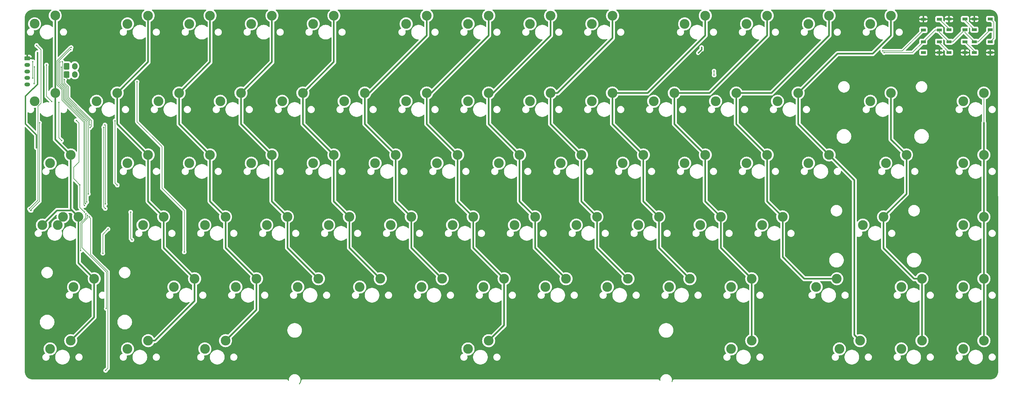
<source format=gbr>
%TF.GenerationSoftware,KiCad,Pcbnew,8.99.0-829-g0984af1676*%
%TF.CreationDate,2024-04-27T09:25:59+07:00*%
%TF.ProjectId,Nuxros75,4e757872-6f73-4373-952e-6b696361645f,rev?*%
%TF.SameCoordinates,Original*%
%TF.FileFunction,Copper,L1,Top*%
%TF.FilePolarity,Positive*%
%FSLAX46Y46*%
G04 Gerber Fmt 4.6, Leading zero omitted, Abs format (unit mm)*
G04 Created by KiCad (PCBNEW 8.99.0-829-g0984af1676) date 2024-04-27 09:25:59*
%MOMM*%
%LPD*%
G01*
G04 APERTURE LIST*
G04 Aperture macros list*
%AMRoundRect*
0 Rectangle with rounded corners*
0 $1 Rounding radius*
0 $2 $3 $4 $5 $6 $7 $8 $9 X,Y pos of 4 corners*
0 Add a 4 corners polygon primitive as box body*
4,1,4,$2,$3,$4,$5,$6,$7,$8,$9,$2,$3,0*
0 Add four circle primitives for the rounded corners*
1,1,$1+$1,$2,$3*
1,1,$1+$1,$4,$5*
1,1,$1+$1,$6,$7*
1,1,$1+$1,$8,$9*
0 Add four rect primitives between the rounded corners*
20,1,$1+$1,$2,$3,$4,$5,0*
20,1,$1+$1,$4,$5,$6,$7,0*
20,1,$1+$1,$6,$7,$8,$9,0*
20,1,$1+$1,$8,$9,$2,$3,0*%
G04 Aperture macros list end*
%TA.AperFunction,ComponentPad*%
%ADD10C,0.400000*%
%TD*%
%TA.AperFunction,ComponentPad*%
%ADD11C,3.000000*%
%TD*%
%TA.AperFunction,ComponentPad*%
%ADD12RoundRect,0.250000X-0.625000X0.350000X-0.625000X-0.350000X0.625000X-0.350000X0.625000X0.350000X0*%
%TD*%
%TA.AperFunction,ComponentPad*%
%ADD13O,1.750000X1.200000*%
%TD*%
%TA.AperFunction,ComponentPad*%
%ADD14RoundRect,0.250000X-0.600000X-0.750000X0.600000X-0.750000X0.600000X0.750000X-0.600000X0.750000X0*%
%TD*%
%TA.AperFunction,ComponentPad*%
%ADD15O,1.700000X2.000000*%
%TD*%
%TA.AperFunction,SMDPad,CuDef*%
%ADD16R,1.500000X0.900000*%
%TD*%
%TA.AperFunction,ViaPad*%
%ADD17C,0.400000*%
%TD*%
%TA.AperFunction,Conductor*%
%ADD18C,0.200000*%
%TD*%
%TA.AperFunction,Conductor*%
%ADD19C,0.400000*%
%TD*%
%TA.AperFunction,Conductor*%
%ADD20C,0.500000*%
%TD*%
G04 APERTURE END LIST*
D10*
%TO.P,SW64,1,1*%
%TO.N,Net-(D64-A)*%
X-163677500Y-108030000D03*
X-162437500Y-109290000D03*
X-162427500Y-106790000D03*
D11*
X-162427500Y-108040000D03*
D10*
X-161177500Y-108040000D03*
%TO.P,SW64,2,2*%
%TO.N,C4*%
X-157327500Y-105500000D03*
X-156077500Y-104240000D03*
D11*
X-156077500Y-105500000D03*
D10*
X-156077500Y-106740000D03*
X-154837500Y-105490000D03*
%TD*%
%TO.P,SW24,1,1*%
%TO.N,Net-(D24-A)*%
X-111290000Y-50880000D03*
X-110050000Y-52140000D03*
X-110040000Y-49640000D03*
D11*
X-110040000Y-50890000D03*
D10*
X-108790000Y-50890000D03*
%TO.P,SW24,2,2*%
%TO.N,C8*%
X-104940000Y-48350000D03*
X-103690000Y-47090000D03*
D11*
X-103690000Y-48350000D03*
D10*
X-103690000Y-49590000D03*
X-102450000Y-48340000D03*
%TD*%
%TO.P,SW6,1,1*%
%TO.N,Net-(D6-A)*%
X-149370000Y-27070000D03*
X-148130000Y-28330000D03*
X-148120000Y-25830000D03*
D11*
X-148120000Y-27080000D03*
D10*
X-146870000Y-27080000D03*
%TO.P,SW6,2,2*%
%TO.N,C5*%
X-143020000Y-24540000D03*
X-141770000Y-23280000D03*
D11*
X-141770000Y-24540000D03*
D10*
X-141770000Y-25780000D03*
X-140530000Y-24530000D03*
%TD*%
%TO.P,SW28,1,1*%
%TO.N,Net-(D28-A)*%
X-35090000Y-50880000D03*
X-33850000Y-52140000D03*
X-33840000Y-49640000D03*
D11*
X-33840000Y-50890000D03*
D10*
X-32590000Y-50890000D03*
%TO.P,SW28,2,2*%
%TO.N,C12*%
X-28740000Y-48350000D03*
X-27490000Y-47090000D03*
D11*
X-27490000Y-48350000D03*
D10*
X-27490000Y-49590000D03*
X-26250000Y-48340000D03*
%TD*%
%TO.P,SW13,1,1*%
%TO.N,Net-(D13-A)*%
X-6520000Y-27070000D03*
X-5280000Y-28330000D03*
X-5270000Y-25830000D03*
D11*
X-5270000Y-27080000D03*
D10*
X-4020000Y-27080000D03*
%TO.P,SW13,2,2*%
%TO.N,C12*%
X-170000Y-24540000D03*
X1080000Y-23280000D03*
D11*
X1080000Y-24540000D03*
D10*
X1080000Y-25780000D03*
X2320000Y-24530000D03*
%TD*%
%TO.P,SW75,1,1*%
%TO.N,Net-(D75-A)*%
X-235115000Y-127080000D03*
X-233875000Y-128340000D03*
X-233865000Y-125840000D03*
D11*
X-233865000Y-127090000D03*
D10*
X-232615000Y-127090000D03*
%TO.P,SW75,2,2*%
%TO.N,C1*%
X-228765000Y-124550000D03*
X-227515000Y-123290000D03*
D11*
X-227515000Y-124550000D03*
D10*
X-227515000Y-125790000D03*
X-226275000Y-124540000D03*
%TD*%
%TO.P,SW41,1,1*%
%TO.N,Net-(D41-A)*%
X-63665000Y-69930000D03*
X-62425000Y-71190000D03*
X-62415000Y-68690000D03*
D11*
X-62415000Y-69940000D03*
D10*
X-61165000Y-69940000D03*
%TO.P,SW41,2,2*%
%TO.N,C10*%
X-57315000Y-67400000D03*
X-56065000Y-66140000D03*
D11*
X-56065000Y-67400000D03*
D10*
X-56065000Y-68640000D03*
X-54825000Y-67390000D03*
%TD*%
%TO.P,SW1,1,1*%
%TO.N,Net-(D1-A)*%
X-263700000Y-27040000D03*
X-262460000Y-28300000D03*
X-262450000Y-25800000D03*
D11*
X-262450000Y-27050000D03*
D10*
X-261200000Y-27050000D03*
%TO.P,SW1,2,2*%
%TO.N,C0*%
X-257350000Y-24510000D03*
X-256100000Y-23250000D03*
D11*
X-256100000Y-24510000D03*
D10*
X-256100000Y-25750000D03*
X-254860000Y-24500000D03*
%TD*%
%TO.P,SW67,1,1*%
%TO.N,Net-(D67-A)*%
X-106527500Y-108030000D03*
X-105287500Y-109290000D03*
X-105277500Y-106790000D03*
D11*
X-105277500Y-108040000D03*
D10*
X-104027500Y-108040000D03*
%TO.P,SW67,2,2*%
%TO.N,C7*%
X-100177500Y-105500000D03*
X-98927500Y-104240000D03*
D11*
X-98927500Y-105500000D03*
D10*
X-98927500Y-106740000D03*
X-97687500Y-105490000D03*
%TD*%
%TO.P,SW42,1,1*%
%TO.N,Net-(D42-A)*%
X-44615000Y-69930000D03*
X-43375000Y-71190000D03*
X-43365000Y-68690000D03*
D11*
X-43365000Y-69940000D03*
D10*
X-42115000Y-69940000D03*
%TO.P,SW42,2,2*%
%TO.N,C11*%
X-38265000Y-67400000D03*
X-37015000Y-66140000D03*
D11*
X-37015000Y-67400000D03*
D10*
X-37015000Y-68640000D03*
X-35775000Y-67390000D03*
%TD*%
%TO.P,SW11,1,1*%
%TO.N,Net-(D11-A)*%
X-44620000Y-27070000D03*
X-43380000Y-28330000D03*
X-43370000Y-25830000D03*
D11*
X-43370000Y-27080000D03*
D10*
X-42120000Y-27080000D03*
%TO.P,SW11,2,2*%
%TO.N,C10*%
X-38270000Y-24540000D03*
X-37020000Y-23280000D03*
D11*
X-37020000Y-24540000D03*
D10*
X-37020000Y-25780000D03*
X-35780000Y-24530000D03*
%TD*%
%TO.P,SW20,1,1*%
%TO.N,Net-(D20-A)*%
X-187490000Y-50880000D03*
X-186250000Y-52140000D03*
X-186240000Y-49640000D03*
D11*
X-186240000Y-50890000D03*
D10*
X-184990000Y-50890000D03*
%TO.P,SW20,2,2*%
%TO.N,C4*%
X-181140000Y-48350000D03*
X-179890000Y-47090000D03*
D11*
X-179890000Y-48350000D03*
D10*
X-179890000Y-49590000D03*
X-178650000Y-48340000D03*
%TD*%
%TO.P,SW26,1,1*%
%TO.N,Net-(D26-A)*%
X-73190000Y-50880000D03*
X-71950000Y-52140000D03*
X-71940000Y-49640000D03*
D11*
X-71940000Y-50890000D03*
D10*
X-70690000Y-50890000D03*
%TO.P,SW26,2,2*%
%TO.N,C10*%
X-66840000Y-48350000D03*
X-65590000Y-47090000D03*
D11*
X-65590000Y-48350000D03*
D10*
X-65590000Y-49590000D03*
X-64350000Y-48340000D03*
%TD*%
%TO.P,SW88,1,1*%
%TO.N,Net-(D88-A)*%
X22060000Y-127080000D03*
X23300000Y-128340000D03*
X23310000Y-125840000D03*
D11*
X23310000Y-127090000D03*
D10*
X24560000Y-127090000D03*
%TO.P,SW88,2,2*%
%TO.N,C14*%
X28410000Y-124550000D03*
X29660000Y-123290000D03*
D11*
X29660000Y-124550000D03*
D10*
X29660000Y-125790000D03*
X30900000Y-124540000D03*
%TD*%
D12*
%TO.P,J2,1,Pin_1*%
%TO.N,GND*%
X-264700000Y-37700000D03*
D13*
%TO.P,J2,2,Pin_2*%
%TO.N,+3.3V*%
X-264700000Y-39700000D03*
%TO.P,J2,3,Pin_3*%
%TO.N,RST*%
X-264700000Y-41700000D03*
%TO.P,J2,4,Pin_4*%
%TO.N,DIO*%
X-264700000Y-43700000D03*
%TO.P,J2,5,Pin_5*%
%TO.N,CLK*%
X-264700000Y-45700000D03*
%TD*%
D10*
%TO.P,SW63,1,1*%
%TO.N,Net-(D63-A)*%
X-182727500Y-108030000D03*
X-181487500Y-109290000D03*
X-181477500Y-106790000D03*
D11*
X-181477500Y-108040000D03*
D10*
X-180227500Y-108040000D03*
%TO.P,SW63,2,2*%
%TO.N,C3*%
X-176377500Y-105500000D03*
X-175127500Y-104240000D03*
D11*
X-175127500Y-105500000D03*
D10*
X-175127500Y-106740000D03*
X-173887500Y-105490000D03*
%TD*%
%TO.P,SW70,1,1*%
%TO.N,Net-(D70-A)*%
X-49377500Y-108030000D03*
X-48137500Y-109290000D03*
X-48127500Y-106790000D03*
D11*
X-48127500Y-108040000D03*
D10*
X-46877500Y-108040000D03*
%TO.P,SW70,2,2*%
%TO.N,C10*%
X-43027500Y-105500000D03*
X-41777500Y-104240000D03*
D11*
X-41777500Y-105500000D03*
D10*
X-41777500Y-106740000D03*
X-40537500Y-105490000D03*
%TD*%
%TO.P,SW44,1,1*%
%TO.N,Net-(D44-A)*%
X-1752000Y-69930000D03*
X-512000Y-71190000D03*
X-502000Y-68690000D03*
D11*
X-502000Y-69940000D03*
D10*
X748000Y-69940000D03*
%TO.P,SW44,2,2*%
%TO.N,C13*%
X4598000Y-67400000D03*
X5848000Y-66140000D03*
D11*
X5848000Y-67400000D03*
D10*
X5848000Y-68640000D03*
X7088000Y-67390000D03*
%TD*%
%TO.P,SW49,1,1*%
%TO.N,Net-(D49-A)*%
X-192252500Y-88980000D03*
X-191012500Y-90240000D03*
X-191002500Y-87740000D03*
D11*
X-191002500Y-88990000D03*
D10*
X-189752500Y-88990000D03*
%TO.P,SW49,2,2*%
%TO.N,C3*%
X-185902500Y-86450000D03*
X-184652500Y-85190000D03*
D11*
X-184652500Y-86450000D03*
D10*
X-184652500Y-87690000D03*
X-183412500Y-86440000D03*
%TD*%
%TO.P,SW38,1,1*%
%TO.N,Net-(D38-A)*%
X-120815000Y-69930000D03*
X-119575000Y-71190000D03*
X-119565000Y-68690000D03*
D11*
X-119565000Y-69940000D03*
D10*
X-118315000Y-69940000D03*
%TO.P,SW38,2,2*%
%TO.N,C7*%
X-114465000Y-67400000D03*
X-113215000Y-66140000D03*
D11*
X-113215000Y-67400000D03*
D10*
X-113215000Y-68640000D03*
X-111975000Y-67390000D03*
%TD*%
%TO.P,SW84,1,1*%
%TO.N,Net-(D84-A)*%
X-49377000Y-127080000D03*
X-48137000Y-128340000D03*
X-48127000Y-125840000D03*
D11*
X-48127000Y-127090000D03*
D10*
X-46877000Y-127090000D03*
%TO.P,SW84,2,2*%
%TO.N,C10*%
X-43027000Y-124550000D03*
X-41777000Y-123290000D03*
D11*
X-41777000Y-124550000D03*
D10*
X-41777000Y-125790000D03*
X-40537000Y-124540000D03*
%TD*%
%TO.P,SW34,1,1*%
%TO.N,Net-(D34-A)*%
X-197015000Y-69930000D03*
X-195775000Y-71190000D03*
X-195765000Y-68690000D03*
D11*
X-195765000Y-69940000D03*
D10*
X-194515000Y-69940000D03*
%TO.P,SW34,2,2*%
%TO.N,C3*%
X-190665000Y-67400000D03*
X-189415000Y-66140000D03*
D11*
X-189415000Y-67400000D03*
D10*
X-189415000Y-68640000D03*
X-188175000Y-67390000D03*
%TD*%
%TO.P,SW73,1,1*%
%TO.N,Net-(D73-A)*%
X3010000Y-108030000D03*
X4250000Y-109290000D03*
X4260000Y-106790000D03*
D11*
X4260000Y-108040000D03*
D10*
X5510000Y-108040000D03*
%TO.P,SW73,2,2*%
%TO.N,C13*%
X9360000Y-105500000D03*
X10610000Y-104240000D03*
D11*
X10610000Y-105500000D03*
D10*
X10610000Y-106740000D03*
X11850000Y-105490000D03*
%TD*%
%TO.P,SW76,1,1*%
%TO.N,Net-(D76-A)*%
X-211302000Y-127080000D03*
X-210062000Y-128340000D03*
X-210052000Y-125840000D03*
D11*
X-210052000Y-127090000D03*
D10*
X-208802000Y-127090000D03*
%TO.P,SW76,2,2*%
%TO.N,C2*%
X-204952000Y-124550000D03*
X-203702000Y-123290000D03*
D11*
X-203702000Y-124550000D03*
D10*
X-203702000Y-125790000D03*
X-202462000Y-124540000D03*
%TD*%
%TO.P,SW53,1,1*%
%TO.N,Net-(D53-A)*%
X-116052500Y-88980000D03*
X-114812500Y-90240000D03*
X-114802500Y-87740000D03*
D11*
X-114802500Y-88990000D03*
D10*
X-113552500Y-88990000D03*
%TO.P,SW53,2,2*%
%TO.N,C7*%
X-109702500Y-86450000D03*
X-108452500Y-85190000D03*
D11*
X-108452500Y-86450000D03*
D10*
X-108452500Y-87690000D03*
X-107212500Y-86440000D03*
%TD*%
%TO.P,SW27,1,1*%
%TO.N,Net-(D27-A)*%
X-54140000Y-50880000D03*
X-52900000Y-52140000D03*
X-52890000Y-49640000D03*
D11*
X-52890000Y-50890000D03*
D10*
X-51640000Y-50890000D03*
%TO.P,SW27,2,2*%
%TO.N,C11*%
X-47790000Y-48350000D03*
X-46540000Y-47090000D03*
D11*
X-46540000Y-48350000D03*
D10*
X-46540000Y-49590000D03*
X-45300000Y-48340000D03*
%TD*%
%TO.P,SW59,1,1*%
%TO.N,Net-(D59-A)*%
X-8821900Y-88980000D03*
X-7581900Y-90240000D03*
X-7571900Y-87740000D03*
D11*
X-7571900Y-88990000D03*
D10*
X-6321900Y-88990000D03*
%TO.P,SW59,2,2*%
%TO.N,C13*%
X-2471900Y-86450000D03*
X-1221900Y-85190000D03*
D11*
X-1221900Y-86450000D03*
D10*
X-1221900Y-87690000D03*
X18100Y-86440000D03*
%TD*%
%TO.P,SW2,1,1*%
%TO.N,Net-(D2-A)*%
X-235110000Y-27060000D03*
X-233870000Y-28320000D03*
X-233860000Y-25820000D03*
D11*
X-233860000Y-27070000D03*
D10*
X-232610000Y-27070000D03*
%TO.P,SW2,2,2*%
%TO.N,C1*%
X-228760000Y-24530000D03*
X-227510000Y-23270000D03*
D11*
X-227510000Y-24530000D03*
D10*
X-227510000Y-25770000D03*
X-226270000Y-24520000D03*
%TD*%
%TO.P,SW22,1,1*%
%TO.N,Net-(D22-A)*%
X-149390000Y-50880000D03*
X-148150000Y-52140000D03*
X-148140000Y-49640000D03*
D11*
X-148140000Y-50890000D03*
D10*
X-146890000Y-50890000D03*
%TO.P,SW22,2,2*%
%TO.N,C6*%
X-143040000Y-48350000D03*
X-141790000Y-47090000D03*
D11*
X-141790000Y-48350000D03*
D10*
X-141790000Y-49590000D03*
X-140550000Y-48340000D03*
%TD*%
%TO.P,SW60,1,1*%
%TO.N,Net-(D60-A)*%
X22060000Y-88980000D03*
X23300000Y-90240000D03*
X23310000Y-87740000D03*
D11*
X23310000Y-88990000D03*
D10*
X24560000Y-88990000D03*
%TO.P,SW60,2,2*%
%TO.N,C14*%
X28410000Y-86450000D03*
X29660000Y-85190000D03*
D11*
X29660000Y-86450000D03*
D10*
X29660000Y-87690000D03*
X30900000Y-86440000D03*
%TD*%
D14*
%TO.P,SWb\u00F4trst1,1,1*%
%TO.N,GND*%
X-252600000Y-42650000D03*
D15*
%TO.P,SWb\u00F4trst1,2,2*%
%TO.N,RST*%
X-250100000Y-42650000D03*
%TD*%
D10*
%TO.P,SW74,1,1*%
%TO.N,Net-(D74-A)*%
X22060000Y-108030000D03*
X23300000Y-109290000D03*
X23310000Y-106790000D03*
D11*
X23310000Y-108040000D03*
D10*
X24560000Y-108040000D03*
%TO.P,SW74,2,2*%
%TO.N,C14*%
X28410000Y-105500000D03*
X29660000Y-104240000D03*
D11*
X29660000Y-105500000D03*
D10*
X29660000Y-106740000D03*
X30900000Y-105490000D03*
%TD*%
%TO.P,SW18,1,1*%
%TO.N,Net-(D18-A)*%
X-225590000Y-50880000D03*
X-224350000Y-52140000D03*
X-224340000Y-49640000D03*
D11*
X-224340000Y-50890000D03*
D10*
X-223090000Y-50890000D03*
%TO.P,SW18,2,2*%
%TO.N,C2*%
X-219240000Y-48350000D03*
X-217990000Y-47090000D03*
D11*
X-217990000Y-48350000D03*
D10*
X-217990000Y-49590000D03*
X-216750000Y-48340000D03*
%TD*%
%TO.P,SW45,1,1*%
%TO.N,Net-(D45-A)*%
X22060000Y-69930000D03*
X23300000Y-71190000D03*
X23310000Y-68690000D03*
D11*
X23310000Y-69940000D03*
D10*
X24560000Y-69940000D03*
%TO.P,SW45,2,2*%
%TO.N,C14*%
X28410000Y-67400000D03*
X29660000Y-66140000D03*
D11*
X29660000Y-67400000D03*
D10*
X29660000Y-68640000D03*
X30900000Y-67390000D03*
%TD*%
%TO.P,SW86,1,1*%
%TO.N,Net-(D86-A)*%
X-16040000Y-127080000D03*
X-14800000Y-128340000D03*
X-14790000Y-125840000D03*
D11*
X-14790000Y-127090000D03*
D10*
X-13540000Y-127090000D03*
%TO.P,SW86,2,2*%
%TO.N,C12*%
X-9690000Y-124550000D03*
X-8440000Y-123290000D03*
D11*
X-8440000Y-124550000D03*
D10*
X-8440000Y-125790000D03*
X-7200000Y-124540000D03*
%TD*%
D16*
%TO.P,D82,1,VDD*%
%TO.N,+5V*%
X11020000Y-32590000D03*
%TO.P,D82,2,DOUT*%
%TO.N,unconnected-(D82-DOUT-Pad2)*%
X11020000Y-35890000D03*
%TO.P,D82,3,VSS*%
%TO.N,GND*%
X15920000Y-35890000D03*
%TO.P,D82,4,DIN*%
%TO.N,Net-(D81-DOUT)*%
X15920000Y-32590000D03*
%TD*%
%TO.P,D77,1,VDD*%
%TO.N,+5V*%
X23810000Y-28900000D03*
%TO.P,D77,2,DOUT*%
%TO.N,Net-(D77-DOUT)*%
X23810000Y-25600000D03*
%TO.P,D77,3,VSS*%
%TO.N,GND*%
X18910000Y-25600000D03*
%TO.P,D77,4,DIN*%
%TO.N,Net-(D14-DOUT)*%
X18910000Y-28900000D03*
%TD*%
D10*
%TO.P,SW8,1,1*%
%TO.N,Net-(D8-A)*%
X-111270000Y-27070000D03*
X-110030000Y-28330000D03*
X-110020000Y-25830000D03*
D11*
X-110020000Y-27080000D03*
D10*
X-108770000Y-27080000D03*
%TO.P,SW8,2,2*%
%TO.N,C7*%
X-104920000Y-24540000D03*
X-103670000Y-23280000D03*
D11*
X-103670000Y-24540000D03*
D10*
X-103670000Y-25780000D03*
X-102430000Y-24530000D03*
%TD*%
%TO.P,SW30,1,1*%
%TO.N,Net-(D30-A)*%
X22060000Y-50880000D03*
X23300000Y-52140000D03*
X23310000Y-49640000D03*
D11*
X23310000Y-50890000D03*
D10*
X24560000Y-50890000D03*
%TO.P,SW30,2,2*%
%TO.N,C14*%
X28410000Y-48350000D03*
X29660000Y-47090000D03*
D11*
X29660000Y-48350000D03*
D10*
X29660000Y-49590000D03*
X30900000Y-48340000D03*
%TD*%
%TO.P,SW65,1,1*%
%TO.N,Net-(D65-A)*%
X-144627500Y-108030000D03*
X-143387500Y-109290000D03*
X-143377500Y-106790000D03*
D11*
X-143377500Y-108040000D03*
D10*
X-142127500Y-108040000D03*
%TO.P,SW65,2,2*%
%TO.N,C5*%
X-138277500Y-105500000D03*
X-137027500Y-104240000D03*
D11*
X-137027500Y-105500000D03*
D10*
X-137027500Y-106740000D03*
X-135787500Y-105490000D03*
%TD*%
%TO.P,SW47,1,1*%
%TO.N,Net-(D47-A)*%
X-230352500Y-88980000D03*
X-229112500Y-90240000D03*
X-229102500Y-87740000D03*
D11*
X-229102500Y-88990000D03*
D10*
X-227852500Y-88990000D03*
%TO.P,SW47,2,2*%
%TO.N,C1*%
X-224002500Y-86450000D03*
X-222752500Y-85190000D03*
D11*
X-222752500Y-86450000D03*
D10*
X-222752500Y-87690000D03*
X-221512500Y-86440000D03*
%TD*%
%TO.P,SW29,1,1*%
%TO.N,Net-(D29-A)*%
X-6515000Y-50880000D03*
X-5275000Y-52140000D03*
X-5265000Y-49640000D03*
D11*
X-5265000Y-50890000D03*
D10*
X-4015000Y-50890000D03*
%TO.P,SW29,2,2*%
%TO.N,C13*%
X-165000Y-48350000D03*
X1085000Y-47090000D03*
D11*
X1085000Y-48350000D03*
D10*
X1085000Y-49590000D03*
X2325000Y-48340000D03*
%TD*%
D16*
%TO.P,D78,1,VDD*%
%TO.N,+5V*%
X31630000Y-28860000D03*
%TO.P,D78,2,DOUT*%
%TO.N,Net-(D78-DOUT)*%
X31630000Y-25560000D03*
%TO.P,D78,3,VSS*%
%TO.N,GND*%
X26730000Y-25560000D03*
%TO.P,D78,4,DIN*%
%TO.N,Net-(D77-DOUT)*%
X26730000Y-28860000D03*
%TD*%
D10*
%TO.P,SW57,1,1*%
%TO.N,Net-(D57-A)*%
X-39852500Y-88980000D03*
X-38612500Y-90240000D03*
X-38602500Y-87740000D03*
D11*
X-38602500Y-88990000D03*
D10*
X-37352500Y-88990000D03*
%TO.P,SW57,2,2*%
%TO.N,C11*%
X-33502500Y-86450000D03*
X-32252500Y-85190000D03*
D11*
X-32252500Y-86450000D03*
D10*
X-32252500Y-87690000D03*
X-31012500Y-86440000D03*
%TD*%
%TO.P,SW7,1,1*%
%TO.N,Net-(D7-A)*%
X-130320000Y-27070000D03*
X-129080000Y-28330000D03*
X-129070000Y-25830000D03*
D11*
X-129070000Y-27080000D03*
D10*
X-127820000Y-27080000D03*
%TO.P,SW7,2,2*%
%TO.N,C6*%
X-123970000Y-24540000D03*
X-122720000Y-23280000D03*
D11*
X-122720000Y-24540000D03*
D10*
X-122720000Y-25780000D03*
X-121480000Y-24530000D03*
%TD*%
%TO.P,SW58,1,1*%
%TO.N,Net-(D58-A)*%
X-251709400Y-108030000D03*
X-250469400Y-109290000D03*
X-250459400Y-106790000D03*
D11*
X-250459400Y-108040000D03*
D10*
X-249209400Y-108040000D03*
%TO.P,SW58,2,2*%
%TO.N,C0*%
X-245359400Y-105500000D03*
X-244109400Y-104240000D03*
D11*
X-244109400Y-105500000D03*
D10*
X-244109400Y-106740000D03*
X-242869400Y-105490000D03*
%TD*%
%TO.P,SW36,1,1*%
%TO.N,Net-(D36-A)*%
X-158915000Y-69930000D03*
X-157675000Y-71190000D03*
X-157665000Y-68690000D03*
D11*
X-157665000Y-69940000D03*
D10*
X-156415000Y-69940000D03*
%TO.P,SW36,2,2*%
%TO.N,C5*%
X-152565000Y-67400000D03*
X-151315000Y-66140000D03*
D11*
X-151315000Y-67400000D03*
D10*
X-151315000Y-68640000D03*
X-150075000Y-67390000D03*
%TD*%
%TO.P,SW48,1,1*%
%TO.N,Net-(D48-A)*%
X-211302500Y-88980000D03*
X-210062500Y-90240000D03*
X-210052500Y-87740000D03*
D11*
X-210052500Y-88990000D03*
D10*
X-208802500Y-88990000D03*
%TO.P,SW48,2,2*%
%TO.N,C2*%
X-204952500Y-86450000D03*
X-203702500Y-85190000D03*
D11*
X-203702500Y-86450000D03*
D10*
X-203702500Y-87690000D03*
X-202462500Y-86440000D03*
%TD*%
D16*
%TO.P,D79,1,VDD*%
%TO.N,+5V*%
X26710000Y-32600000D03*
%TO.P,D79,2,DOUT*%
%TO.N,Net-(D79-DOUT)*%
X26710000Y-35900000D03*
%TO.P,D79,3,VSS*%
%TO.N,GND*%
X31610000Y-35900000D03*
%TO.P,D79,4,DIN*%
%TO.N,Net-(D78-DOUT)*%
X31610000Y-32600000D03*
%TD*%
D10*
%TO.P,SW51,1,1*%
%TO.N,Net-(D51-A)*%
X-154152500Y-88980000D03*
X-152912500Y-90240000D03*
X-152902500Y-87740000D03*
D11*
X-152902500Y-88990000D03*
D10*
X-151652500Y-88990000D03*
%TO.P,SW51,2,2*%
%TO.N,C5*%
X-147802500Y-86450000D03*
X-146552500Y-85190000D03*
D11*
X-146552500Y-86450000D03*
D10*
X-146552500Y-87690000D03*
X-145312500Y-86440000D03*
%TD*%
%TO.P,SW52,1,1*%
%TO.N,Net-(D52-A)*%
X-135102500Y-88980000D03*
X-133862500Y-90240000D03*
X-133852500Y-87740000D03*
D11*
X-133852500Y-88990000D03*
D10*
X-132602500Y-88990000D03*
%TO.P,SW52,2,2*%
%TO.N,C6*%
X-128752500Y-86450000D03*
X-127502500Y-85190000D03*
D11*
X-127502500Y-86450000D03*
D10*
X-127502500Y-87690000D03*
X-126262500Y-86440000D03*
%TD*%
%TO.P,SW25,1,1*%
%TO.N,Net-(D25-A)*%
X-92240000Y-50880000D03*
X-91000000Y-52140000D03*
X-90990000Y-49640000D03*
D11*
X-90990000Y-50890000D03*
D10*
X-89740000Y-50890000D03*
%TO.P,SW25,2,2*%
%TO.N,C9*%
X-85890000Y-48350000D03*
X-84640000Y-47090000D03*
D11*
X-84640000Y-48350000D03*
D10*
X-84640000Y-49590000D03*
X-83400000Y-48340000D03*
%TD*%
%TO.P,SW61,1,1*%
%TO.N,Net-(D61-A)*%
X-220827500Y-108030000D03*
X-219587500Y-109290000D03*
X-219577500Y-106790000D03*
D11*
X-219577500Y-108040000D03*
D10*
X-218327500Y-108040000D03*
%TO.P,SW61,2,2*%
%TO.N,C1*%
X-214477500Y-105500000D03*
X-213227500Y-104240000D03*
D11*
X-213227500Y-105500000D03*
D10*
X-213227500Y-106740000D03*
X-211987500Y-105490000D03*
%TD*%
%TO.P,SW55,1,1*%
%TO.N,Net-(D55-A)*%
X-77952500Y-88980000D03*
X-76712500Y-90240000D03*
X-76702500Y-87740000D03*
D11*
X-76702500Y-88990000D03*
D10*
X-75452500Y-88990000D03*
%TO.P,SW55,2,2*%
%TO.N,C9*%
X-71602500Y-86450000D03*
X-70352500Y-85190000D03*
D11*
X-70352500Y-86450000D03*
D10*
X-70352500Y-87690000D03*
X-69112500Y-86440000D03*
%TD*%
%TO.P,SW1000,1,1*%
%TO.N,C0*%
X-261309000Y-88980000D03*
X-260069000Y-90240000D03*
X-260059000Y-87740000D03*
D11*
X-260059000Y-88990000D03*
D10*
X-258809000Y-88990000D03*
%TO.P,SW1000,2,2*%
%TO.N,Net-(D46-A)*%
X-254959000Y-86450000D03*
X-253709000Y-85190000D03*
D11*
X-253709000Y-86450000D03*
D10*
X-253709000Y-87690000D03*
X-252469000Y-86440000D03*
%TD*%
%TO.P,SW68,1,1*%
%TO.N,Net-(D68-A)*%
X-87477500Y-108030000D03*
X-86237500Y-109290000D03*
X-86227500Y-106790000D03*
D11*
X-86227500Y-108040000D03*
D10*
X-84977500Y-108040000D03*
%TO.P,SW68,2,2*%
%TO.N,C8*%
X-81127500Y-105500000D03*
X-79877500Y-104240000D03*
D11*
X-79877500Y-105500000D03*
D10*
X-79877500Y-106740000D03*
X-78637500Y-105490000D03*
%TD*%
%TO.P,SW69,1,1*%
%TO.N,Net-(D69-A)*%
X-68427500Y-108030000D03*
X-67187500Y-109290000D03*
X-67177500Y-106790000D03*
D11*
X-67177500Y-108040000D03*
D10*
X-65927500Y-108040000D03*
%TO.P,SW69,2,2*%
%TO.N,C9*%
X-62077500Y-105500000D03*
X-60827500Y-104240000D03*
D11*
X-60827500Y-105500000D03*
D10*
X-60827500Y-106740000D03*
X-59587500Y-105490000D03*
%TD*%
%TO.P,SW56,1,1*%
%TO.N,Net-(D56-A)*%
X-58902500Y-88980000D03*
X-57662500Y-90240000D03*
X-57652500Y-87740000D03*
D11*
X-57652500Y-88990000D03*
D10*
X-56402500Y-88990000D03*
%TO.P,SW56,2,2*%
%TO.N,C10*%
X-52552500Y-86450000D03*
X-51302500Y-85190000D03*
D11*
X-51302500Y-86450000D03*
D10*
X-51302500Y-87690000D03*
X-50062500Y-86440000D03*
%TD*%
%TO.P,SW54,1,1*%
%TO.N,Net-(D54-A)*%
X-97002500Y-88980000D03*
X-95762500Y-90240000D03*
X-95752500Y-87740000D03*
D11*
X-95752500Y-88990000D03*
D10*
X-94502500Y-88990000D03*
%TO.P,SW54,2,2*%
%TO.N,C8*%
X-90652500Y-86450000D03*
X-89402500Y-85190000D03*
D11*
X-89402500Y-86450000D03*
D10*
X-89402500Y-87690000D03*
X-88162500Y-86440000D03*
%TD*%
%TO.P,SW46,1,1*%
%TO.N,Net-(D46-A)*%
X-256546000Y-88980000D03*
X-255306000Y-90240000D03*
X-255296000Y-87740000D03*
D11*
X-255296000Y-88990000D03*
D10*
X-254046000Y-88990000D03*
%TO.P,SW46,2,2*%
%TO.N,C0*%
X-250196000Y-86450000D03*
X-248946000Y-85190000D03*
D11*
X-248946000Y-86450000D03*
D10*
X-248946000Y-87690000D03*
X-247706000Y-86440000D03*
%TD*%
%TO.P,SW62,1,1*%
%TO.N,Net-(D62-A)*%
X-201777500Y-108030000D03*
X-200537500Y-109290000D03*
X-200527500Y-106790000D03*
D11*
X-200527500Y-108040000D03*
D10*
X-199277500Y-108040000D03*
%TO.P,SW62,2,2*%
%TO.N,C2*%
X-195427500Y-105500000D03*
X-194177500Y-104240000D03*
D11*
X-194177500Y-105500000D03*
D10*
X-194177500Y-106740000D03*
X-192937500Y-105490000D03*
%TD*%
%TO.P,SW32,1,1*%
%TO.N,Net-(D32-A)*%
X-235115000Y-69930000D03*
X-233875000Y-71190000D03*
X-233865000Y-68690000D03*
D11*
X-233865000Y-69940000D03*
D10*
X-232615000Y-69940000D03*
%TO.P,SW32,2,2*%
%TO.N,C1*%
X-228765000Y-67400000D03*
X-227515000Y-66140000D03*
D11*
X-227515000Y-67400000D03*
D10*
X-227515000Y-68640000D03*
X-226275000Y-67390000D03*
%TD*%
%TO.P,SW50,1,1*%
%TO.N,Net-(D50-A)*%
X-173202500Y-88980000D03*
X-171962500Y-90240000D03*
X-171952500Y-87740000D03*
D11*
X-171952500Y-88990000D03*
D10*
X-170702500Y-88990000D03*
%TO.P,SW50,2,2*%
%TO.N,C4*%
X-166852500Y-86450000D03*
X-165602500Y-85190000D03*
D11*
X-165602500Y-86450000D03*
D10*
X-165602500Y-87690000D03*
X-164362500Y-86440000D03*
%TD*%
%TO.P,SW66,1,1*%
%TO.N,Net-(D66-A)*%
X-125577500Y-108030000D03*
X-124337500Y-109290000D03*
X-124327500Y-106790000D03*
D11*
X-124327500Y-108040000D03*
D10*
X-123077500Y-108040000D03*
%TO.P,SW66,2,2*%
%TO.N,C6*%
X-119227500Y-105500000D03*
X-117977500Y-104240000D03*
D11*
X-117977500Y-105500000D03*
D10*
X-117977500Y-106740000D03*
X-116737500Y-105490000D03*
%TD*%
%TO.P,SW4,1,1*%
%TO.N,Net-(D4-A)*%
X-197010000Y-27060000D03*
X-195770000Y-28320000D03*
X-195760000Y-25820000D03*
D11*
X-195760000Y-27070000D03*
D10*
X-194510000Y-27070000D03*
%TO.P,SW4,2,2*%
%TO.N,C3*%
X-190660000Y-24530000D03*
X-189410000Y-23270000D03*
D11*
X-189410000Y-24530000D03*
D10*
X-189410000Y-25770000D03*
X-188170000Y-24520000D03*
%TD*%
%TO.P,SW5,1,1*%
%TO.N,Net-(D5-A)*%
X-177960000Y-27060000D03*
X-176720000Y-28320000D03*
X-176710000Y-25820000D03*
D11*
X-176710000Y-27070000D03*
D10*
X-175460000Y-27070000D03*
%TO.P,SW5,2,2*%
%TO.N,C4*%
X-171610000Y-24530000D03*
X-170360000Y-23270000D03*
D11*
X-170360000Y-24530000D03*
D10*
X-170360000Y-25770000D03*
X-169120000Y-24520000D03*
%TD*%
%TO.P,SW40,1,1*%
%TO.N,Net-(D40-A)*%
X-82715000Y-69930000D03*
X-81475000Y-71190000D03*
X-81465000Y-68690000D03*
D11*
X-81465000Y-69940000D03*
D10*
X-80215000Y-69940000D03*
%TO.P,SW40,2,2*%
%TO.N,C9*%
X-76365000Y-67400000D03*
X-75115000Y-66140000D03*
D11*
X-75115000Y-67400000D03*
D10*
X-75115000Y-68640000D03*
X-73875000Y-67390000D03*
%TD*%
%TO.P,SW35,1,1*%
%TO.N,Net-(D35-A)*%
X-177965000Y-69930000D03*
X-176725000Y-71190000D03*
X-176715000Y-68690000D03*
D11*
X-176715000Y-69940000D03*
D10*
X-175465000Y-69940000D03*
%TO.P,SW35,2,2*%
%TO.N,C4*%
X-171615000Y-67400000D03*
X-170365000Y-66140000D03*
D11*
X-170365000Y-67400000D03*
D10*
X-170365000Y-68640000D03*
X-169125000Y-67390000D03*
%TD*%
%TO.P,SW21,1,1*%
%TO.N,Net-(D21-A)*%
X-168440000Y-50880000D03*
X-167200000Y-52140000D03*
X-167190000Y-49640000D03*
D11*
X-167190000Y-50890000D03*
D10*
X-165940000Y-50890000D03*
%TO.P,SW21,2,2*%
%TO.N,C5*%
X-162090000Y-48350000D03*
X-160840000Y-47090000D03*
D11*
X-160840000Y-48350000D03*
D10*
X-160840000Y-49590000D03*
X-159600000Y-48340000D03*
%TD*%
%TO.P,SW9,1,1*%
%TO.N,Net-(D9-A)*%
X-92220000Y-27070000D03*
X-90980000Y-28330000D03*
X-90970000Y-25830000D03*
D11*
X-90970000Y-27080000D03*
D10*
X-89720000Y-27080000D03*
%TO.P,SW9,2,2*%
%TO.N,C8*%
X-85870000Y-24540000D03*
X-84620000Y-23280000D03*
D11*
X-84620000Y-24540000D03*
D10*
X-84620000Y-25780000D03*
X-83380000Y-24530000D03*
%TD*%
D14*
%TO.P,SWb\u00F4t1,1,1*%
%TO.N,+3.3V*%
X-252600000Y-40110000D03*
D15*
%TO.P,SWb\u00F4t1,2,2*%
%TO.N,boot*%
X-250100000Y-40110000D03*
%TD*%
D10*
%TO.P,SW87,1,1*%
%TO.N,Net-(D87-A)*%
X3010000Y-127080000D03*
X4250000Y-128340000D03*
X4260000Y-125840000D03*
D11*
X4260000Y-127090000D03*
D10*
X5510000Y-127090000D03*
%TO.P,SW87,2,2*%
%TO.N,C13*%
X9360000Y-124550000D03*
X10610000Y-123290000D03*
D11*
X10610000Y-124550000D03*
D10*
X10610000Y-125790000D03*
X11850000Y-124540000D03*
%TD*%
%TO.P,SW72,1,1*%
%TO.N,Net-(D72-A)*%
X-258927000Y-127080000D03*
X-257687000Y-128340000D03*
X-257677000Y-125840000D03*
D11*
X-257677000Y-127090000D03*
D10*
X-256427000Y-127090000D03*
%TO.P,SW72,2,2*%
%TO.N,C0*%
X-252577000Y-124550000D03*
X-251327000Y-123290000D03*
D11*
X-251327000Y-124550000D03*
D10*
X-251327000Y-125790000D03*
X-250087000Y-124540000D03*
%TD*%
D16*
%TO.P,D14,1,VDD*%
%TO.N,+5V*%
X15930000Y-28920000D03*
%TO.P,D14,2,DOUT*%
%TO.N,Net-(D14-DOUT)*%
X15930000Y-25620000D03*
%TO.P,D14,3,VSS*%
%TO.N,GND*%
X11030000Y-25620000D03*
%TO.P,D14,4,DIN*%
%TO.N,rgb*%
X11030000Y-28920000D03*
%TD*%
D10*
%TO.P,SW33,1,1*%
%TO.N,Net-(D33-A)*%
X-216065000Y-69930000D03*
X-214825000Y-71190000D03*
X-214815000Y-68690000D03*
D11*
X-214815000Y-69940000D03*
D10*
X-213565000Y-69940000D03*
%TO.P,SW33,2,2*%
%TO.N,C2*%
X-209715000Y-67400000D03*
X-208465000Y-66140000D03*
D11*
X-208465000Y-67400000D03*
D10*
X-208465000Y-68640000D03*
X-207225000Y-67390000D03*
%TD*%
%TO.P,SW10,1,1*%
%TO.N,Net-(D10-A)*%
X-63670000Y-27070000D03*
X-62430000Y-28330000D03*
X-62420000Y-25830000D03*
D11*
X-62420000Y-27080000D03*
D10*
X-61170000Y-27080000D03*
%TO.P,SW10,2,2*%
%TO.N,C9*%
X-57320000Y-24540000D03*
X-56070000Y-23280000D03*
D11*
X-56070000Y-24540000D03*
D10*
X-56070000Y-25780000D03*
X-54830000Y-24530000D03*
%TD*%
%TO.P,SW71,1,1*%
%TO.N,Net-(D71-A)*%
X-23183500Y-108030000D03*
X-21943500Y-109290000D03*
X-21933500Y-106790000D03*
D11*
X-21933500Y-108040000D03*
D10*
X-20683500Y-108040000D03*
%TO.P,SW71,2,2*%
%TO.N,C11*%
X-16833500Y-105500000D03*
X-15583500Y-104240000D03*
D11*
X-15583500Y-105500000D03*
D10*
X-15583500Y-106740000D03*
X-14343500Y-105490000D03*
%TD*%
%TO.P,SW80,1,1*%
%TO.N,Net-(D80-A)*%
X-130330000Y-127092500D03*
X-129090000Y-128352500D03*
X-129080000Y-125852500D03*
D11*
X-129080000Y-127102500D03*
D10*
X-127830000Y-127102500D03*
%TO.P,SW80,2,2*%
%TO.N,C6*%
X-123980000Y-124562500D03*
X-122730000Y-123302500D03*
D11*
X-122730000Y-124562500D03*
D10*
X-122730000Y-125802500D03*
X-121490000Y-124552500D03*
%TD*%
%TO.P,SW12,1,1*%
%TO.N,Net-(D12-A)*%
X-25570000Y-27070000D03*
X-24330000Y-28330000D03*
X-24320000Y-25830000D03*
D11*
X-24320000Y-27080000D03*
D10*
X-23070000Y-27080000D03*
%TO.P,SW12,2,2*%
%TO.N,C11*%
X-19220000Y-24540000D03*
X-17970000Y-23280000D03*
D11*
X-17970000Y-24540000D03*
D10*
X-17970000Y-25780000D03*
X-16730000Y-24530000D03*
%TD*%
%TO.P,SW3,1,1*%
%TO.N,Net-(D3-A)*%
X-216060000Y-27060000D03*
X-214820000Y-28320000D03*
X-214810000Y-25820000D03*
D11*
X-214810000Y-27070000D03*
D10*
X-213560000Y-27070000D03*
%TO.P,SW3,2,2*%
%TO.N,C2*%
X-209710000Y-24530000D03*
X-208460000Y-23270000D03*
D11*
X-208460000Y-24530000D03*
D10*
X-208460000Y-25770000D03*
X-207220000Y-24520000D03*
%TD*%
%TO.P,SW23,1,1*%
%TO.N,Net-(D23-A)*%
X-130340000Y-50880000D03*
X-129100000Y-52140000D03*
X-129090000Y-49640000D03*
D11*
X-129090000Y-50890000D03*
D10*
X-127840000Y-50890000D03*
%TO.P,SW23,2,2*%
%TO.N,C7*%
X-123990000Y-48350000D03*
X-122740000Y-47090000D03*
D11*
X-122740000Y-48350000D03*
D10*
X-122740000Y-49590000D03*
X-121500000Y-48340000D03*
%TD*%
%TO.P,SW37,1,1*%
%TO.N,Net-(D37-A)*%
X-139865000Y-69930000D03*
X-138625000Y-71190000D03*
X-138615000Y-68690000D03*
D11*
X-138615000Y-69940000D03*
D10*
X-137365000Y-69940000D03*
%TO.P,SW37,2,2*%
%TO.N,C6*%
X-133515000Y-67400000D03*
X-132265000Y-66140000D03*
D11*
X-132265000Y-67400000D03*
D10*
X-132265000Y-68640000D03*
X-131025000Y-67390000D03*
%TD*%
%TO.P,SW17,1,1*%
%TO.N,Net-(D17-A)*%
X-244640000Y-50880000D03*
X-243400000Y-52140000D03*
X-243390000Y-49640000D03*
D11*
X-243390000Y-50890000D03*
D10*
X-242140000Y-50890000D03*
%TO.P,SW17,2,2*%
%TO.N,C1*%
X-238290000Y-48350000D03*
X-237040000Y-47090000D03*
D11*
X-237040000Y-48350000D03*
D10*
X-237040000Y-49590000D03*
X-235800000Y-48340000D03*
%TD*%
D16*
%TO.P,D81,1,VDD*%
%TO.N,+5V*%
X18920000Y-32590000D03*
%TO.P,D81,2,DOUT*%
%TO.N,Net-(D81-DOUT)*%
X18920000Y-35890000D03*
%TO.P,D81,3,VSS*%
%TO.N,GND*%
X23820000Y-35890000D03*
%TO.P,D81,4,DIN*%
%TO.N,Net-(D79-DOUT)*%
X23820000Y-32590000D03*
%TD*%
D10*
%TO.P,SW31,1,1*%
%TO.N,Net-(D31-A)*%
X-258927000Y-69930000D03*
X-257687000Y-71190000D03*
X-257677000Y-68690000D03*
D11*
X-257677000Y-69940000D03*
D10*
X-256427000Y-69940000D03*
%TO.P,SW31,2,2*%
%TO.N,C0*%
X-252577000Y-67400000D03*
X-251327000Y-66140000D03*
D11*
X-251327000Y-67400000D03*
D10*
X-251327000Y-68640000D03*
X-250087000Y-67390000D03*
%TD*%
%TO.P,SW39,1,1*%
%TO.N,Net-(D39-A)*%
X-101765000Y-69930000D03*
X-100525000Y-71190000D03*
X-100515000Y-68690000D03*
D11*
X-100515000Y-69940000D03*
D10*
X-99265000Y-69940000D03*
%TO.P,SW39,2,2*%
%TO.N,C8*%
X-95415000Y-67400000D03*
X-94165000Y-66140000D03*
D11*
X-94165000Y-67400000D03*
D10*
X-94165000Y-68640000D03*
X-92925000Y-67390000D03*
%TD*%
%TO.P,SW19,1,1*%
%TO.N,Net-(D19-A)*%
X-206540000Y-50880000D03*
X-205300000Y-52140000D03*
X-205290000Y-49640000D03*
D11*
X-205290000Y-50890000D03*
D10*
X-204040000Y-50890000D03*
%TO.P,SW19,2,2*%
%TO.N,C3*%
X-200190000Y-48350000D03*
X-198940000Y-47090000D03*
D11*
X-198940000Y-48350000D03*
D10*
X-198940000Y-49590000D03*
X-197700000Y-48340000D03*
%TD*%
%TO.P,SW43,1,1*%
%TO.N,Net-(D43-A)*%
X-25565000Y-69930000D03*
X-24325000Y-71190000D03*
X-24315000Y-68690000D03*
D11*
X-24315000Y-69940000D03*
D10*
X-23065000Y-69940000D03*
%TO.P,SW43,2,2*%
%TO.N,C12*%
X-19215000Y-67400000D03*
X-17965000Y-66140000D03*
D11*
X-17965000Y-67400000D03*
D10*
X-17965000Y-68640000D03*
X-16725000Y-67390000D03*
%TD*%
%TO.P,SW16,1,1*%
%TO.N,Net-(D16-A)*%
X-263690000Y-50880000D03*
X-262450000Y-52140000D03*
X-262440000Y-49640000D03*
D11*
X-262440000Y-50890000D03*
D10*
X-261190000Y-50890000D03*
%TO.P,SW16,2,2*%
%TO.N,C0*%
X-257340000Y-48350000D03*
X-256090000Y-47090000D03*
D11*
X-256090000Y-48350000D03*
D10*
X-256090000Y-49590000D03*
X-254850000Y-48340000D03*
%TD*%
D17*
%TO.N,+3.3V*%
X-254130000Y-62970000D03*
X-232490000Y-93540000D03*
X-254970000Y-51200000D03*
X-232900000Y-85000000D03*
X-257200000Y-50950000D03*
X-258800000Y-39700000D03*
%TO.N,GND*%
X-228580000Y-93990000D03*
X-242150000Y-82060000D03*
X-233670000Y-84120000D03*
X-237540000Y-81090000D03*
X-240930000Y-89880000D03*
X-57002696Y-35702697D03*
X-57900000Y-40700000D03*
X-233510000Y-79180000D03*
%TO.N,RST*%
X-240700000Y-83900000D03*
X-245400000Y-59000000D03*
X-253250000Y-44200000D03*
X-241200000Y-58900000D03*
%TO.N,R0*%
X-261842500Y-33710000D03*
X-264000000Y-84000000D03*
%TO.N,rgb*%
X-239820000Y-90210000D03*
X-230900000Y-44900000D03*
X-1490000Y-35400000D03*
X-216400000Y-97270000D03*
X-241450000Y-97670000D03*
%TO.N,R1*%
X-263500000Y-84515000D03*
X-260900000Y-57522500D03*
%TO.N,R2*%
X-249600000Y-56800000D03*
X-247100000Y-85000000D03*
X-237000000Y-76700000D03*
X-248500000Y-76600000D03*
X-237700000Y-56872500D03*
%TO.N,R3*%
X-246700000Y-85500000D03*
X-248296000Y-96900000D03*
%TO.N,R4*%
X-240400000Y-114672500D03*
X-246200000Y-86000000D03*
%TO.N,R5*%
X-240600000Y-133722500D03*
X-245700000Y-86460000D03*
%TO.N,+5V*%
X-53388834Y-41600000D03*
X-1070000Y-35920000D03*
X-261600000Y-35900000D03*
X-261900000Y-65200000D03*
X-57200000Y-34332500D03*
X-58200000Y-36000000D03*
X-53350000Y-42820000D03*
%TO.N,DIO*%
X-246400000Y-81891534D03*
X-263000000Y-38700000D03*
X-254638603Y-38811397D03*
X-263000000Y-43800000D03*
%TO.N,CLK*%
X-262500000Y-40300000D03*
X-262600000Y-45500000D03*
X-245900000Y-79400000D03*
X-254250000Y-40400000D03*
%TO.N,boot*%
X-240700000Y-82500000D03*
X-245400000Y-58200000D03*
X-254000000Y-38700000D03*
X-240800000Y-58172500D03*
%TO.N,C0*%
X-251327000Y-81530000D03*
%TO.N,C2*%
X-208400000Y-79100000D03*
%TO.N,C3*%
X-189400000Y-78700000D03*
%TO.N,C4*%
X-170400000Y-78300000D03*
%TO.N,C5*%
X-151300000Y-77900000D03*
%TO.N,C6*%
X-132300000Y-77300000D03*
%TO.N,C7*%
X-119400000Y-61200000D03*
%TO.N,C8*%
X-100600000Y-60900000D03*
%TO.N,C9*%
X-82100000Y-60400000D03*
%TO.N,C10*%
X-63432500Y-60032500D03*
%TO.N,C11*%
X-44800000Y-59700000D03*
%TO.N,C12*%
X-26100000Y-59200000D03*
%TO.N,C13*%
X1000000Y-58800000D03*
%TO.N,C14*%
X29650000Y-57500000D03*
%TO.N,D+*%
X-246800000Y-82408235D03*
X-251369608Y-34976715D03*
%TO.N,D-*%
X-247100000Y-83000000D03*
X-251200000Y-34332500D03*
%TD*%
D18*
%TO.N,+3.3V*%
X-232900000Y-85000000D02*
X-232900000Y-93130000D01*
X-258800000Y-49350000D02*
X-257200000Y-50950000D01*
X-254970000Y-62130000D02*
X-254130000Y-62970000D01*
X-232900000Y-93130000D02*
X-232490000Y-93540000D01*
X-254970000Y-51200000D02*
X-254970000Y-62130000D01*
X-258800000Y-39700000D02*
X-258800000Y-49350000D01*
%TO.N,GND*%
X-252600000Y-43740000D02*
X-251290000Y-45050000D01*
X-57900000Y-40700000D02*
X-57900000Y-36600001D01*
X-57900000Y-36600001D02*
X-57002696Y-35702697D01*
X-252600000Y-42650000D02*
X-252600000Y-43740000D01*
%TO.N,RST*%
X-241200000Y-83400000D02*
X-241200000Y-58800000D01*
X-240700000Y-83900000D02*
X-241200000Y-83400000D01*
X-253135786Y-45435786D02*
X-253250000Y-45321572D01*
X-253250000Y-45321572D02*
X-253250000Y-44200000D01*
X-245735786Y-56035786D02*
X-252047056Y-49724516D01*
X-252047056Y-48800000D02*
X-252047056Y-46524516D01*
X-245400000Y-59000000D02*
X-244900000Y-58500000D01*
X-241200000Y-58800000D02*
X-241200000Y-58900000D01*
X-244900000Y-58500000D02*
X-244900000Y-56871572D01*
X-244900000Y-56871572D02*
X-245735786Y-56035786D01*
X-252047056Y-46524516D02*
X-253135786Y-45435786D01*
X-252047056Y-49724516D02*
X-252047056Y-48800000D01*
%TO.N,R0*%
X-261400000Y-52395585D02*
X-260500000Y-51495585D01*
X-264000000Y-84000000D02*
X-261400000Y-81400000D01*
X-260500000Y-35052500D02*
X-261842500Y-33710000D01*
X-261400000Y-81400000D02*
X-261400000Y-52395585D01*
X-260500000Y-51495585D02*
X-260500000Y-35052500D01*
%TO.N,rgb*%
X-230900000Y-44900000D02*
X-230900000Y-57240000D01*
X-223250000Y-77620000D02*
X-218030000Y-82840000D01*
X2970000Y-35400000D02*
X-1490000Y-35400000D01*
X4550000Y-35400000D02*
X11030000Y-28920000D01*
X-230900000Y-57240000D02*
X-223250000Y-64890000D01*
X2970000Y-35400000D02*
X4550000Y-35400000D01*
X-241450000Y-97670000D02*
X-241450000Y-91840000D01*
X-241450000Y-91840000D02*
X-239820000Y-90210000D01*
X-223250000Y-64890000D02*
X-223250000Y-77620000D01*
X-216400000Y-84470000D02*
X-216400000Y-97270000D01*
X-218030000Y-82840000D02*
X-216400000Y-84470000D01*
%TO.N,R1*%
X-263500000Y-84515000D02*
X-263807893Y-84515000D01*
X-260900000Y-81607107D02*
X-260900000Y-57522500D01*
X-263807893Y-84515000D02*
X-260900000Y-81607107D01*
%TO.N,R2*%
X-250400000Y-74700000D02*
X-249987000Y-75113000D01*
X-248500000Y-76600000D02*
X-249987000Y-75113000D01*
X-249987000Y-70787000D02*
X-248800000Y-69600000D01*
X-247100000Y-85000000D02*
X-248500000Y-83600000D01*
X-237700000Y-57700000D02*
X-237700000Y-76000000D01*
X-250400000Y-71200000D02*
X-250400000Y-72000000D01*
X-248500000Y-83600000D02*
X-248500000Y-76600000D01*
X-237700000Y-76000000D02*
X-237000000Y-76700000D01*
X-249987000Y-70787000D02*
X-250400000Y-71200000D01*
X-237700000Y-57700000D02*
X-237700000Y-57992817D01*
X-250400000Y-72000000D02*
X-250400000Y-74700000D01*
X-248800000Y-57600000D02*
X-249600000Y-56800000D01*
X-248800000Y-69600000D02*
X-248800000Y-57600000D01*
X-237700000Y-56872500D02*
X-237700000Y-57700000D01*
%TO.N,R3*%
X-246700000Y-86749585D02*
X-248296000Y-88345585D01*
X-246700000Y-85500000D02*
X-246700000Y-86749585D01*
X-248296000Y-88345585D02*
X-248296000Y-96900000D01*
%TO.N,R4*%
X-246200000Y-86000000D02*
X-246200000Y-86815271D01*
X-247642365Y-88257636D02*
X-247896000Y-88511271D01*
X-240369400Y-103430600D02*
X-240369400Y-114641900D01*
X-247896000Y-88511271D02*
X-247896000Y-92400000D01*
X-246200000Y-86815271D02*
X-247642365Y-88257636D01*
X-246800000Y-97000000D02*
X-240369400Y-103430600D01*
X-247896000Y-92400000D02*
X-247896000Y-95904000D01*
X-240369400Y-114641900D02*
X-240400000Y-114672500D01*
X-247896000Y-95904000D02*
X-246800000Y-97000000D01*
%TO.N,R5*%
X-245206000Y-98028314D02*
X-244817157Y-98417157D01*
X-245206000Y-93600000D02*
X-245206000Y-86954000D01*
X-239900000Y-103334314D02*
X-239900000Y-133022500D01*
X-239900000Y-133022500D02*
X-240600000Y-133722500D01*
X-241367157Y-101867157D02*
X-239900000Y-103334314D01*
X-245206000Y-93600000D02*
X-245206000Y-98028314D01*
X-241367157Y-101867157D02*
X-244817157Y-98417157D01*
X-245206000Y-86954000D02*
X-245700000Y-86460000D01*
%TO.N,+5V*%
X7690000Y-35920000D02*
X-1070000Y-35920000D01*
X11020000Y-32590000D02*
X7690000Y-35920000D01*
X20120000Y-32590000D02*
X23810000Y-28900000D01*
X15930000Y-28920000D02*
X14690000Y-28920000D01*
X23810000Y-29700000D02*
X26710000Y-32600000D01*
X18920000Y-32590000D02*
X20120000Y-32590000D01*
X23810000Y-28900000D02*
X23810000Y-29700000D01*
X15930000Y-28920000D02*
X15930000Y-29600000D01*
D19*
X-57200000Y-35000000D02*
X-58200000Y-36000000D01*
D18*
X14690000Y-28920000D02*
X11020000Y-32590000D01*
D19*
X-261600000Y-35900000D02*
X-261600000Y-45600000D01*
D18*
X-53350000Y-42820000D02*
X-53350000Y-41638834D01*
X15930000Y-29600000D02*
X18920000Y-32590000D01*
D19*
X-265300000Y-57800000D02*
X-261900000Y-61200000D01*
D18*
X-53350000Y-41638834D02*
X-53388834Y-41600000D01*
X27890000Y-32600000D02*
X31630000Y-28860000D01*
D19*
X-261600000Y-45600000D02*
X-264300000Y-48300000D01*
X-261900000Y-61200000D02*
X-261900000Y-65200000D01*
X-57200000Y-34332500D02*
X-57200000Y-35000000D01*
X-264300000Y-48300000D02*
X-265300000Y-49300000D01*
D18*
X26710000Y-32600000D02*
X27890000Y-32600000D01*
D19*
X-265300000Y-49300000D02*
X-265300000Y-57800000D01*
D18*
%TO.N,DIO*%
X-254750000Y-45518629D02*
X-254750000Y-38922794D01*
X-247634314Y-55834315D02*
X-253184314Y-50284314D01*
X-253247056Y-47021573D02*
X-254750000Y-45518629D01*
X-246400000Y-81891534D02*
X-246400000Y-58300000D01*
X-246400000Y-58300000D02*
X-246400000Y-57068629D01*
X-253247056Y-50221572D02*
X-253247056Y-48500000D01*
X-254750000Y-38922794D02*
X-254638603Y-38811397D01*
X-253247056Y-48500000D02*
X-253247056Y-47021573D01*
X-253184314Y-50284314D02*
X-253247056Y-50221572D01*
X-246400000Y-57068629D02*
X-246934314Y-56534315D01*
X-263000000Y-38700000D02*
X-263000000Y-43800000D01*
X-246934314Y-56534315D02*
X-247634314Y-55834315D01*
%TO.N,CLK*%
X-252847056Y-50055887D02*
X-252847056Y-46855887D01*
X-245900000Y-57002943D02*
X-252847056Y-50055887D01*
X-245900000Y-78600000D02*
X-245900000Y-57002943D01*
X-262500000Y-45100000D02*
X-262500000Y-40300000D01*
X-254250000Y-45452943D02*
X-254250000Y-40400000D01*
X-245900000Y-79400000D02*
X-245900000Y-78600000D01*
X-262600000Y-45500000D02*
X-262600000Y-45200000D01*
X-252847056Y-46855887D02*
X-254250000Y-45452943D01*
X-262600000Y-45200000D02*
X-262500000Y-45100000D01*
%TO.N,boot*%
X-253750000Y-38950000D02*
X-254000000Y-38700000D01*
X-245500000Y-56837258D02*
X-246018629Y-56318629D01*
X-252447056Y-47900000D02*
X-252447056Y-46690201D01*
X-252447056Y-46690201D02*
X-253618629Y-45518629D01*
X-253750000Y-44500000D02*
X-253750000Y-45387258D01*
X-240700000Y-82500000D02*
X-240700000Y-58272500D01*
X-253750000Y-44500000D02*
X-253750000Y-38950000D01*
X-252447056Y-49890202D02*
X-252447056Y-47900000D01*
X-249168629Y-53168629D02*
X-252447056Y-49890202D01*
X-246018629Y-56318629D02*
X-249168629Y-53168629D01*
X-253750000Y-45387258D02*
X-253618629Y-45518629D01*
X-245400000Y-58200000D02*
X-245500000Y-58100000D01*
X-245500000Y-58100000D02*
X-245500000Y-56837258D01*
X-240700000Y-58272500D02*
X-240800000Y-58172500D01*
D20*
%TO.N,C0*%
X-248946000Y-86450000D02*
X-250896000Y-84500000D01*
X-256100000Y-48340000D02*
X-256090000Y-48350000D01*
X-251327000Y-67400000D02*
X-251327000Y-84069000D01*
X-256090000Y-62637000D02*
X-251327000Y-67400000D01*
X-251327000Y-84069000D02*
X-248946000Y-86450000D01*
X-250896000Y-84500000D02*
X-255569000Y-84500000D01*
X-244109400Y-105500000D02*
X-244109400Y-117332400D01*
X-256090000Y-48350000D02*
X-256090000Y-62637000D01*
X-244109400Y-117332400D02*
X-251327000Y-124550000D01*
X-255569000Y-84500000D02*
X-260059000Y-88990000D01*
X-256100000Y-24510000D02*
X-256100000Y-48340000D01*
X-248946000Y-86450000D02*
X-248946000Y-100663400D01*
X-248946000Y-100663400D02*
X-244109400Y-105500000D01*
%TO.N,C1*%
X-225393680Y-124550000D02*
X-227515000Y-124550000D01*
X-222752500Y-95975000D02*
X-213227500Y-105500000D01*
X-213227500Y-112383820D02*
X-225393680Y-124550000D01*
X-222752500Y-86450000D02*
X-222752500Y-95975000D01*
X-213227500Y-105500000D02*
X-213227500Y-112383820D01*
X-237040000Y-57875000D02*
X-227515000Y-67400000D01*
X-237040000Y-48350000D02*
X-237040000Y-57875000D01*
X-227510000Y-24530000D02*
X-227510000Y-38820000D01*
X-227515000Y-67400000D02*
X-227515000Y-81687500D01*
X-227515000Y-81687500D02*
X-222752500Y-86450000D01*
X-227510000Y-38820000D02*
X-237040000Y-48350000D01*
%TO.N,C2*%
X-217990000Y-57875000D02*
X-208465000Y-67400000D01*
X-203702500Y-95975000D02*
X-194177500Y-105500000D01*
X-208465000Y-81687500D02*
X-203702500Y-86450000D01*
X-208460000Y-24530000D02*
X-208460000Y-38820000D01*
X-208465000Y-67400000D02*
X-208465000Y-81687500D01*
X-194177500Y-105500000D02*
X-194177500Y-115025500D01*
X-194177500Y-115025500D02*
X-203702000Y-124550000D01*
X-208460000Y-38820000D02*
X-217990000Y-48350000D01*
X-217990000Y-48350000D02*
X-217990000Y-57875000D01*
X-203702500Y-86450000D02*
X-203702500Y-95975000D01*
%TO.N,C3*%
X-189410000Y-24530000D02*
X-189410000Y-38820000D01*
X-198940000Y-48350000D02*
X-198940000Y-57875000D01*
X-184652500Y-95975000D02*
X-175127500Y-105500000D01*
X-198940000Y-57875000D02*
X-189415000Y-67400000D01*
X-189415000Y-67400000D02*
X-189415000Y-81687500D01*
X-184652500Y-86450000D02*
X-184652500Y-95975000D01*
X-189415000Y-81687500D02*
X-184652500Y-86450000D01*
X-189410000Y-38820000D02*
X-198940000Y-48350000D01*
%TO.N,C4*%
X-170360000Y-38820000D02*
X-179890000Y-48350000D01*
X-179890000Y-57875000D02*
X-170365000Y-67400000D01*
X-179890000Y-48350000D02*
X-179890000Y-57875000D01*
X-170360000Y-24530000D02*
X-170360000Y-38820000D01*
X-165602500Y-86450000D02*
X-165602500Y-95975000D01*
X-165602500Y-95975000D02*
X-156077500Y-105500000D01*
X-170365000Y-67400000D02*
X-170365000Y-81687500D01*
X-170365000Y-81687500D02*
X-165602500Y-86450000D01*
%TO.N,C5*%
X-141770000Y-30615534D02*
X-159504466Y-48350000D01*
X-160840000Y-48350000D02*
X-160840000Y-57875000D01*
X-146552500Y-86450000D02*
X-146552500Y-95975000D01*
X-159504466Y-48350000D02*
X-160840000Y-48350000D01*
X-151315000Y-67400000D02*
X-151315000Y-81687500D01*
X-141770000Y-24540000D02*
X-141770000Y-30615534D01*
X-160840000Y-57875000D02*
X-151315000Y-67400000D01*
X-146552500Y-95975000D02*
X-137027500Y-105500000D01*
X-151315000Y-81687500D02*
X-146552500Y-86450000D01*
%TO.N,C6*%
X-122720000Y-30615534D02*
X-140454466Y-48350000D01*
X-122720000Y-24540000D02*
X-122720000Y-30615534D01*
X-132265000Y-67400000D02*
X-132265000Y-81687500D01*
X-141790000Y-48350000D02*
X-141790000Y-57875000D01*
X-117977500Y-119810000D02*
X-122730000Y-124562500D01*
X-127502500Y-95975000D02*
X-117977500Y-105500000D01*
X-141790000Y-57875000D02*
X-132265000Y-67400000D01*
X-127502500Y-86450000D02*
X-127502500Y-95975000D01*
X-117977500Y-105500000D02*
X-117977500Y-119810000D01*
X-140454466Y-48350000D02*
X-141790000Y-48350000D01*
X-132265000Y-81687500D02*
X-127502500Y-86450000D01*
%TO.N,C7*%
X-108452500Y-86450000D02*
X-108452500Y-95975000D01*
X-103670000Y-24540000D02*
X-103670000Y-30615534D01*
X-113215000Y-67400000D02*
X-113215000Y-81687500D01*
X-121404466Y-48350000D02*
X-122740000Y-48350000D01*
X-108452500Y-95975000D02*
X-98927500Y-105500000D01*
X-103670000Y-30615534D02*
X-121404466Y-48350000D01*
X-122740000Y-57875000D02*
X-113215000Y-67400000D01*
X-122740000Y-48350000D02*
X-122740000Y-57875000D01*
X-113215000Y-81687500D02*
X-108452500Y-86450000D01*
%TO.N,C8*%
X-103690000Y-57875000D02*
X-94165000Y-67400000D01*
X-89402500Y-95975000D02*
X-79877500Y-105500000D01*
X-84620000Y-24540000D02*
X-84620000Y-31401320D01*
X-84620000Y-31401320D02*
X-101568680Y-48350000D01*
X-94165000Y-81687500D02*
X-89402500Y-86450000D01*
X-89402500Y-86450000D02*
X-89402500Y-95975000D01*
X-103690000Y-48350000D02*
X-103690000Y-57875000D01*
X-101568680Y-48350000D02*
X-103690000Y-48350000D01*
X-94165000Y-67400000D02*
X-94165000Y-81687500D01*
%TO.N,C9*%
X-75115000Y-81687500D02*
X-70352500Y-86450000D01*
X-70352500Y-95975000D02*
X-60827500Y-105500000D01*
X-56070000Y-24540000D02*
X-56070000Y-30615534D01*
X-84640000Y-57875000D02*
X-75115000Y-67400000D01*
X-75115000Y-67400000D02*
X-75115000Y-81687500D01*
X-73804466Y-48350000D02*
X-84640000Y-48350000D01*
X-70352500Y-86450000D02*
X-70352500Y-95975000D01*
X-84640000Y-48350000D02*
X-84640000Y-57875000D01*
X-56070000Y-30615534D02*
X-73804466Y-48350000D01*
%TO.N,C10*%
X-41777500Y-124549500D02*
X-41777000Y-124550000D01*
X-65590000Y-57875000D02*
X-63432500Y-60032500D01*
X-54754466Y-48350000D02*
X-65590000Y-48350000D01*
X-37020000Y-24540000D02*
X-37020000Y-30615534D01*
X-56065000Y-67400000D02*
X-56065000Y-81687500D01*
X-63432500Y-60032500D02*
X-56065000Y-67400000D01*
X-41777500Y-105500000D02*
X-41777500Y-124549500D01*
X-37020000Y-30615534D02*
X-54754466Y-48350000D01*
X-65590000Y-48350000D02*
X-65590000Y-57875000D01*
X-51302500Y-95975000D02*
X-41777500Y-105500000D01*
X-51302500Y-86450000D02*
X-51302500Y-95975000D01*
X-56065000Y-81687500D02*
X-51302500Y-86450000D01*
%TO.N,C11*%
X-17970000Y-30615534D02*
X-35704466Y-48350000D01*
X-35704466Y-48350000D02*
X-46540000Y-48350000D01*
X-17970000Y-24540000D02*
X-17970000Y-30615534D01*
X-32252500Y-86450000D02*
X-32252500Y-98847500D01*
X-15583500Y-105500000D02*
X-25600000Y-105500000D01*
X-32252500Y-98847500D02*
X-28200000Y-102900000D01*
X-46540000Y-57875000D02*
X-37015000Y-67400000D01*
X-25600000Y-105500000D02*
X-28200000Y-102900000D01*
X-37015000Y-81687500D02*
X-32252500Y-86450000D01*
X-46540000Y-48350000D02*
X-46540000Y-57875000D01*
X-37015000Y-67400000D02*
X-37015000Y-81687500D01*
%TO.N,C12*%
X-10191900Y-122798100D02*
X-8440000Y-124550000D01*
X1080000Y-24540000D02*
X1080000Y-30615534D01*
X1080000Y-30615534D02*
X-4552233Y-36247767D01*
X-10191900Y-75173100D02*
X-10191900Y-122798100D01*
X-27490000Y-48350000D02*
X-27490000Y-57875000D01*
X-27490000Y-48350000D02*
X-15387767Y-36247767D01*
X-15387767Y-36247767D02*
X-4552233Y-36247767D01*
X-17965000Y-67400000D02*
X-10191900Y-75173100D01*
X-27490000Y-57875000D02*
X-17965000Y-67400000D01*
%TO.N,C13*%
X-1221900Y-86450000D02*
X-1221900Y-96078100D01*
X-1221900Y-96078100D02*
X8200000Y-105500000D01*
X8200000Y-105500000D02*
X10610000Y-105500000D01*
X1085000Y-62637000D02*
X5848000Y-67400000D01*
X10610000Y-105500000D02*
X10610000Y-124550000D01*
X5848000Y-67400000D02*
X5848000Y-79380100D01*
X1085000Y-48350000D02*
X1085000Y-62637000D01*
X5848000Y-79380100D02*
X-1221900Y-86450000D01*
D18*
%TO.N,C14*%
X29660000Y-48350000D02*
X29660000Y-57490000D01*
D20*
X29650000Y-124540000D02*
X29660000Y-124550000D01*
X29650000Y-57500000D02*
X29650000Y-124540000D01*
D18*
X29660000Y-57490000D02*
X29650000Y-57500000D01*
%TO.N,D+*%
X-253647056Y-47187259D02*
X-253800000Y-47034315D01*
X-246800000Y-82408235D02*
X-246900000Y-82308235D01*
X-253800000Y-47034315D02*
X-253800000Y-47034314D01*
X-255150000Y-45684315D02*
X-255150000Y-41200000D01*
X-255150000Y-41200000D02*
X-255150000Y-38615686D01*
X-246900000Y-82308235D02*
X-246900000Y-76100000D01*
X-253647056Y-49100000D02*
X-253647056Y-47187259D01*
X-255150000Y-38615686D02*
X-252017157Y-35482843D01*
X-252017157Y-35482843D02*
X-251511029Y-34976715D01*
X-247467157Y-56567157D02*
X-253647056Y-50387258D01*
X-251511029Y-34976715D02*
X-251369608Y-34976715D01*
X-255034315Y-45800000D02*
X-255150000Y-45684315D01*
X-253647056Y-50387258D02*
X-253647056Y-49100000D01*
X-246900000Y-76100000D02*
X-246900000Y-57134314D01*
X-246900000Y-57134314D02*
X-247467157Y-56567157D01*
X-253800000Y-47034314D02*
X-255034315Y-45800000D01*
%TO.N,D-*%
X-251200000Y-53400000D02*
X-247300000Y-57300000D01*
X-251432500Y-34332500D02*
X-253700000Y-36600000D01*
X-255550000Y-43400000D02*
X-255550000Y-45850000D01*
X-255550000Y-45850000D02*
X-254200000Y-47200000D01*
X-254200000Y-47200000D02*
X-254047056Y-47352944D01*
X-254047056Y-47352944D02*
X-254047056Y-47500000D01*
X-247300000Y-67900000D02*
X-247300000Y-82800000D01*
X-253700000Y-36600000D02*
X-253950000Y-36850000D01*
X-247300000Y-82800000D02*
X-247100000Y-83000000D01*
X-255550000Y-38450000D02*
X-255550000Y-43400000D01*
X-254047056Y-47500000D02*
X-254047056Y-50552944D01*
X-253950000Y-36850000D02*
X-255550000Y-38450000D01*
X-254047056Y-50552944D02*
X-251200000Y-53400000D01*
X-247300000Y-57300000D02*
X-247300000Y-67900000D01*
X-251200000Y-34332500D02*
X-251432500Y-34332500D01*
%TO.N,Net-(D14-DOUT)*%
X15930000Y-25620000D02*
X18910000Y-28600000D01*
X18910000Y-28600000D02*
X18910000Y-28900000D01*
%TO.N,Net-(D77-DOUT)*%
X23810000Y-25600000D02*
X23810000Y-25940000D01*
X23810000Y-25940000D02*
X26730000Y-28860000D01*
%TO.N,Net-(D78-DOUT)*%
X32680000Y-31530000D02*
X31610000Y-32600000D01*
X31630000Y-25560000D02*
X32680000Y-26610000D01*
X32680000Y-26610000D02*
X32680000Y-31530000D01*
%TO.N,Net-(D79-DOUT)*%
X26710000Y-35480000D02*
X23820000Y-32590000D01*
X26710000Y-35900000D02*
X26710000Y-35480000D01*
%TO.N,Net-(D81-DOUT)*%
X15920000Y-32590000D02*
X15920000Y-32890000D01*
X15920000Y-32890000D02*
X18920000Y-35890000D01*
%TD*%
%TA.AperFunction,Conductor*%
%TO.N,GND*%
G36*
X-228709781Y-22720185D02*
G01*
X-228664026Y-22772989D01*
X-228654082Y-22842147D01*
X-228683107Y-22905703D01*
X-228702510Y-22923767D01*
X-228823387Y-23014254D01*
X-228823405Y-23014270D01*
X-229025729Y-23216594D01*
X-229025745Y-23216612D01*
X-229197224Y-23445682D01*
X-229197229Y-23445690D01*
X-229202686Y-23455685D01*
X-229334367Y-23696839D01*
X-229434369Y-23964954D01*
X-229434370Y-23964960D01*
X-229434371Y-23964962D01*
X-229490845Y-24224572D01*
X-229495196Y-24244572D01*
X-229500650Y-24320832D01*
X-229514179Y-24509998D01*
X-229515610Y-24530000D01*
X-229495196Y-24815428D01*
X-229495195Y-24815432D01*
X-229495195Y-24815433D01*
X-229441531Y-25062123D01*
X-229434369Y-25095046D01*
X-229334367Y-25363161D01*
X-229197226Y-25614315D01*
X-229025739Y-25843395D01*
X-228823395Y-26045739D01*
X-228594315Y-26217226D01*
X-228343161Y-26354367D01*
X-228341175Y-26355107D01*
X-228340605Y-26355533D01*
X-228339138Y-26356204D01*
X-228339283Y-26356523D01*
X-228285239Y-26396973D01*
X-228260817Y-26462435D01*
X-228260500Y-26471292D01*
X-228260500Y-27917449D01*
X-228280185Y-27984488D01*
X-228332989Y-28030243D01*
X-228402147Y-28040187D01*
X-228465703Y-28011162D01*
X-228472181Y-28005130D01*
X-228562952Y-27914358D01*
X-228562959Y-27914352D01*
X-228797006Y-27734761D01*
X-229052489Y-27587258D01*
X-229052499Y-27587254D01*
X-229325038Y-27474364D01*
X-229325048Y-27474361D01*
X-229610007Y-27398007D01*
X-229624085Y-27396153D01*
X-229902486Y-27359500D01*
X-229902494Y-27359500D01*
X-230197506Y-27359500D01*
X-230197513Y-27359500D01*
X-230441113Y-27391571D01*
X-230489993Y-27398007D01*
X-230774952Y-27474361D01*
X-230774954Y-27474362D01*
X-230774961Y-27474364D01*
X-231047500Y-27587254D01*
X-231047510Y-27587258D01*
X-231302993Y-27734761D01*
X-231537040Y-27914352D01*
X-231537047Y-27914358D01*
X-231745641Y-28122952D01*
X-231745647Y-28122959D01*
X-231925238Y-28357006D01*
X-232063064Y-28595729D01*
X-232072743Y-28612493D01*
X-232185639Y-28885048D01*
X-232261993Y-29170007D01*
X-232300500Y-29462494D01*
X-232300500Y-29757506D01*
X-232261993Y-30049993D01*
X-232185639Y-30334952D01*
X-232072743Y-30607507D01*
X-231925238Y-30862994D01*
X-231745646Y-31097042D01*
X-231537042Y-31305646D01*
X-231302994Y-31485238D01*
X-231047507Y-31632743D01*
X-230774952Y-31745639D01*
X-230489993Y-31821993D01*
X-230197506Y-31860500D01*
X-230197499Y-31860500D01*
X-229902501Y-31860500D01*
X-229902494Y-31860500D01*
X-229610007Y-31821993D01*
X-229325048Y-31745639D01*
X-229052493Y-31632743D01*
X-229052490Y-31632741D01*
X-229052489Y-31632741D01*
X-228797006Y-31485238D01*
X-228562959Y-31305647D01*
X-228562952Y-31305641D01*
X-228472181Y-31214870D01*
X-228410858Y-31181385D01*
X-228341166Y-31186369D01*
X-228285233Y-31228241D01*
X-228260816Y-31293705D01*
X-228260500Y-31302551D01*
X-228260500Y-38457770D01*
X-228280185Y-38524809D01*
X-228296819Y-38545451D01*
X-236201590Y-46450222D01*
X-236262913Y-46483707D01*
X-236332604Y-46478723D01*
X-236474952Y-46425631D01*
X-236754566Y-46364804D01*
X-237039999Y-46344390D01*
X-237040001Y-46344390D01*
X-237325433Y-46364804D01*
X-237605037Y-46425628D01*
X-237605043Y-46425630D01*
X-237605046Y-46425631D01*
X-237873161Y-46525633D01*
X-237873166Y-46525635D01*
X-238124309Y-46662770D01*
X-238124317Y-46662775D01*
X-238353387Y-46834254D01*
X-238353405Y-46834270D01*
X-238555729Y-47036594D01*
X-238555745Y-47036612D01*
X-238727224Y-47265682D01*
X-238727229Y-47265690D01*
X-238818577Y-47432982D01*
X-238864367Y-47516839D01*
X-238964369Y-47784954D01*
X-238964370Y-47784960D01*
X-238964371Y-47784962D01*
X-239019832Y-48039916D01*
X-239025196Y-48064572D01*
X-239045610Y-48350000D01*
X-239025196Y-48635428D01*
X-239025195Y-48635432D01*
X-239025195Y-48635433D01*
X-238995690Y-48771067D01*
X-238964369Y-48915046D01*
X-238864367Y-49183161D01*
X-238727226Y-49434315D01*
X-238555739Y-49663395D01*
X-238353395Y-49865739D01*
X-238124315Y-50037226D01*
X-237873161Y-50174367D01*
X-237871175Y-50175107D01*
X-237870605Y-50175533D01*
X-237869138Y-50176204D01*
X-237869283Y-50176523D01*
X-237815239Y-50216973D01*
X-237790817Y-50282435D01*
X-237790500Y-50291292D01*
X-237790500Y-51737449D01*
X-237810185Y-51804488D01*
X-237862989Y-51850243D01*
X-237932147Y-51860187D01*
X-237995703Y-51831162D01*
X-238002181Y-51825130D01*
X-238092952Y-51734358D01*
X-238092959Y-51734352D01*
X-238327006Y-51554761D01*
X-238582489Y-51407258D01*
X-238582499Y-51407254D01*
X-238855038Y-51294364D01*
X-238855048Y-51294361D01*
X-239014020Y-51251765D01*
X-239140007Y-51218007D01*
X-239154085Y-51216153D01*
X-239432486Y-51179500D01*
X-239432494Y-51179500D01*
X-239727506Y-51179500D01*
X-239727513Y-51179500D01*
X-239971113Y-51211571D01*
X-240019993Y-51218007D01*
X-240304952Y-51294361D01*
X-240304954Y-51294362D01*
X-240304961Y-51294364D01*
X-240577500Y-51407254D01*
X-240577510Y-51407258D01*
X-240832993Y-51554761D01*
X-241067040Y-51734352D01*
X-241067047Y-51734358D01*
X-241275641Y-51942952D01*
X-241275647Y-51942959D01*
X-241455238Y-52177006D01*
X-241546151Y-52334473D01*
X-241602743Y-52432493D01*
X-241715639Y-52705048D01*
X-241791993Y-52990007D01*
X-241830500Y-53282494D01*
X-241830500Y-53577506D01*
X-241791993Y-53869993D01*
X-241715639Y-54154952D01*
X-241602743Y-54427507D01*
X-241455238Y-54682994D01*
X-241275646Y-54917042D01*
X-241067042Y-55125646D01*
X-240832994Y-55305238D01*
X-240577507Y-55452743D01*
X-240304952Y-55565639D01*
X-240019993Y-55641993D01*
X-239727506Y-55680500D01*
X-239727499Y-55680500D01*
X-239432501Y-55680500D01*
X-239432494Y-55680500D01*
X-239140007Y-55641993D01*
X-238855048Y-55565639D01*
X-238582493Y-55452743D01*
X-238582490Y-55452741D01*
X-238582489Y-55452741D01*
X-238327006Y-55305238D01*
X-238092959Y-55125647D01*
X-238092952Y-55125641D01*
X-238002181Y-55034870D01*
X-237940858Y-55001385D01*
X-237871166Y-55006369D01*
X-237815233Y-55048241D01*
X-237790816Y-55113705D01*
X-237790500Y-55122551D01*
X-237790500Y-56076193D01*
X-237810185Y-56143232D01*
X-237862989Y-56188987D01*
X-237884824Y-56196590D01*
X-237950227Y-56212710D01*
X-238100849Y-56291763D01*
X-238100852Y-56291766D01*
X-238228183Y-56404571D01*
X-238324818Y-56544570D01*
X-238385140Y-56703628D01*
X-238405645Y-56872500D01*
X-238385140Y-57041372D01*
X-238324818Y-57200430D01*
X-238322450Y-57203860D01*
X-238321490Y-57206769D01*
X-238321332Y-57207072D01*
X-238321382Y-57207098D01*
X-238300567Y-57270213D01*
X-238300500Y-57274300D01*
X-238300500Y-75913330D01*
X-238300501Y-75913348D01*
X-238300501Y-75920943D01*
X-238300501Y-76079057D01*
X-238259577Y-76231785D01*
X-238240129Y-76265470D01*
X-238180520Y-76368716D01*
X-238068716Y-76480520D01*
X-238068714Y-76480520D01*
X-238058511Y-76490724D01*
X-238058506Y-76490728D01*
X-237706878Y-76842355D01*
X-237678621Y-76886060D01*
X-237624818Y-77027930D01*
X-237528183Y-77167929D01*
X-237400852Y-77280734D01*
X-237400850Y-77280734D01*
X-237400849Y-77280736D01*
X-237329692Y-77318081D01*
X-237250225Y-77359790D01*
X-237085056Y-77400500D01*
X-236914944Y-77400500D01*
X-236749775Y-77359790D01*
X-236723996Y-77346260D01*
X-236599150Y-77280736D01*
X-236577505Y-77261560D01*
X-236471817Y-77167929D01*
X-236437475Y-77118177D01*
X-236375182Y-77027931D01*
X-236314860Y-76868874D01*
X-236314859Y-76868869D01*
X-236294355Y-76700000D01*
X-236314859Y-76531130D01*
X-236314860Y-76531125D01*
X-236375182Y-76372068D01*
X-236471816Y-76232072D01*
X-236599150Y-76119263D01*
X-236749772Y-76040210D01*
X-236796873Y-76028601D01*
X-236854878Y-75995885D01*
X-237063181Y-75787583D01*
X-237096666Y-75726260D01*
X-237099500Y-75699902D01*
X-237099500Y-72393389D01*
X-236235500Y-72393389D01*
X-236235500Y-72566611D01*
X-236208402Y-72737701D01*
X-236154873Y-72902445D01*
X-236076232Y-73056788D01*
X-235974414Y-73196928D01*
X-235851928Y-73319414D01*
X-235711788Y-73421232D01*
X-235557445Y-73499873D01*
X-235392701Y-73553402D01*
X-235221611Y-73580500D01*
X-235221610Y-73580500D01*
X-235048390Y-73580500D01*
X-235048389Y-73580500D01*
X-234877299Y-73553402D01*
X-234712555Y-73499873D01*
X-234558212Y-73421232D01*
X-234418072Y-73319414D01*
X-234295586Y-73196928D01*
X-234193768Y-73056788D01*
X-234115127Y-72902445D01*
X-234061598Y-72737701D01*
X-234034500Y-72566611D01*
X-234034500Y-72393389D01*
X-234044146Y-72332486D01*
X-234061597Y-72222301D01*
X-234101410Y-72099770D01*
X-234103405Y-72029929D01*
X-234067324Y-71970096D01*
X-234004623Y-71939268D01*
X-233974640Y-71937768D01*
X-233865000Y-71945610D01*
X-233864999Y-71945610D01*
X-233833220Y-71943337D01*
X-233579572Y-71925196D01*
X-233579568Y-71925195D01*
X-233579566Y-71925195D01*
X-233299962Y-71864371D01*
X-233299960Y-71864370D01*
X-233299954Y-71864369D01*
X-233031839Y-71764367D01*
X-233031834Y-71764364D01*
X-233031833Y-71764364D01*
X-232780690Y-71627229D01*
X-232780682Y-71627224D01*
X-232551612Y-71455745D01*
X-232551594Y-71455729D01*
X-232349270Y-71253405D01*
X-232349254Y-71253387D01*
X-232177775Y-71024317D01*
X-232177770Y-71024309D01*
X-232040635Y-70773166D01*
X-232040633Y-70773161D01*
X-231940631Y-70505046D01*
X-231940630Y-70505043D01*
X-231940628Y-70505037D01*
X-231879804Y-70225433D01*
X-231859390Y-69940001D01*
X-231859390Y-69939998D01*
X-231879804Y-69654566D01*
X-231940628Y-69374962D01*
X-232040635Y-69106833D01*
X-232177770Y-68855690D01*
X-232177775Y-68855682D01*
X-232349254Y-68626612D01*
X-232349270Y-68626594D01*
X-232551594Y-68424270D01*
X-232551612Y-68424254D01*
X-232780682Y-68252775D01*
X-232780690Y-68252770D01*
X-233031833Y-68115635D01*
X-233031832Y-68115635D01*
X-233299962Y-68015628D01*
X-233579566Y-67954804D01*
X-233864999Y-67934390D01*
X-233865001Y-67934390D01*
X-234150433Y-67954804D01*
X-234430037Y-68015628D01*
X-234430043Y-68015630D01*
X-234430046Y-68015631D01*
X-234676071Y-68107394D01*
X-234698166Y-68115635D01*
X-234949309Y-68252770D01*
X-234949317Y-68252775D01*
X-235178387Y-68424254D01*
X-235178405Y-68424270D01*
X-235380729Y-68626594D01*
X-235380745Y-68626612D01*
X-235552224Y-68855682D01*
X-235552229Y-68855690D01*
X-235678657Y-69087226D01*
X-235689367Y-69106839D01*
X-235789369Y-69374954D01*
X-235789370Y-69374960D01*
X-235789371Y-69374962D01*
X-235792116Y-69387584D01*
X-235850196Y-69654572D01*
X-235870610Y-69940000D01*
X-235850196Y-70225428D01*
X-235850195Y-70225432D01*
X-235850195Y-70225433D01*
X-235799765Y-70457257D01*
X-235789369Y-70505046D01*
X-235689367Y-70773161D01*
X-235552226Y-71024315D01*
X-235394661Y-71234797D01*
X-235370244Y-71300261D01*
X-235385096Y-71368534D01*
X-235434501Y-71417939D01*
X-235455609Y-71427038D01*
X-235557449Y-71460128D01*
X-235675784Y-71520423D01*
X-235711788Y-71538768D01*
X-235851928Y-71640586D01*
X-235974414Y-71763072D01*
X-236076232Y-71903212D01*
X-236154873Y-72057555D01*
X-236208402Y-72222299D01*
X-236235500Y-72393389D01*
X-237099500Y-72393389D01*
X-237099500Y-59176228D01*
X-237079815Y-59109189D01*
X-237027011Y-59063434D01*
X-236957853Y-59053490D01*
X-236894297Y-59082515D01*
X-236887833Y-59088533D01*
X-229414773Y-66561592D01*
X-229381290Y-66622913D01*
X-229386273Y-66692601D01*
X-229439369Y-66834954D01*
X-229500196Y-67114572D01*
X-229520610Y-67400000D01*
X-229500196Y-67685428D01*
X-229439369Y-67965046D01*
X-229339367Y-68233161D01*
X-229202226Y-68484315D01*
X-229030739Y-68713395D01*
X-228828395Y-68915739D01*
X-228599315Y-69087226D01*
X-228348161Y-69224367D01*
X-228346175Y-69225107D01*
X-228345605Y-69225533D01*
X-228344138Y-69226204D01*
X-228344283Y-69226523D01*
X-228290239Y-69266973D01*
X-228265817Y-69332435D01*
X-228265500Y-69341292D01*
X-228265500Y-70787449D01*
X-228285185Y-70854488D01*
X-228337989Y-70900243D01*
X-228407147Y-70910187D01*
X-228470703Y-70881162D01*
X-228477181Y-70875130D01*
X-228567952Y-70784358D01*
X-228567959Y-70784352D01*
X-228802006Y-70604761D01*
X-229057489Y-70457258D01*
X-229057499Y-70457254D01*
X-229330038Y-70344364D01*
X-229330048Y-70344361D01*
X-229487348Y-70302213D01*
X-229615007Y-70268007D01*
X-229629085Y-70266153D01*
X-229907486Y-70229500D01*
X-229907494Y-70229500D01*
X-230202506Y-70229500D01*
X-230202513Y-70229500D01*
X-230446113Y-70261571D01*
X-230494993Y-70268007D01*
X-230779952Y-70344361D01*
X-230779954Y-70344362D01*
X-230779961Y-70344364D01*
X-231052500Y-70457254D01*
X-231052510Y-70457258D01*
X-231307993Y-70604761D01*
X-231542040Y-70784352D01*
X-231542047Y-70784358D01*
X-231750641Y-70992952D01*
X-231750647Y-70992959D01*
X-231774707Y-71024315D01*
X-231930238Y-71227006D01*
X-232077743Y-71482493D01*
X-232190639Y-71755048D01*
X-232266993Y-72040007D01*
X-232305500Y-72332494D01*
X-232305500Y-72627506D01*
X-232266993Y-72919993D01*
X-232190639Y-73204952D01*
X-232077743Y-73477507D01*
X-231930238Y-73732994D01*
X-231750646Y-73967042D01*
X-231542042Y-74175646D01*
X-231307994Y-74355238D01*
X-231052507Y-74502743D01*
X-230779952Y-74615639D01*
X-230494993Y-74691993D01*
X-230202506Y-74730500D01*
X-230202499Y-74730500D01*
X-229907501Y-74730500D01*
X-229907494Y-74730500D01*
X-229615007Y-74691993D01*
X-229330048Y-74615639D01*
X-229057493Y-74502743D01*
X-229057490Y-74502741D01*
X-229057489Y-74502741D01*
X-228802006Y-74355238D01*
X-228567959Y-74175647D01*
X-228567952Y-74175641D01*
X-228477181Y-74084870D01*
X-228415858Y-74051385D01*
X-228346166Y-74056369D01*
X-228290233Y-74098241D01*
X-228265816Y-74163705D01*
X-228265500Y-74172551D01*
X-228265500Y-81761418D01*
X-228236658Y-81906413D01*
X-228180084Y-82042995D01*
X-228162519Y-82069283D01*
X-228097952Y-82165916D01*
X-224652273Y-85611592D01*
X-224618790Y-85672913D01*
X-224623773Y-85742602D01*
X-224676869Y-85884954D01*
X-224676870Y-85884960D01*
X-224676871Y-85884962D01*
X-224732332Y-86139916D01*
X-224737696Y-86164572D01*
X-224758110Y-86450000D01*
X-224737696Y-86735428D01*
X-224737695Y-86735431D01*
X-224737695Y-86735433D01*
X-224703008Y-86894887D01*
X-224676869Y-87015046D01*
X-224576867Y-87283161D01*
X-224439726Y-87534315D01*
X-224268239Y-87763395D01*
X-224065895Y-87965739D01*
X-223836815Y-88137226D01*
X-223585661Y-88274367D01*
X-223583675Y-88275107D01*
X-223583105Y-88275533D01*
X-223581638Y-88276204D01*
X-223581783Y-88276523D01*
X-223527739Y-88316973D01*
X-223503317Y-88382435D01*
X-223503000Y-88391292D01*
X-223503000Y-89837449D01*
X-223522685Y-89904488D01*
X-223575489Y-89950243D01*
X-223644647Y-89960187D01*
X-223708203Y-89931162D01*
X-223714681Y-89925130D01*
X-223805452Y-89834358D01*
X-223805459Y-89834352D01*
X-224039506Y-89654761D01*
X-224294989Y-89507258D01*
X-224294999Y-89507254D01*
X-224567538Y-89394364D01*
X-224567548Y-89394361D01*
X-224852507Y-89318007D01*
X-224866585Y-89316153D01*
X-225144986Y-89279500D01*
X-225144994Y-89279500D01*
X-225440006Y-89279500D01*
X-225440013Y-89279500D01*
X-225683613Y-89311571D01*
X-225732493Y-89318007D01*
X-226017452Y-89394361D01*
X-226017454Y-89394362D01*
X-226017461Y-89394364D01*
X-226290000Y-89507254D01*
X-226290010Y-89507258D01*
X-226545493Y-89654761D01*
X-226779540Y-89834352D01*
X-226779547Y-89834358D01*
X-226988141Y-90042952D01*
X-226988147Y-90042959D01*
X-227167738Y-90277006D01*
X-227308450Y-90520728D01*
X-227315243Y-90532493D01*
X-227428139Y-90805048D01*
X-227504493Y-91090007D01*
X-227543000Y-91382494D01*
X-227543000Y-91677506D01*
X-227504493Y-91969993D01*
X-227428139Y-92254952D01*
X-227315243Y-92527507D01*
X-227167738Y-92782994D01*
X-226988146Y-93017042D01*
X-226779542Y-93225646D01*
X-226545494Y-93405238D01*
X-226290007Y-93552743D01*
X-226017452Y-93665639D01*
X-225732493Y-93741993D01*
X-225440006Y-93780500D01*
X-225439999Y-93780500D01*
X-225145001Y-93780500D01*
X-225144994Y-93780500D01*
X-224852507Y-93741993D01*
X-224567548Y-93665639D01*
X-224294993Y-93552743D01*
X-224294990Y-93552741D01*
X-224294989Y-93552741D01*
X-224039506Y-93405238D01*
X-223805459Y-93225647D01*
X-223805452Y-93225641D01*
X-223714681Y-93134870D01*
X-223653358Y-93101385D01*
X-223583666Y-93106369D01*
X-223527733Y-93148241D01*
X-223503316Y-93213705D01*
X-223503000Y-93222551D01*
X-223503000Y-96048918D01*
X-223474158Y-96193913D01*
X-223417584Y-96330495D01*
X-223397390Y-96360717D01*
X-223335452Y-96453416D01*
X-215127273Y-104661592D01*
X-215093790Y-104722913D01*
X-215098773Y-104792601D01*
X-215151869Y-104934954D01*
X-215151870Y-104934960D01*
X-215151871Y-104934962D01*
X-215207332Y-105189916D01*
X-215212696Y-105214572D01*
X-215233110Y-105500000D01*
X-215212696Y-105785428D01*
X-215151869Y-106065046D01*
X-215051867Y-106333161D01*
X-214914726Y-106584315D01*
X-214743239Y-106813395D01*
X-214540895Y-107015739D01*
X-214311815Y-107187226D01*
X-214060661Y-107324367D01*
X-214058675Y-107325107D01*
X-214058105Y-107325533D01*
X-214056638Y-107326204D01*
X-214056783Y-107326523D01*
X-214002739Y-107366973D01*
X-213978317Y-107432435D01*
X-213978000Y-107441292D01*
X-213978000Y-108887449D01*
X-213997685Y-108954488D01*
X-214050489Y-109000243D01*
X-214119647Y-109010187D01*
X-214183203Y-108981162D01*
X-214189681Y-108975130D01*
X-214280452Y-108884358D01*
X-214280459Y-108884352D01*
X-214514506Y-108704761D01*
X-214769989Y-108557258D01*
X-214769999Y-108557254D01*
X-215042538Y-108444364D01*
X-215042548Y-108444361D01*
X-215327507Y-108368007D01*
X-215341585Y-108366153D01*
X-215619986Y-108329500D01*
X-215619994Y-108329500D01*
X-215915006Y-108329500D01*
X-215915013Y-108329500D01*
X-216158613Y-108361571D01*
X-216207493Y-108368007D01*
X-216492452Y-108444361D01*
X-216492454Y-108444362D01*
X-216492461Y-108444364D01*
X-216765000Y-108557254D01*
X-216765010Y-108557258D01*
X-217020493Y-108704761D01*
X-217254540Y-108884352D01*
X-217254547Y-108884358D01*
X-217463141Y-109092952D01*
X-217463147Y-109092959D01*
X-217642738Y-109327006D01*
X-217783450Y-109570728D01*
X-217790243Y-109582493D01*
X-217903139Y-109855048D01*
X-217979493Y-110140007D01*
X-218018000Y-110432494D01*
X-218018000Y-110727506D01*
X-217979493Y-111019993D01*
X-217903139Y-111304952D01*
X-217790243Y-111577507D01*
X-217642738Y-111832994D01*
X-217463146Y-112067042D01*
X-217254542Y-112275646D01*
X-217020494Y-112455238D01*
X-216765007Y-112602743D01*
X-216492452Y-112715639D01*
X-216207493Y-112791993D01*
X-215915006Y-112830500D01*
X-215914999Y-112830500D01*
X-215620001Y-112830500D01*
X-215619994Y-112830500D01*
X-215327507Y-112791993D01*
X-215042548Y-112715639D01*
X-214898322Y-112655898D01*
X-214828854Y-112648430D01*
X-214766374Y-112679705D01*
X-214730722Y-112739794D01*
X-214733216Y-112809619D01*
X-214763189Y-112858141D01*
X-225549224Y-123644176D01*
X-225610547Y-123677661D01*
X-225680239Y-123672677D01*
X-225736172Y-123630805D01*
X-225745737Y-123615922D01*
X-225827770Y-123465690D01*
X-225827775Y-123465682D01*
X-225999254Y-123236612D01*
X-225999270Y-123236594D01*
X-226201594Y-123034270D01*
X-226201612Y-123034254D01*
X-226430682Y-122862775D01*
X-226430690Y-122862770D01*
X-226681833Y-122725635D01*
X-226681832Y-122725635D01*
X-226949962Y-122625628D01*
X-227229566Y-122564804D01*
X-227514999Y-122544390D01*
X-227515001Y-122544390D01*
X-227800433Y-122564804D01*
X-228080037Y-122625628D01*
X-228080043Y-122625630D01*
X-228080046Y-122625631D01*
X-228348161Y-122725633D01*
X-228348166Y-122725635D01*
X-228599309Y-122862770D01*
X-228599317Y-122862775D01*
X-228828387Y-123034254D01*
X-228828405Y-123034270D01*
X-229030729Y-123236594D01*
X-229030745Y-123236612D01*
X-229202224Y-123465682D01*
X-229202229Y-123465690D01*
X-229336500Y-123711589D01*
X-229339367Y-123716839D01*
X-229439369Y-123984954D01*
X-229500196Y-124264572D01*
X-229520610Y-124550000D01*
X-229500196Y-124835428D01*
X-229439369Y-125115046D01*
X-229339367Y-125383161D01*
X-229202226Y-125634315D01*
X-229030739Y-125863395D01*
X-228828395Y-126065739D01*
X-228599315Y-126237226D01*
X-228348166Y-126374364D01*
X-228348165Y-126374364D01*
X-228348161Y-126374367D01*
X-228080046Y-126474369D01*
X-228080037Y-126474370D01*
X-228080037Y-126474371D01*
X-228022585Y-126486869D01*
X-227800428Y-126535196D01*
X-227543595Y-126553564D01*
X-227515001Y-126555610D01*
X-227515000Y-126555610D01*
X-227514999Y-126555610D01*
X-227483220Y-126553337D01*
X-227229572Y-126535196D01*
X-227229568Y-126535195D01*
X-227229566Y-126535195D01*
X-226949962Y-126474371D01*
X-226949960Y-126474370D01*
X-226949954Y-126474369D01*
X-226681839Y-126374367D01*
X-226681834Y-126374364D01*
X-226681833Y-126374364D01*
X-226430690Y-126237229D01*
X-226430682Y-126237224D01*
X-226201612Y-126065745D01*
X-226201594Y-126065729D01*
X-225999270Y-125863405D01*
X-225999254Y-125863387D01*
X-225827775Y-125634317D01*
X-225827770Y-125634309D01*
X-225690635Y-125383166D01*
X-225690630Y-125383154D01*
X-225689886Y-125381160D01*
X-225689458Y-125380589D01*
X-225688796Y-125379138D01*
X-225688480Y-125379282D01*
X-225648012Y-125325229D01*
X-225582546Y-125300815D01*
X-225573707Y-125300500D01*
X-225319759Y-125300500D01*
X-225174772Y-125271659D01*
X-225174771Y-125271658D01*
X-225174767Y-125271658D01*
X-225038185Y-125215084D01*
X-224982686Y-125178001D01*
X-224982684Y-125178000D01*
X-224982682Y-125177999D01*
X-224915265Y-125132953D01*
X-224915258Y-125132947D01*
X-212644552Y-112862241D01*
X-212644546Y-112862234D01*
X-212595361Y-112788623D01*
X-212595311Y-112788546D01*
X-212562420Y-112739323D01*
X-212562414Y-112739312D01*
X-212506650Y-112604684D01*
X-212505952Y-112603078D01*
X-212505840Y-112602729D01*
X-212477000Y-112457740D01*
X-212477000Y-110493389D01*
X-211788000Y-110493389D01*
X-211788000Y-110666611D01*
X-211760902Y-110837701D01*
X-211707373Y-111002445D01*
X-211628732Y-111156788D01*
X-211526914Y-111296928D01*
X-211404428Y-111419414D01*
X-211264288Y-111521232D01*
X-211109945Y-111599873D01*
X-210945201Y-111653402D01*
X-210774111Y-111680500D01*
X-210774110Y-111680500D01*
X-210600890Y-111680500D01*
X-210600889Y-111680500D01*
X-210429799Y-111653402D01*
X-210265055Y-111599873D01*
X-210110712Y-111521232D01*
X-209970572Y-111419414D01*
X-209848086Y-111296928D01*
X-209746268Y-111156788D01*
X-209667627Y-111002445D01*
X-209614098Y-110837701D01*
X-209587000Y-110666611D01*
X-209587000Y-110493389D01*
X-202898000Y-110493389D01*
X-202898000Y-110666611D01*
X-202870902Y-110837701D01*
X-202817373Y-111002445D01*
X-202738732Y-111156788D01*
X-202636914Y-111296928D01*
X-202514428Y-111419414D01*
X-202374288Y-111521232D01*
X-202219945Y-111599873D01*
X-202055201Y-111653402D01*
X-201884111Y-111680500D01*
X-201884110Y-111680500D01*
X-201710890Y-111680500D01*
X-201710889Y-111680500D01*
X-201539799Y-111653402D01*
X-201375055Y-111599873D01*
X-201220712Y-111521232D01*
X-201080572Y-111419414D01*
X-200958086Y-111296928D01*
X-200856268Y-111156788D01*
X-200777627Y-111002445D01*
X-200724098Y-110837701D01*
X-200697000Y-110666611D01*
X-200697000Y-110493389D01*
X-200724097Y-110322304D01*
X-200724097Y-110322301D01*
X-200763910Y-110199770D01*
X-200765905Y-110129929D01*
X-200729824Y-110070096D01*
X-200667123Y-110039268D01*
X-200637140Y-110037768D01*
X-200527500Y-110045610D01*
X-200527499Y-110045610D01*
X-200495720Y-110043337D01*
X-200242072Y-110025196D01*
X-200242068Y-110025195D01*
X-200242066Y-110025195D01*
X-199962462Y-109964371D01*
X-199962460Y-109964370D01*
X-199962454Y-109964369D01*
X-199694339Y-109864367D01*
X-199694334Y-109864364D01*
X-199694333Y-109864364D01*
X-199443190Y-109727229D01*
X-199443182Y-109727224D01*
X-199214112Y-109555745D01*
X-199214094Y-109555729D01*
X-199011770Y-109353405D01*
X-199011754Y-109353387D01*
X-198840275Y-109124317D01*
X-198840270Y-109124309D01*
X-198703135Y-108873166D01*
X-198703133Y-108873161D01*
X-198603131Y-108605046D01*
X-198603130Y-108605043D01*
X-198603128Y-108605037D01*
X-198542304Y-108325433D01*
X-198521890Y-108040001D01*
X-198521890Y-108039998D01*
X-198542304Y-107754566D01*
X-198603128Y-107474962D01*
X-198703135Y-107206833D01*
X-198840270Y-106955690D01*
X-198840275Y-106955682D01*
X-199011754Y-106726612D01*
X-199011770Y-106726594D01*
X-199214094Y-106524270D01*
X-199214112Y-106524254D01*
X-199443182Y-106352775D01*
X-199443190Y-106352770D01*
X-199694333Y-106215635D01*
X-199694332Y-106215635D01*
X-199962462Y-106115628D01*
X-200242066Y-106054804D01*
X-200527499Y-106034390D01*
X-200527501Y-106034390D01*
X-200812933Y-106054804D01*
X-201092537Y-106115628D01*
X-201092543Y-106115630D01*
X-201092546Y-106115631D01*
X-201225142Y-106165087D01*
X-201360666Y-106215635D01*
X-201611809Y-106352770D01*
X-201611817Y-106352775D01*
X-201840887Y-106524254D01*
X-201840905Y-106524270D01*
X-202043229Y-106726594D01*
X-202043245Y-106726612D01*
X-202214724Y-106955682D01*
X-202214729Y-106955690D01*
X-202341157Y-107187226D01*
X-202351867Y-107206839D01*
X-202451869Y-107474954D01*
X-202512696Y-107754572D01*
X-202533110Y-108040000D01*
X-202512696Y-108325428D01*
X-202512695Y-108325432D01*
X-202512695Y-108325433D01*
X-202462265Y-108557257D01*
X-202451869Y-108605046D01*
X-202351867Y-108873161D01*
X-202214726Y-109124315D01*
X-202057161Y-109334797D01*
X-202032744Y-109400261D01*
X-202047596Y-109468534D01*
X-202097001Y-109517939D01*
X-202118109Y-109527038D01*
X-202219949Y-109560128D01*
X-202374288Y-109638768D01*
X-202514428Y-109740586D01*
X-202636914Y-109863072D01*
X-202738732Y-110003212D01*
X-202817373Y-110157555D01*
X-202870902Y-110322299D01*
X-202898000Y-110493389D01*
X-209587000Y-110493389D01*
X-209614097Y-110322304D01*
X-209614097Y-110322302D01*
X-209667628Y-110157552D01*
X-209746268Y-110003211D01*
X-209804359Y-109923256D01*
X-209848086Y-109863072D01*
X-209848088Y-109863070D01*
X-209848088Y-109863069D01*
X-209970569Y-109740588D01*
X-210110711Y-109638768D01*
X-210265052Y-109560128D01*
X-210429802Y-109506597D01*
X-210429801Y-109506597D01*
X-210568692Y-109484599D01*
X-210600889Y-109479500D01*
X-210774111Y-109479500D01*
X-210825739Y-109487677D01*
X-210945197Y-109506597D01*
X-210945199Y-109506597D01*
X-210945201Y-109506598D01*
X-211109945Y-109560127D01*
X-211264288Y-109638768D01*
X-211404428Y-109740586D01*
X-211526914Y-109863072D01*
X-211628732Y-110003212D01*
X-211707373Y-110157555D01*
X-211760902Y-110322299D01*
X-211788000Y-110493389D01*
X-212477000Y-110493389D01*
X-212477000Y-107441292D01*
X-212457315Y-107374253D01*
X-212404511Y-107328498D01*
X-212396332Y-107325110D01*
X-212394339Y-107324367D01*
X-212394334Y-107324364D01*
X-212394333Y-107324364D01*
X-212143190Y-107187229D01*
X-212143182Y-107187224D01*
X-211914112Y-107015745D01*
X-211914094Y-107015729D01*
X-211711770Y-106813405D01*
X-211711754Y-106813387D01*
X-211540275Y-106584317D01*
X-211540270Y-106584309D01*
X-211403135Y-106333166D01*
X-211403133Y-106333161D01*
X-211303131Y-106065046D01*
X-211303130Y-106065043D01*
X-211303128Y-106065037D01*
X-211242304Y-105785433D01*
X-211221890Y-105500001D01*
X-211221890Y-105499998D01*
X-211242304Y-105214566D01*
X-211303128Y-104934962D01*
X-211403135Y-104666833D01*
X-211540270Y-104415690D01*
X-211540275Y-104415682D01*
X-211711754Y-104186612D01*
X-211711770Y-104186594D01*
X-211914094Y-103984270D01*
X-211914112Y-103984254D01*
X-212143182Y-103812775D01*
X-212143190Y-103812770D01*
X-212394333Y-103675635D01*
X-212394332Y-103675635D01*
X-212662462Y-103575628D01*
X-212942066Y-103514804D01*
X-213227499Y-103494390D01*
X-213227501Y-103494390D01*
X-213512933Y-103514804D01*
X-213792539Y-103575629D01*
X-213792542Y-103575630D01*
X-213792546Y-103575631D01*
X-213858479Y-103600223D01*
X-213934894Y-103628724D01*
X-214004585Y-103633708D01*
X-214065908Y-103600223D01*
X-221965681Y-95700451D01*
X-221999166Y-95639128D01*
X-222002000Y-95612770D01*
X-222002000Y-91443389D01*
X-221313000Y-91443389D01*
X-221313000Y-91616611D01*
X-221285902Y-91787701D01*
X-221232373Y-91952445D01*
X-221153732Y-92106788D01*
X-221051914Y-92246928D01*
X-220929428Y-92369414D01*
X-220789288Y-92471232D01*
X-220634945Y-92549873D01*
X-220470201Y-92603402D01*
X-220299111Y-92630500D01*
X-220299110Y-92630500D01*
X-220125890Y-92630500D01*
X-220125889Y-92630500D01*
X-219954799Y-92603402D01*
X-219790055Y-92549873D01*
X-219635712Y-92471232D01*
X-219495572Y-92369414D01*
X-219373086Y-92246928D01*
X-219271268Y-92106788D01*
X-219192627Y-91952445D01*
X-219139098Y-91787701D01*
X-219112000Y-91616611D01*
X-219112000Y-91443389D01*
X-219139097Y-91272304D01*
X-219139097Y-91272302D01*
X-219192628Y-91107552D01*
X-219271268Y-90953211D01*
X-219331878Y-90869790D01*
X-219373086Y-90813072D01*
X-219373088Y-90813070D01*
X-219373088Y-90813069D01*
X-219495569Y-90690588D01*
X-219635711Y-90588768D01*
X-219790052Y-90510128D01*
X-219954802Y-90456597D01*
X-219954801Y-90456597D01*
X-220093692Y-90434599D01*
X-220125889Y-90429500D01*
X-220299111Y-90429500D01*
X-220350739Y-90437677D01*
X-220470197Y-90456597D01*
X-220470199Y-90456597D01*
X-220470201Y-90456598D01*
X-220634945Y-90510127D01*
X-220789288Y-90588768D01*
X-220929428Y-90690586D01*
X-221051914Y-90813072D01*
X-221153732Y-90953212D01*
X-221232373Y-91107555D01*
X-221285902Y-91272299D01*
X-221313000Y-91443389D01*
X-222002000Y-91443389D01*
X-222002000Y-88391292D01*
X-221982315Y-88324253D01*
X-221929511Y-88278498D01*
X-221921332Y-88275110D01*
X-221919339Y-88274367D01*
X-221919334Y-88274364D01*
X-221919333Y-88274364D01*
X-221668190Y-88137229D01*
X-221668182Y-88137224D01*
X-221439112Y-87965745D01*
X-221439094Y-87965729D01*
X-221236770Y-87763405D01*
X-221236754Y-87763387D01*
X-221065275Y-87534317D01*
X-221065270Y-87534309D01*
X-220928135Y-87283166D01*
X-220866801Y-87118723D01*
X-220828131Y-87015046D01*
X-220828130Y-87015043D01*
X-220828128Y-87015037D01*
X-220767304Y-86735433D01*
X-220746890Y-86450001D01*
X-220746890Y-86449998D01*
X-220767304Y-86164566D01*
X-220828128Y-85884962D01*
X-220928135Y-85616833D01*
X-221065270Y-85365690D01*
X-221065275Y-85365682D01*
X-221236754Y-85136612D01*
X-221236770Y-85136594D01*
X-221439094Y-84934270D01*
X-221439112Y-84934254D01*
X-221668182Y-84762775D01*
X-221668190Y-84762770D01*
X-221919333Y-84625635D01*
X-221919332Y-84625635D01*
X-222187462Y-84525628D01*
X-222467066Y-84464804D01*
X-222752499Y-84444390D01*
X-222752501Y-84444390D01*
X-223037933Y-84464804D01*
X-223317539Y-84525629D01*
X-223317542Y-84525630D01*
X-223317546Y-84525631D01*
X-223383479Y-84550223D01*
X-223459894Y-84578724D01*
X-223529585Y-84583708D01*
X-223590908Y-84550223D01*
X-226728181Y-81412951D01*
X-226761666Y-81351628D01*
X-226764500Y-81325270D01*
X-226764500Y-69341292D01*
X-226744815Y-69274253D01*
X-226692011Y-69228498D01*
X-226683832Y-69225110D01*
X-226681839Y-69224367D01*
X-226681834Y-69224364D01*
X-226681833Y-69224364D01*
X-226430690Y-69087229D01*
X-226430682Y-69087224D01*
X-226201612Y-68915745D01*
X-226201594Y-68915729D01*
X-225999270Y-68713405D01*
X-225999254Y-68713387D01*
X-225827775Y-68484317D01*
X-225827770Y-68484309D01*
X-225690635Y-68233166D01*
X-225643724Y-68107394D01*
X-225590631Y-67965046D01*
X-225590630Y-67965043D01*
X-225590628Y-67965037D01*
X-225529804Y-67685433D01*
X-225509390Y-67400001D01*
X-225509390Y-67399998D01*
X-225529804Y-67114566D01*
X-225590628Y-66834962D01*
X-225690635Y-66566833D01*
X-225827770Y-66315690D01*
X-225827775Y-66315682D01*
X-225999254Y-66086612D01*
X-225999270Y-66086594D01*
X-226201594Y-65884270D01*
X-226201612Y-65884254D01*
X-226430682Y-65712775D01*
X-226430690Y-65712770D01*
X-226681833Y-65575635D01*
X-226681832Y-65575635D01*
X-226949962Y-65475628D01*
X-227229566Y-65414804D01*
X-227514999Y-65394390D01*
X-227515001Y-65394390D01*
X-227800433Y-65414804D01*
X-228080039Y-65475629D01*
X-228080042Y-65475630D01*
X-228080046Y-65475631D01*
X-228145979Y-65500223D01*
X-228222394Y-65528724D01*
X-228292085Y-65533708D01*
X-228353408Y-65500223D01*
X-236253181Y-57600451D01*
X-236286666Y-57539128D01*
X-236289500Y-57512770D01*
X-236289500Y-53343389D01*
X-235600500Y-53343389D01*
X-235600500Y-53516611D01*
X-235573402Y-53687701D01*
X-235519873Y-53852445D01*
X-235441232Y-54006788D01*
X-235339414Y-54146928D01*
X-235216928Y-54269414D01*
X-235076788Y-54371232D01*
X-234922445Y-54449873D01*
X-234757701Y-54503402D01*
X-234586611Y-54530500D01*
X-234586610Y-54530500D01*
X-234413390Y-54530500D01*
X-234413389Y-54530500D01*
X-234242299Y-54503402D01*
X-234077555Y-54449873D01*
X-233923212Y-54371232D01*
X-233783072Y-54269414D01*
X-233660586Y-54146928D01*
X-233558768Y-54006788D01*
X-233480127Y-53852445D01*
X-233426598Y-53687701D01*
X-233399500Y-53516611D01*
X-233399500Y-53343389D01*
X-233409146Y-53282486D01*
X-233426597Y-53172302D01*
X-233480128Y-53007552D01*
X-233558768Y-52853211D01*
X-233616859Y-52773256D01*
X-233660586Y-52713072D01*
X-233660588Y-52713070D01*
X-233660588Y-52713069D01*
X-233783069Y-52590588D01*
X-233923211Y-52488768D01*
X-234077552Y-52410128D01*
X-234242302Y-52356597D01*
X-234242301Y-52356597D01*
X-234381991Y-52334473D01*
X-234413389Y-52329500D01*
X-234586611Y-52329500D01*
X-234618009Y-52334473D01*
X-234757697Y-52356597D01*
X-234757699Y-52356597D01*
X-234757701Y-52356598D01*
X-234922445Y-52410127D01*
X-235076788Y-52488768D01*
X-235216928Y-52590586D01*
X-235339414Y-52713072D01*
X-235441232Y-52853212D01*
X-235519873Y-53007555D01*
X-235573402Y-53172299D01*
X-235600500Y-53343389D01*
X-236289500Y-53343389D01*
X-236289500Y-50291292D01*
X-236269815Y-50224253D01*
X-236217011Y-50178498D01*
X-236208832Y-50175110D01*
X-236206839Y-50174367D01*
X-236206834Y-50174364D01*
X-236206833Y-50174364D01*
X-235955690Y-50037229D01*
X-235955682Y-50037224D01*
X-235726612Y-49865745D01*
X-235726594Y-49865729D01*
X-235524270Y-49663405D01*
X-235524254Y-49663387D01*
X-235352775Y-49434317D01*
X-235352770Y-49434309D01*
X-235215635Y-49183166D01*
X-235215633Y-49183161D01*
X-235115631Y-48915046D01*
X-235115630Y-48915043D01*
X-235115628Y-48915037D01*
X-235054804Y-48635433D01*
X-235034390Y-48350001D01*
X-235034390Y-48349998D01*
X-235054804Y-48064566D01*
X-235115631Y-47784952D01*
X-235168723Y-47642604D01*
X-235173707Y-47572912D01*
X-235140222Y-47511590D01*
X-232528632Y-44900000D01*
X-231605645Y-44900000D01*
X-231585140Y-45068872D01*
X-231524818Y-45227930D01*
X-231522450Y-45231360D01*
X-231521490Y-45234269D01*
X-231521332Y-45234572D01*
X-231521382Y-45234598D01*
X-231500567Y-45297713D01*
X-231500500Y-45301800D01*
X-231500500Y-57153330D01*
X-231500501Y-57153348D01*
X-231500501Y-57160943D01*
X-231500501Y-57319057D01*
X-231459577Y-57471785D01*
X-231443287Y-57500000D01*
X-231380520Y-57608716D01*
X-231268716Y-57720520D01*
X-231268714Y-57720520D01*
X-231258511Y-57730724D01*
X-231258506Y-57730727D01*
X-223886817Y-65102417D01*
X-223853334Y-65163738D01*
X-223850500Y-65190096D01*
X-223850500Y-71773826D01*
X-223870185Y-71840865D01*
X-223922989Y-71886620D01*
X-223992147Y-71896564D01*
X-224055703Y-71867539D01*
X-224074818Y-71846712D01*
X-224127773Y-71773826D01*
X-224135586Y-71763072D01*
X-224135588Y-71763070D01*
X-224135588Y-71763069D01*
X-224258069Y-71640588D01*
X-224398211Y-71538768D01*
X-224552552Y-71460128D01*
X-224717302Y-71406597D01*
X-224717301Y-71406597D01*
X-224856192Y-71384599D01*
X-224888389Y-71379500D01*
X-225061611Y-71379500D01*
X-225113239Y-71387677D01*
X-225232697Y-71406597D01*
X-225232699Y-71406597D01*
X-225232701Y-71406598D01*
X-225397445Y-71460127D01*
X-225551788Y-71538768D01*
X-225691928Y-71640586D01*
X-225814414Y-71763072D01*
X-225916232Y-71903212D01*
X-225994873Y-72057555D01*
X-226048402Y-72222299D01*
X-226075500Y-72393389D01*
X-226075500Y-72566611D01*
X-226048402Y-72737701D01*
X-225994873Y-72902445D01*
X-225916232Y-73056788D01*
X-225814414Y-73196928D01*
X-225691928Y-73319414D01*
X-225551788Y-73421232D01*
X-225397445Y-73499873D01*
X-225232701Y-73553402D01*
X-225061611Y-73580500D01*
X-225061610Y-73580500D01*
X-224888390Y-73580500D01*
X-224888389Y-73580500D01*
X-224717299Y-73553402D01*
X-224552555Y-73499873D01*
X-224398212Y-73421232D01*
X-224258072Y-73319414D01*
X-224135586Y-73196928D01*
X-224074817Y-73113287D01*
X-224019488Y-73070622D01*
X-223949875Y-73064643D01*
X-223888080Y-73097249D01*
X-223853723Y-73158087D01*
X-223850500Y-73186173D01*
X-223850500Y-77533330D01*
X-223850501Y-77533348D01*
X-223850501Y-77540943D01*
X-223850501Y-77699057D01*
X-223809577Y-77851785D01*
X-223792863Y-77880734D01*
X-223730520Y-77988716D01*
X-223618716Y-78100520D01*
X-223618714Y-78100520D01*
X-223608511Y-78110724D01*
X-223608506Y-78110727D01*
X-218398716Y-83320520D01*
X-218398714Y-83320520D01*
X-218388511Y-83330724D01*
X-218388506Y-83330727D01*
X-217036817Y-84682417D01*
X-217003334Y-84743738D01*
X-217000500Y-84770096D01*
X-217000500Y-96868199D01*
X-217020185Y-96935238D01*
X-217022446Y-96938634D01*
X-217024818Y-96942070D01*
X-217085140Y-97101128D01*
X-217105645Y-97270000D01*
X-217085140Y-97438872D01*
X-217024818Y-97597930D01*
X-216928183Y-97737929D01*
X-216800852Y-97850734D01*
X-216800850Y-97850734D01*
X-216800849Y-97850736D01*
X-216729692Y-97888081D01*
X-216650225Y-97929790D01*
X-216485056Y-97970500D01*
X-216314944Y-97970500D01*
X-216149775Y-97929790D01*
X-216121290Y-97914840D01*
X-215999150Y-97850736D01*
X-215959826Y-97815898D01*
X-215871817Y-97737929D01*
X-215795111Y-97626802D01*
X-215775182Y-97597931D01*
X-215714860Y-97438874D01*
X-215714859Y-97438869D01*
X-215694355Y-97270000D01*
X-215714859Y-97101130D01*
X-215714860Y-97101125D01*
X-215775182Y-96942069D01*
X-215777551Y-96938638D01*
X-215778510Y-96935727D01*
X-215778669Y-96935426D01*
X-215778618Y-96935399D01*
X-215799433Y-96872283D01*
X-215799500Y-96868199D01*
X-215799500Y-91443389D01*
X-212423000Y-91443389D01*
X-212423000Y-91616611D01*
X-212395902Y-91787701D01*
X-212342373Y-91952445D01*
X-212263732Y-92106788D01*
X-212161914Y-92246928D01*
X-212039428Y-92369414D01*
X-211899288Y-92471232D01*
X-211744945Y-92549873D01*
X-211580201Y-92603402D01*
X-211409111Y-92630500D01*
X-211409110Y-92630500D01*
X-211235890Y-92630500D01*
X-211235889Y-92630500D01*
X-211064799Y-92603402D01*
X-210900055Y-92549873D01*
X-210745712Y-92471232D01*
X-210605572Y-92369414D01*
X-210483086Y-92246928D01*
X-210381268Y-92106788D01*
X-210302627Y-91952445D01*
X-210249098Y-91787701D01*
X-210222000Y-91616611D01*
X-210222000Y-91443389D01*
X-210235290Y-91359478D01*
X-210249097Y-91272301D01*
X-210288910Y-91149770D01*
X-210290905Y-91079929D01*
X-210254824Y-91020096D01*
X-210192123Y-90989268D01*
X-210162140Y-90987768D01*
X-210052500Y-90995610D01*
X-210052499Y-90995610D01*
X-210020720Y-90993337D01*
X-209767072Y-90975196D01*
X-209767068Y-90975195D01*
X-209767066Y-90975195D01*
X-209487462Y-90914371D01*
X-209487460Y-90914370D01*
X-209487454Y-90914369D01*
X-209219339Y-90814367D01*
X-209219334Y-90814364D01*
X-209219333Y-90814364D01*
X-208968190Y-90677229D01*
X-208968182Y-90677224D01*
X-208739112Y-90505745D01*
X-208739094Y-90505729D01*
X-208536770Y-90303405D01*
X-208536754Y-90303387D01*
X-208365275Y-90074317D01*
X-208365270Y-90074309D01*
X-208228135Y-89823166D01*
X-208183000Y-89702155D01*
X-208128131Y-89555046D01*
X-208128130Y-89555043D01*
X-208128128Y-89555037D01*
X-208067304Y-89275433D01*
X-208046890Y-88990001D01*
X-208046890Y-88989998D01*
X-208067304Y-88704566D01*
X-208128128Y-88424962D01*
X-208228135Y-88156833D01*
X-208365270Y-87905690D01*
X-208365275Y-87905682D01*
X-208536754Y-87676612D01*
X-208536770Y-87676594D01*
X-208739094Y-87474270D01*
X-208739112Y-87474254D01*
X-208968182Y-87302775D01*
X-208968190Y-87302770D01*
X-209219333Y-87165635D01*
X-209219332Y-87165635D01*
X-209487462Y-87065628D01*
X-209767066Y-87004804D01*
X-210052499Y-86984390D01*
X-210052501Y-86984390D01*
X-210337933Y-87004804D01*
X-210617537Y-87065628D01*
X-210617543Y-87065630D01*
X-210617546Y-87065631D01*
X-210885661Y-87165633D01*
X-210885666Y-87165635D01*
X-211136809Y-87302770D01*
X-211136817Y-87302775D01*
X-211365887Y-87474254D01*
X-211365905Y-87474270D01*
X-211568229Y-87676594D01*
X-211568245Y-87676612D01*
X-211739724Y-87905682D01*
X-211739729Y-87905690D01*
X-211866157Y-88137226D01*
X-211876867Y-88156839D01*
X-211976869Y-88424954D01*
X-211976870Y-88424960D01*
X-211976871Y-88424962D01*
X-212020680Y-88626352D01*
X-212037696Y-88704572D01*
X-212058110Y-88990000D01*
X-212037696Y-89275428D01*
X-212037695Y-89275431D01*
X-212037695Y-89275433D01*
X-211987265Y-89507257D01*
X-211976869Y-89555046D01*
X-211876867Y-89823161D01*
X-211739726Y-90074315D01*
X-211582161Y-90284797D01*
X-211557744Y-90350261D01*
X-211572596Y-90418534D01*
X-211622001Y-90467939D01*
X-211643109Y-90477038D01*
X-211744949Y-90510128D01*
X-211899288Y-90588768D01*
X-212039428Y-90690586D01*
X-212161914Y-90813072D01*
X-212263732Y-90953212D01*
X-212342373Y-91107555D01*
X-212395902Y-91272299D01*
X-212423000Y-91443389D01*
X-215799500Y-91443389D01*
X-215799500Y-84390943D01*
X-215816384Y-84327930D01*
X-215828365Y-84283216D01*
X-215840423Y-84238215D01*
X-215846361Y-84227931D01*
X-215869952Y-84187070D01*
X-215869952Y-84187069D01*
X-215919477Y-84101287D01*
X-215919481Y-84101282D01*
X-222613181Y-77407583D01*
X-222646666Y-77346260D01*
X-222649500Y-77319902D01*
X-222649500Y-72393389D01*
X-217185500Y-72393389D01*
X-217185500Y-72566611D01*
X-217158402Y-72737701D01*
X-217104873Y-72902445D01*
X-217026232Y-73056788D01*
X-216924414Y-73196928D01*
X-216801928Y-73319414D01*
X-216661788Y-73421232D01*
X-216507445Y-73499873D01*
X-216342701Y-73553402D01*
X-216171611Y-73580500D01*
X-216171610Y-73580500D01*
X-215998390Y-73580500D01*
X-215998389Y-73580500D01*
X-215827299Y-73553402D01*
X-215662555Y-73499873D01*
X-215508212Y-73421232D01*
X-215368072Y-73319414D01*
X-215245586Y-73196928D01*
X-215143768Y-73056788D01*
X-215065127Y-72902445D01*
X-215011598Y-72737701D01*
X-214984500Y-72566611D01*
X-214984500Y-72393389D01*
X-214994146Y-72332486D01*
X-215011597Y-72222301D01*
X-215051410Y-72099770D01*
X-215053405Y-72029929D01*
X-215017324Y-71970096D01*
X-214954623Y-71939268D01*
X-214924640Y-71937768D01*
X-214815000Y-71945610D01*
X-214814999Y-71945610D01*
X-214783220Y-71943337D01*
X-214529572Y-71925196D01*
X-214529568Y-71925195D01*
X-214529566Y-71925195D01*
X-214249962Y-71864371D01*
X-214249960Y-71864370D01*
X-214249954Y-71864369D01*
X-213981839Y-71764367D01*
X-213981834Y-71764364D01*
X-213981833Y-71764364D01*
X-213730690Y-71627229D01*
X-213730682Y-71627224D01*
X-213501612Y-71455745D01*
X-213501594Y-71455729D01*
X-213299270Y-71253405D01*
X-213299254Y-71253387D01*
X-213127775Y-71024317D01*
X-213127770Y-71024309D01*
X-212990635Y-70773166D01*
X-212990633Y-70773161D01*
X-212890631Y-70505046D01*
X-212890630Y-70505043D01*
X-212890628Y-70505037D01*
X-212829804Y-70225433D01*
X-212809390Y-69940001D01*
X-212809390Y-69939998D01*
X-212829804Y-69654566D01*
X-212890628Y-69374962D01*
X-212990635Y-69106833D01*
X-213127770Y-68855690D01*
X-213127775Y-68855682D01*
X-213299254Y-68626612D01*
X-213299270Y-68626594D01*
X-213501594Y-68424270D01*
X-213501612Y-68424254D01*
X-213730682Y-68252775D01*
X-213730690Y-68252770D01*
X-213981833Y-68115635D01*
X-213981832Y-68115635D01*
X-214249962Y-68015628D01*
X-214529566Y-67954804D01*
X-214814999Y-67934390D01*
X-214815001Y-67934390D01*
X-215100433Y-67954804D01*
X-215380037Y-68015628D01*
X-215380043Y-68015630D01*
X-215380046Y-68015631D01*
X-215626071Y-68107394D01*
X-215648166Y-68115635D01*
X-215899309Y-68252770D01*
X-215899317Y-68252775D01*
X-216128387Y-68424254D01*
X-216128405Y-68424270D01*
X-216330729Y-68626594D01*
X-216330745Y-68626612D01*
X-216502224Y-68855682D01*
X-216502229Y-68855690D01*
X-216628657Y-69087226D01*
X-216639367Y-69106839D01*
X-216739369Y-69374954D01*
X-216739370Y-69374960D01*
X-216739371Y-69374962D01*
X-216742116Y-69387584D01*
X-216800196Y-69654572D01*
X-216820610Y-69940000D01*
X-216800196Y-70225428D01*
X-216800195Y-70225432D01*
X-216800195Y-70225433D01*
X-216749765Y-70457257D01*
X-216739369Y-70505046D01*
X-216639367Y-70773161D01*
X-216502226Y-71024315D01*
X-216344661Y-71234797D01*
X-216320244Y-71300261D01*
X-216335096Y-71368534D01*
X-216384501Y-71417939D01*
X-216405609Y-71427038D01*
X-216507449Y-71460128D01*
X-216625784Y-71520423D01*
X-216661788Y-71538768D01*
X-216801928Y-71640586D01*
X-216924414Y-71763072D01*
X-217026232Y-71903212D01*
X-217104873Y-72057555D01*
X-217158402Y-72222299D01*
X-217185500Y-72393389D01*
X-222649500Y-72393389D01*
X-222649500Y-64979060D01*
X-222649499Y-64979047D01*
X-222649499Y-64810944D01*
X-222690423Y-64658214D01*
X-222690426Y-64658209D01*
X-222769475Y-64521290D01*
X-222769481Y-64521282D01*
X-230263181Y-57027583D01*
X-230296666Y-56966260D01*
X-230299500Y-56939902D01*
X-230299500Y-53343389D01*
X-226710500Y-53343389D01*
X-226710500Y-53516611D01*
X-226683402Y-53687701D01*
X-226629873Y-53852445D01*
X-226551232Y-54006788D01*
X-226449414Y-54146928D01*
X-226326928Y-54269414D01*
X-226186788Y-54371232D01*
X-226032445Y-54449873D01*
X-225867701Y-54503402D01*
X-225696611Y-54530500D01*
X-225696610Y-54530500D01*
X-225523390Y-54530500D01*
X-225523389Y-54530500D01*
X-225352299Y-54503402D01*
X-225187555Y-54449873D01*
X-225033212Y-54371232D01*
X-224893072Y-54269414D01*
X-224770586Y-54146928D01*
X-224668768Y-54006788D01*
X-224590127Y-53852445D01*
X-224536598Y-53687701D01*
X-224509500Y-53516611D01*
X-224509500Y-53343389D01*
X-224519146Y-53282486D01*
X-224536597Y-53172301D01*
X-224576410Y-53049770D01*
X-224578405Y-52979929D01*
X-224542324Y-52920096D01*
X-224479623Y-52889268D01*
X-224449640Y-52887768D01*
X-224340000Y-52895610D01*
X-224339999Y-52895610D01*
X-224308220Y-52893337D01*
X-224054572Y-52875196D01*
X-224054568Y-52875195D01*
X-224054566Y-52875195D01*
X-223774962Y-52814371D01*
X-223774960Y-52814370D01*
X-223774954Y-52814369D01*
X-223506839Y-52714367D01*
X-223506834Y-52714364D01*
X-223506833Y-52714364D01*
X-223255690Y-52577229D01*
X-223255682Y-52577224D01*
X-223026612Y-52405745D01*
X-223026594Y-52405729D01*
X-222824270Y-52203405D01*
X-222824254Y-52203387D01*
X-222652775Y-51974317D01*
X-222652770Y-51974309D01*
X-222515635Y-51723166D01*
X-222455956Y-51563160D01*
X-222415631Y-51455046D01*
X-222415630Y-51455043D01*
X-222415628Y-51455037D01*
X-222354804Y-51175433D01*
X-222334390Y-50890001D01*
X-222334390Y-50889998D01*
X-222354804Y-50604566D01*
X-222415628Y-50324962D01*
X-222515635Y-50056833D01*
X-222652770Y-49805690D01*
X-222652775Y-49805682D01*
X-222824254Y-49576612D01*
X-222824270Y-49576594D01*
X-223026594Y-49374270D01*
X-223026612Y-49374254D01*
X-223255682Y-49202775D01*
X-223255690Y-49202770D01*
X-223506833Y-49065635D01*
X-223506832Y-49065635D01*
X-223774962Y-48965628D01*
X-224054566Y-48904804D01*
X-224339999Y-48884390D01*
X-224340001Y-48884390D01*
X-224625433Y-48904804D01*
X-224905037Y-48965628D01*
X-224905043Y-48965630D01*
X-224905046Y-48965631D01*
X-225037634Y-49015084D01*
X-225173166Y-49065635D01*
X-225424309Y-49202770D01*
X-225424317Y-49202775D01*
X-225653387Y-49374254D01*
X-225653405Y-49374270D01*
X-225855729Y-49576594D01*
X-225855745Y-49576612D01*
X-226027224Y-49805682D01*
X-226027229Y-49805690D01*
X-226153657Y-50037226D01*
X-226164367Y-50056839D01*
X-226264369Y-50324954D01*
X-226264370Y-50324960D01*
X-226264371Y-50324962D01*
X-226319440Y-50578113D01*
X-226325196Y-50604572D01*
X-226345610Y-50890000D01*
X-226325196Y-51175428D01*
X-226325195Y-51175432D01*
X-226325195Y-51175433D01*
X-226265353Y-51450524D01*
X-226264369Y-51455046D01*
X-226164367Y-51723161D01*
X-226027226Y-51974315D01*
X-225869661Y-52184797D01*
X-225845244Y-52250261D01*
X-225860096Y-52318534D01*
X-225909501Y-52367939D01*
X-225930609Y-52377038D01*
X-226032449Y-52410128D01*
X-226168814Y-52479610D01*
X-226186788Y-52488768D01*
X-226326928Y-52590586D01*
X-226449414Y-52713072D01*
X-226551232Y-52853212D01*
X-226629873Y-53007555D01*
X-226683402Y-53172299D01*
X-226710500Y-53343389D01*
X-230299500Y-53343389D01*
X-230299500Y-45301800D01*
X-230279815Y-45234761D01*
X-230277570Y-45231389D01*
X-230275182Y-45227930D01*
X-230256380Y-45178353D01*
X-230214860Y-45068874D01*
X-230214859Y-45068869D01*
X-230194355Y-44900000D01*
X-230214859Y-44731130D01*
X-230214860Y-44731125D01*
X-230275182Y-44572068D01*
X-230371816Y-44432072D01*
X-230499150Y-44319263D01*
X-230649773Y-44240210D01*
X-230814944Y-44199500D01*
X-230985056Y-44199500D01*
X-231150226Y-44240210D01*
X-231300849Y-44319263D01*
X-231300852Y-44319266D01*
X-231428183Y-44432071D01*
X-231524818Y-44572070D01*
X-231585140Y-44731128D01*
X-231605645Y-44900000D01*
X-232528632Y-44900000D01*
X-226927051Y-39298419D01*
X-226927048Y-39298415D01*
X-226844919Y-39175501D01*
X-226844912Y-39175488D01*
X-226788343Y-39038917D01*
X-226788340Y-39038907D01*
X-226759500Y-38893920D01*
X-226759500Y-29523389D01*
X-226070500Y-29523389D01*
X-226070500Y-29696611D01*
X-226043402Y-29867701D01*
X-225989873Y-30032445D01*
X-225911232Y-30186788D01*
X-225809414Y-30326928D01*
X-225686928Y-30449414D01*
X-225546788Y-30551232D01*
X-225392445Y-30629873D01*
X-225227701Y-30683402D01*
X-225056611Y-30710500D01*
X-225056610Y-30710500D01*
X-224883390Y-30710500D01*
X-224883389Y-30710500D01*
X-224712299Y-30683402D01*
X-224547555Y-30629873D01*
X-224393212Y-30551232D01*
X-224253072Y-30449414D01*
X-224130586Y-30326928D01*
X-224028768Y-30186788D01*
X-223950127Y-30032445D01*
X-223896598Y-29867701D01*
X-223893873Y-29850500D01*
X-223869500Y-29696610D01*
X-223869500Y-29523389D01*
X-217180500Y-29523389D01*
X-217180500Y-29696611D01*
X-217153402Y-29867701D01*
X-217099873Y-30032445D01*
X-217021232Y-30186788D01*
X-216919414Y-30326928D01*
X-216796928Y-30449414D01*
X-216656788Y-30551232D01*
X-216502445Y-30629873D01*
X-216337701Y-30683402D01*
X-216166611Y-30710500D01*
X-216166610Y-30710500D01*
X-215993390Y-30710500D01*
X-215993389Y-30710500D01*
X-215822299Y-30683402D01*
X-215657555Y-30629873D01*
X-215503212Y-30551232D01*
X-215363072Y-30449414D01*
X-215240586Y-30326928D01*
X-215138768Y-30186788D01*
X-215060127Y-30032445D01*
X-215006598Y-29867701D01*
X-215003873Y-29850500D01*
X-214979500Y-29696610D01*
X-214979500Y-29523389D01*
X-215006597Y-29352301D01*
X-215046410Y-29229770D01*
X-215048405Y-29159929D01*
X-215012324Y-29100096D01*
X-214949623Y-29069268D01*
X-214919640Y-29067768D01*
X-214810000Y-29075610D01*
X-214809999Y-29075610D01*
X-214778220Y-29073337D01*
X-214524572Y-29055196D01*
X-214524568Y-29055195D01*
X-214524566Y-29055195D01*
X-214244962Y-28994371D01*
X-214244960Y-28994370D01*
X-214244954Y-28994369D01*
X-213976839Y-28894367D01*
X-213976834Y-28894364D01*
X-213976833Y-28894364D01*
X-213725690Y-28757229D01*
X-213725682Y-28757224D01*
X-213496612Y-28585745D01*
X-213496594Y-28585729D01*
X-213294270Y-28383405D01*
X-213294254Y-28383387D01*
X-213122775Y-28154317D01*
X-213122770Y-28154309D01*
X-212985635Y-27903166D01*
X-212982348Y-27894354D01*
X-212885631Y-27635046D01*
X-212885630Y-27635043D01*
X-212885628Y-27635037D01*
X-212824804Y-27355433D01*
X-212804390Y-27070001D01*
X-212804390Y-27069998D01*
X-212824804Y-26784566D01*
X-212885628Y-26504962D01*
X-212985635Y-26236833D01*
X-213122770Y-25985690D01*
X-213122775Y-25985682D01*
X-213294254Y-25756612D01*
X-213294270Y-25756594D01*
X-213496594Y-25554270D01*
X-213496612Y-25554254D01*
X-213725682Y-25382775D01*
X-213725690Y-25382770D01*
X-213976833Y-25245635D01*
X-213976832Y-25245635D01*
X-214244962Y-25145628D01*
X-214524566Y-25084804D01*
X-214809999Y-25064390D01*
X-214810001Y-25064390D01*
X-215095433Y-25084804D01*
X-215375037Y-25145628D01*
X-215375043Y-25145630D01*
X-215375046Y-25145631D01*
X-215589539Y-25225633D01*
X-215643166Y-25245635D01*
X-215894309Y-25382770D01*
X-215894317Y-25382775D01*
X-216123387Y-25554254D01*
X-216123405Y-25554270D01*
X-216325729Y-25756594D01*
X-216325745Y-25756612D01*
X-216497224Y-25985682D01*
X-216497229Y-25985690D01*
X-216623657Y-26217226D01*
X-216634367Y-26236839D01*
X-216734369Y-26504954D01*
X-216734370Y-26504960D01*
X-216734371Y-26504962D01*
X-216790845Y-26764572D01*
X-216795196Y-26784572D01*
X-216811519Y-27012808D01*
X-216814179Y-27049998D01*
X-216815610Y-27070000D01*
X-216795196Y-27355428D01*
X-216795195Y-27355432D01*
X-216795195Y-27355433D01*
X-216742589Y-27597258D01*
X-216734369Y-27635046D01*
X-216634367Y-27903161D01*
X-216497226Y-28154315D01*
X-216339659Y-28364798D01*
X-216315244Y-28430261D01*
X-216330096Y-28498534D01*
X-216379501Y-28547939D01*
X-216400609Y-28557038D01*
X-216502449Y-28590128D01*
X-216656788Y-28668768D01*
X-216796928Y-28770586D01*
X-216919414Y-28893072D01*
X-217021232Y-29033212D01*
X-217099873Y-29187555D01*
X-217153402Y-29352299D01*
X-217180500Y-29523389D01*
X-223869500Y-29523389D01*
X-223896597Y-29352302D01*
X-223950128Y-29187552D01*
X-224028768Y-29033211D01*
X-224123323Y-28903069D01*
X-224130586Y-28893072D01*
X-224130588Y-28893070D01*
X-224130588Y-28893069D01*
X-224253069Y-28770588D01*
X-224393211Y-28668768D01*
X-224547552Y-28590128D01*
X-224712302Y-28536597D01*
X-224712301Y-28536597D01*
X-224851192Y-28514599D01*
X-224883389Y-28509500D01*
X-225056611Y-28509500D01*
X-225101420Y-28516597D01*
X-225227697Y-28536597D01*
X-225227699Y-28536597D01*
X-225227701Y-28536598D01*
X-225392445Y-28590127D01*
X-225546788Y-28668768D01*
X-225686928Y-28770586D01*
X-225809414Y-28893072D01*
X-225911232Y-29033212D01*
X-225989873Y-29187555D01*
X-226043402Y-29352299D01*
X-226070500Y-29523389D01*
X-226759500Y-29523389D01*
X-226759500Y-26471292D01*
X-226739815Y-26404253D01*
X-226687011Y-26358498D01*
X-226678832Y-26355110D01*
X-226676839Y-26354367D01*
X-226676834Y-26354364D01*
X-226676833Y-26354364D01*
X-226425690Y-26217229D01*
X-226425682Y-26217224D01*
X-226196612Y-26045745D01*
X-226196594Y-26045729D01*
X-225994270Y-25843405D01*
X-225994254Y-25843387D01*
X-225822775Y-25614317D01*
X-225822770Y-25614309D01*
X-225685635Y-25363166D01*
X-225678175Y-25343166D01*
X-225585631Y-25095046D01*
X-225585630Y-25095043D01*
X-225585628Y-25095037D01*
X-225524804Y-24815433D01*
X-225504390Y-24530001D01*
X-225504390Y-24529998D01*
X-225524804Y-24244566D01*
X-225585628Y-23964962D01*
X-225685635Y-23696833D01*
X-225822770Y-23445690D01*
X-225822775Y-23445682D01*
X-225994254Y-23216612D01*
X-225994270Y-23216594D01*
X-226196594Y-23014270D01*
X-226196612Y-23014254D01*
X-226317490Y-22923767D01*
X-226359362Y-22867833D01*
X-226364346Y-22798142D01*
X-226330861Y-22736819D01*
X-226269538Y-22703334D01*
X-226243180Y-22700500D01*
X-209726820Y-22700500D01*
X-209659781Y-22720185D01*
X-209614026Y-22772989D01*
X-209604082Y-22842147D01*
X-209633107Y-22905703D01*
X-209652510Y-22923767D01*
X-209773387Y-23014254D01*
X-209773405Y-23014270D01*
X-209975729Y-23216594D01*
X-209975745Y-23216612D01*
X-210147224Y-23445682D01*
X-210147229Y-23445690D01*
X-210152686Y-23455685D01*
X-210284367Y-23696839D01*
X-210384369Y-23964954D01*
X-210384370Y-23964960D01*
X-210384371Y-23964962D01*
X-210440845Y-24224572D01*
X-210445196Y-24244572D01*
X-210450650Y-24320832D01*
X-210464179Y-24509998D01*
X-210465610Y-24530000D01*
X-210445196Y-24815428D01*
X-210445195Y-24815432D01*
X-210445195Y-24815433D01*
X-210391531Y-25062123D01*
X-210384369Y-25095046D01*
X-210284367Y-25363161D01*
X-210147226Y-25614315D01*
X-209975739Y-25843395D01*
X-209773395Y-26045739D01*
X-209544315Y-26217226D01*
X-209293161Y-26354367D01*
X-209291175Y-26355107D01*
X-209290605Y-26355533D01*
X-209289138Y-26356204D01*
X-209289283Y-26356523D01*
X-209235239Y-26396973D01*
X-209210817Y-26462435D01*
X-209210500Y-26471292D01*
X-209210500Y-27917449D01*
X-209230185Y-27984488D01*
X-209282989Y-28030243D01*
X-209352147Y-28040187D01*
X-209415703Y-28011162D01*
X-209422181Y-28005130D01*
X-209512952Y-27914358D01*
X-209512959Y-27914352D01*
X-209747006Y-27734761D01*
X-210002489Y-27587258D01*
X-210002499Y-27587254D01*
X-210275038Y-27474364D01*
X-210275048Y-27474361D01*
X-210560007Y-27398007D01*
X-210574085Y-27396153D01*
X-210852486Y-27359500D01*
X-210852494Y-27359500D01*
X-211147506Y-27359500D01*
X-211147513Y-27359500D01*
X-211391113Y-27391571D01*
X-211439993Y-27398007D01*
X-211724952Y-27474361D01*
X-211724954Y-27474362D01*
X-211724961Y-27474364D01*
X-211997500Y-27587254D01*
X-211997510Y-27587258D01*
X-212252993Y-27734761D01*
X-212487040Y-27914352D01*
X-212487047Y-27914358D01*
X-212695641Y-28122952D01*
X-212695647Y-28122959D01*
X-212875238Y-28357006D01*
X-213013064Y-28595729D01*
X-213022743Y-28612493D01*
X-213135639Y-28885048D01*
X-213211993Y-29170007D01*
X-213250500Y-29462494D01*
X-213250500Y-29757506D01*
X-213211993Y-30049993D01*
X-213135639Y-30334952D01*
X-213022743Y-30607507D01*
X-212875238Y-30862994D01*
X-212695646Y-31097042D01*
X-212487042Y-31305646D01*
X-212252994Y-31485238D01*
X-211997507Y-31632743D01*
X-211724952Y-31745639D01*
X-211439993Y-31821993D01*
X-211147506Y-31860500D01*
X-211147499Y-31860500D01*
X-210852501Y-31860500D01*
X-210852494Y-31860500D01*
X-210560007Y-31821993D01*
X-210275048Y-31745639D01*
X-210002493Y-31632743D01*
X-210002490Y-31632741D01*
X-210002489Y-31632741D01*
X-209747006Y-31485238D01*
X-209512959Y-31305647D01*
X-209512952Y-31305641D01*
X-209422181Y-31214870D01*
X-209360858Y-31181385D01*
X-209291166Y-31186369D01*
X-209235233Y-31228241D01*
X-209210816Y-31293705D01*
X-209210500Y-31302551D01*
X-209210500Y-38457770D01*
X-209230185Y-38524809D01*
X-209246819Y-38545451D01*
X-217151590Y-46450222D01*
X-217212913Y-46483707D01*
X-217282604Y-46478723D01*
X-217424952Y-46425631D01*
X-217704566Y-46364804D01*
X-217989999Y-46344390D01*
X-217990001Y-46344390D01*
X-218275433Y-46364804D01*
X-218555037Y-46425628D01*
X-218555043Y-46425630D01*
X-218555046Y-46425631D01*
X-218823161Y-46525633D01*
X-218823166Y-46525635D01*
X-219074309Y-46662770D01*
X-219074317Y-46662775D01*
X-219303387Y-46834254D01*
X-219303405Y-46834270D01*
X-219505729Y-47036594D01*
X-219505745Y-47036612D01*
X-219677224Y-47265682D01*
X-219677229Y-47265690D01*
X-219768577Y-47432982D01*
X-219814367Y-47516839D01*
X-219914369Y-47784954D01*
X-219914370Y-47784960D01*
X-219914371Y-47784962D01*
X-219969832Y-48039916D01*
X-219975196Y-48064572D01*
X-219995610Y-48350000D01*
X-219975196Y-48635428D01*
X-219975195Y-48635432D01*
X-219975195Y-48635433D01*
X-219945690Y-48771067D01*
X-219914369Y-48915046D01*
X-219814367Y-49183161D01*
X-219677226Y-49434315D01*
X-219505739Y-49663395D01*
X-219303395Y-49865739D01*
X-219074315Y-50037226D01*
X-218823161Y-50174367D01*
X-218821175Y-50175107D01*
X-218820605Y-50175533D01*
X-218819138Y-50176204D01*
X-218819283Y-50176523D01*
X-218765239Y-50216973D01*
X-218740817Y-50282435D01*
X-218740500Y-50291292D01*
X-218740500Y-51737449D01*
X-218760185Y-51804488D01*
X-218812989Y-51850243D01*
X-218882147Y-51860187D01*
X-218945703Y-51831162D01*
X-218952181Y-51825130D01*
X-219042952Y-51734358D01*
X-219042959Y-51734352D01*
X-219277006Y-51554761D01*
X-219532489Y-51407258D01*
X-219532499Y-51407254D01*
X-219805038Y-51294364D01*
X-219805048Y-51294361D01*
X-219964020Y-51251765D01*
X-220090007Y-51218007D01*
X-220104085Y-51216153D01*
X-220382486Y-51179500D01*
X-220382494Y-51179500D01*
X-220677506Y-51179500D01*
X-220677513Y-51179500D01*
X-220921113Y-51211571D01*
X-220969993Y-51218007D01*
X-221254952Y-51294361D01*
X-221254954Y-51294362D01*
X-221254961Y-51294364D01*
X-221527500Y-51407254D01*
X-221527510Y-51407258D01*
X-221782993Y-51554761D01*
X-222017040Y-51734352D01*
X-222017047Y-51734358D01*
X-222225641Y-51942952D01*
X-222225647Y-51942959D01*
X-222405238Y-52177006D01*
X-222496151Y-52334473D01*
X-222552743Y-52432493D01*
X-222665639Y-52705048D01*
X-222741993Y-52990007D01*
X-222780500Y-53282494D01*
X-222780500Y-53577506D01*
X-222741993Y-53869993D01*
X-222665639Y-54154952D01*
X-222552743Y-54427507D01*
X-222405238Y-54682994D01*
X-222225646Y-54917042D01*
X-222017042Y-55125646D01*
X-221782994Y-55305238D01*
X-221527507Y-55452743D01*
X-221254952Y-55565639D01*
X-220969993Y-55641993D01*
X-220677506Y-55680500D01*
X-220677499Y-55680500D01*
X-220382501Y-55680500D01*
X-220382494Y-55680500D01*
X-220090007Y-55641993D01*
X-219805048Y-55565639D01*
X-219532493Y-55452743D01*
X-219532490Y-55452741D01*
X-219532489Y-55452741D01*
X-219277006Y-55305238D01*
X-219042959Y-55125647D01*
X-219042952Y-55125641D01*
X-218952181Y-55034870D01*
X-218890858Y-55001385D01*
X-218821166Y-55006369D01*
X-218765233Y-55048241D01*
X-218740816Y-55113705D01*
X-218740500Y-55122551D01*
X-218740500Y-57948918D01*
X-218711658Y-58093913D01*
X-218655084Y-58230495D01*
X-218635653Y-58259574D01*
X-218635653Y-58259577D01*
X-218606457Y-58303272D01*
X-218572952Y-58353416D01*
X-210364773Y-66561592D01*
X-210331290Y-66622913D01*
X-210336273Y-66692601D01*
X-210389369Y-66834954D01*
X-210450196Y-67114572D01*
X-210470610Y-67400000D01*
X-210450196Y-67685428D01*
X-210389369Y-67965046D01*
X-210289367Y-68233161D01*
X-210152226Y-68484315D01*
X-209980739Y-68713395D01*
X-209778395Y-68915739D01*
X-209549315Y-69087226D01*
X-209298161Y-69224367D01*
X-209296175Y-69225107D01*
X-209295605Y-69225533D01*
X-209294138Y-69226204D01*
X-209294283Y-69226523D01*
X-209240239Y-69266973D01*
X-209215817Y-69332435D01*
X-209215500Y-69341292D01*
X-209215500Y-70787449D01*
X-209235185Y-70854488D01*
X-209287989Y-70900243D01*
X-209357147Y-70910187D01*
X-209420703Y-70881162D01*
X-209427181Y-70875130D01*
X-209517952Y-70784358D01*
X-209517959Y-70784352D01*
X-209752006Y-70604761D01*
X-210007489Y-70457258D01*
X-210007499Y-70457254D01*
X-210280038Y-70344364D01*
X-210280048Y-70344361D01*
X-210437348Y-70302213D01*
X-210565007Y-70268007D01*
X-210579085Y-70266153D01*
X-210857486Y-70229500D01*
X-210857494Y-70229500D01*
X-211152506Y-70229500D01*
X-211152513Y-70229500D01*
X-211396113Y-70261571D01*
X-211444993Y-70268007D01*
X-211729952Y-70344361D01*
X-211729954Y-70344362D01*
X-211729961Y-70344364D01*
X-212002500Y-70457254D01*
X-212002510Y-70457258D01*
X-212257993Y-70604761D01*
X-212492040Y-70784352D01*
X-212492047Y-70784358D01*
X-212700641Y-70992952D01*
X-212700647Y-70992959D01*
X-212724707Y-71024315D01*
X-212880238Y-71227006D01*
X-213027743Y-71482493D01*
X-213140639Y-71755048D01*
X-213216993Y-72040007D01*
X-213255500Y-72332494D01*
X-213255500Y-72627506D01*
X-213216993Y-72919993D01*
X-213140639Y-73204952D01*
X-213027743Y-73477507D01*
X-212880238Y-73732994D01*
X-212700646Y-73967042D01*
X-212492042Y-74175646D01*
X-212257994Y-74355238D01*
X-212002507Y-74502743D01*
X-211729952Y-74615639D01*
X-211444993Y-74691993D01*
X-211152506Y-74730500D01*
X-211152499Y-74730500D01*
X-210857501Y-74730500D01*
X-210857494Y-74730500D01*
X-210565007Y-74691993D01*
X-210280048Y-74615639D01*
X-210007493Y-74502743D01*
X-210007490Y-74502741D01*
X-210007489Y-74502741D01*
X-209752006Y-74355238D01*
X-209517959Y-74175647D01*
X-209517952Y-74175641D01*
X-209427181Y-74084870D01*
X-209365858Y-74051385D01*
X-209296166Y-74056369D01*
X-209240233Y-74098241D01*
X-209215816Y-74163705D01*
X-209215500Y-74172551D01*
X-209215500Y-81761418D01*
X-209186658Y-81906413D01*
X-209130084Y-82042995D01*
X-209112519Y-82069283D01*
X-209047952Y-82165916D01*
X-205602273Y-85611592D01*
X-205568790Y-85672913D01*
X-205573773Y-85742602D01*
X-205626869Y-85884954D01*
X-205626870Y-85884960D01*
X-205626871Y-85884962D01*
X-205682332Y-86139916D01*
X-205687696Y-86164572D01*
X-205708110Y-86450000D01*
X-205687696Y-86735428D01*
X-205687695Y-86735431D01*
X-205687695Y-86735433D01*
X-205653008Y-86894887D01*
X-205626869Y-87015046D01*
X-205526867Y-87283161D01*
X-205389726Y-87534315D01*
X-205218239Y-87763395D01*
X-205015895Y-87965739D01*
X-204786815Y-88137226D01*
X-204535661Y-88274367D01*
X-204533675Y-88275107D01*
X-204533105Y-88275533D01*
X-204531638Y-88276204D01*
X-204531783Y-88276523D01*
X-204477739Y-88316973D01*
X-204453317Y-88382435D01*
X-204453000Y-88391292D01*
X-204453000Y-89837449D01*
X-204472685Y-89904488D01*
X-204525489Y-89950243D01*
X-204594647Y-89960187D01*
X-204658203Y-89931162D01*
X-204664681Y-89925130D01*
X-204755452Y-89834358D01*
X-204755459Y-89834352D01*
X-204989506Y-89654761D01*
X-205244989Y-89507258D01*
X-205244999Y-89507254D01*
X-205517538Y-89394364D01*
X-205517548Y-89394361D01*
X-205802507Y-89318007D01*
X-205816585Y-89316153D01*
X-206094986Y-89279500D01*
X-206094994Y-89279500D01*
X-206390006Y-89279500D01*
X-206390013Y-89279500D01*
X-206633613Y-89311571D01*
X-206682493Y-89318007D01*
X-206967452Y-89394361D01*
X-206967454Y-89394362D01*
X-206967461Y-89394364D01*
X-207240000Y-89507254D01*
X-207240010Y-89507258D01*
X-207495493Y-89654761D01*
X-207729540Y-89834352D01*
X-207729547Y-89834358D01*
X-207938141Y-90042952D01*
X-207938147Y-90042959D01*
X-208117738Y-90277006D01*
X-208258450Y-90520728D01*
X-208265243Y-90532493D01*
X-208378139Y-90805048D01*
X-208454493Y-91090007D01*
X-208493000Y-91382494D01*
X-208493000Y-91677506D01*
X-208454493Y-91969993D01*
X-208378139Y-92254952D01*
X-208265243Y-92527507D01*
X-208117738Y-92782994D01*
X-207938146Y-93017042D01*
X-207729542Y-93225646D01*
X-207495494Y-93405238D01*
X-207240007Y-93552743D01*
X-206967452Y-93665639D01*
X-206682493Y-93741993D01*
X-206390006Y-93780500D01*
X-206389999Y-93780500D01*
X-206095001Y-93780500D01*
X-206094994Y-93780500D01*
X-205802507Y-93741993D01*
X-205517548Y-93665639D01*
X-205244993Y-93552743D01*
X-205244990Y-93552741D01*
X-205244989Y-93552741D01*
X-204989506Y-93405238D01*
X-204755459Y-93225647D01*
X-204755452Y-93225641D01*
X-204664681Y-93134870D01*
X-204603358Y-93101385D01*
X-204533666Y-93106369D01*
X-204477733Y-93148241D01*
X-204453316Y-93213705D01*
X-204453000Y-93222551D01*
X-204453000Y-96048918D01*
X-204424158Y-96193913D01*
X-204367584Y-96330495D01*
X-204347390Y-96360717D01*
X-204285452Y-96453416D01*
X-196077273Y-104661592D01*
X-196043790Y-104722913D01*
X-196048773Y-104792601D01*
X-196101869Y-104934954D01*
X-196101870Y-104934960D01*
X-196101871Y-104934962D01*
X-196157332Y-105189916D01*
X-196162696Y-105214572D01*
X-196183110Y-105500000D01*
X-196162696Y-105785428D01*
X-196101869Y-106065046D01*
X-196001867Y-106333161D01*
X-195864726Y-106584315D01*
X-195693239Y-106813395D01*
X-195490895Y-107015739D01*
X-195261815Y-107187226D01*
X-195010661Y-107324367D01*
X-195008675Y-107325107D01*
X-195008105Y-107325533D01*
X-195006638Y-107326204D01*
X-195006783Y-107326523D01*
X-194952739Y-107366973D01*
X-194928317Y-107432435D01*
X-194928000Y-107441292D01*
X-194928000Y-108887449D01*
X-194947685Y-108954488D01*
X-195000489Y-109000243D01*
X-195069647Y-109010187D01*
X-195133203Y-108981162D01*
X-195139681Y-108975130D01*
X-195230452Y-108884358D01*
X-195230459Y-108884352D01*
X-195464506Y-108704761D01*
X-195719989Y-108557258D01*
X-195719999Y-108557254D01*
X-195992538Y-108444364D01*
X-195992548Y-108444361D01*
X-196277507Y-108368007D01*
X-196291585Y-108366153D01*
X-196569986Y-108329500D01*
X-196569994Y-108329500D01*
X-196865006Y-108329500D01*
X-196865013Y-108329500D01*
X-197108613Y-108361571D01*
X-197157493Y-108368007D01*
X-197442452Y-108444361D01*
X-197442454Y-108444362D01*
X-197442461Y-108444364D01*
X-197715000Y-108557254D01*
X-197715010Y-108557258D01*
X-197970493Y-108704761D01*
X-198204540Y-108884352D01*
X-198204547Y-108884358D01*
X-198413141Y-109092952D01*
X-198413147Y-109092959D01*
X-198592738Y-109327006D01*
X-198733450Y-109570728D01*
X-198740243Y-109582493D01*
X-198853139Y-109855048D01*
X-198929493Y-110140007D01*
X-198968000Y-110432494D01*
X-198968000Y-110727506D01*
X-198929493Y-111019993D01*
X-198853139Y-111304952D01*
X-198740243Y-111577507D01*
X-198592738Y-111832994D01*
X-198413146Y-112067042D01*
X-198204542Y-112275646D01*
X-197970494Y-112455238D01*
X-197715007Y-112602743D01*
X-197442452Y-112715639D01*
X-197157493Y-112791993D01*
X-196865006Y-112830500D01*
X-196864999Y-112830500D01*
X-196570001Y-112830500D01*
X-196569994Y-112830500D01*
X-196277507Y-112791993D01*
X-195992548Y-112715639D01*
X-195719993Y-112602743D01*
X-195719990Y-112602741D01*
X-195719989Y-112602741D01*
X-195464506Y-112455238D01*
X-195230459Y-112275647D01*
X-195230452Y-112275641D01*
X-195139681Y-112184870D01*
X-195078358Y-112151385D01*
X-195008666Y-112156369D01*
X-194952733Y-112198241D01*
X-194928316Y-112263705D01*
X-194928000Y-112272551D01*
X-194928000Y-114663270D01*
X-194947685Y-114730309D01*
X-194964319Y-114750951D01*
X-202863590Y-122650222D01*
X-202924913Y-122683707D01*
X-202994604Y-122678723D01*
X-203136952Y-122625631D01*
X-203416566Y-122564804D01*
X-203701999Y-122544390D01*
X-203702001Y-122544390D01*
X-203987433Y-122564804D01*
X-204267037Y-122625628D01*
X-204267043Y-122625630D01*
X-204267046Y-122625631D01*
X-204535161Y-122725633D01*
X-204535166Y-122725635D01*
X-204786309Y-122862770D01*
X-204786317Y-122862775D01*
X-205015387Y-123034254D01*
X-205015405Y-123034270D01*
X-205217729Y-123236594D01*
X-205217745Y-123236612D01*
X-205389224Y-123465682D01*
X-205389229Y-123465690D01*
X-205523500Y-123711589D01*
X-205526367Y-123716839D01*
X-205626369Y-123984954D01*
X-205687196Y-124264572D01*
X-205707610Y-124550000D01*
X-205687196Y-124835428D01*
X-205626369Y-125115046D01*
X-205526367Y-125383161D01*
X-205389226Y-125634315D01*
X-205217739Y-125863395D01*
X-205015395Y-126065739D01*
X-204786315Y-126237226D01*
X-204535166Y-126374364D01*
X-204535165Y-126374364D01*
X-204535161Y-126374367D01*
X-204267046Y-126474369D01*
X-204267037Y-126474370D01*
X-204267037Y-126474371D01*
X-204209585Y-126486869D01*
X-203987428Y-126535196D01*
X-203730595Y-126553564D01*
X-203702001Y-126555610D01*
X-203702000Y-126555610D01*
X-203701999Y-126555610D01*
X-203670220Y-126553337D01*
X-203416572Y-126535196D01*
X-203416568Y-126535195D01*
X-203416566Y-126535195D01*
X-203136962Y-126474371D01*
X-203136960Y-126474370D01*
X-203136954Y-126474369D01*
X-202868839Y-126374367D01*
X-202868834Y-126374364D01*
X-202868833Y-126374364D01*
X-202617690Y-126237229D01*
X-202617682Y-126237224D01*
X-202388612Y-126065745D01*
X-202388594Y-126065729D01*
X-202186270Y-125863405D01*
X-202186254Y-125863387D01*
X-202014775Y-125634317D01*
X-202014770Y-125634309D01*
X-201877635Y-125383166D01*
X-201877633Y-125383161D01*
X-201777631Y-125115046D01*
X-201777630Y-125115043D01*
X-201777628Y-125115037D01*
X-201716804Y-124835433D01*
X-201696390Y-124550001D01*
X-201696390Y-124549998D01*
X-201716804Y-124264566D01*
X-201777631Y-123984952D01*
X-201830723Y-123842604D01*
X-201835707Y-123772912D01*
X-201802222Y-123711590D01*
X-199331026Y-121240394D01*
X-184664400Y-121240394D01*
X-184664400Y-121534606D01*
X-184625998Y-121826300D01*
X-184549850Y-122110487D01*
X-184437261Y-122382303D01*
X-184290155Y-122637097D01*
X-184111050Y-122870511D01*
X-183903011Y-123078550D01*
X-183669597Y-123257655D01*
X-183414803Y-123404761D01*
X-183414797Y-123404763D01*
X-183414794Y-123404765D01*
X-183267726Y-123465682D01*
X-183142987Y-123517350D01*
X-182858800Y-123593498D01*
X-182567106Y-123631900D01*
X-182567099Y-123631900D01*
X-182272901Y-123631900D01*
X-182272894Y-123631900D01*
X-181981200Y-123593498D01*
X-181697013Y-123517350D01*
X-181697007Y-123517347D01*
X-181697005Y-123517347D01*
X-181425205Y-123404765D01*
X-181425189Y-123404757D01*
X-181170410Y-123257659D01*
X-181170403Y-123257655D01*
X-181034789Y-123153595D01*
X-180936990Y-123078551D01*
X-180936983Y-123078545D01*
X-180728954Y-122870516D01*
X-180728948Y-122870509D01*
X-180549851Y-122637105D01*
X-180549840Y-122637089D01*
X-180402742Y-122382310D01*
X-180402734Y-122382294D01*
X-180290152Y-122110494D01*
X-180214001Y-121826296D01*
X-180175601Y-121534616D01*
X-180175600Y-121534599D01*
X-180175600Y-121240400D01*
X-180175601Y-121240383D01*
X-180214001Y-120948703D01*
X-180290152Y-120664505D01*
X-180402734Y-120392705D01*
X-180402742Y-120392689D01*
X-180549840Y-120137910D01*
X-180549851Y-120137894D01*
X-180728948Y-119904490D01*
X-180728954Y-119904483D01*
X-180936983Y-119696454D01*
X-180936990Y-119696448D01*
X-181170394Y-119517351D01*
X-181170410Y-119517340D01*
X-181425189Y-119370242D01*
X-181425205Y-119370234D01*
X-181697005Y-119257652D01*
X-181981203Y-119181501D01*
X-182272883Y-119143101D01*
X-182272888Y-119143100D01*
X-182272894Y-119143100D01*
X-182567106Y-119143100D01*
X-182567111Y-119143100D01*
X-182567116Y-119143101D01*
X-182858796Y-119181501D01*
X-183142994Y-119257652D01*
X-183414794Y-119370234D01*
X-183414810Y-119370242D01*
X-183669589Y-119517340D01*
X-183669592Y-119517342D01*
X-183669597Y-119517345D01*
X-183669603Y-119517349D01*
X-183669605Y-119517351D01*
X-183903009Y-119696448D01*
X-183903016Y-119696454D01*
X-184111045Y-119904483D01*
X-184111050Y-119904489D01*
X-184290155Y-120137903D01*
X-184290159Y-120137910D01*
X-184437257Y-120392689D01*
X-184437265Y-120392705D01*
X-184492498Y-120526051D01*
X-184549850Y-120664513D01*
X-184625998Y-120948700D01*
X-184664400Y-121240394D01*
X-199331026Y-121240394D01*
X-193594552Y-115503921D01*
X-193594546Y-115503914D01*
X-193545378Y-115430328D01*
X-193545312Y-115430227D01*
X-193512414Y-115380992D01*
X-193455843Y-115244417D01*
X-193455840Y-115244407D01*
X-193427000Y-115099420D01*
X-193427000Y-110493389D01*
X-192738000Y-110493389D01*
X-192738000Y-110666611D01*
X-192710902Y-110837701D01*
X-192657373Y-111002445D01*
X-192578732Y-111156788D01*
X-192476914Y-111296928D01*
X-192354428Y-111419414D01*
X-192214288Y-111521232D01*
X-192059945Y-111599873D01*
X-191895201Y-111653402D01*
X-191724111Y-111680500D01*
X-191724110Y-111680500D01*
X-191550890Y-111680500D01*
X-191550889Y-111680500D01*
X-191379799Y-111653402D01*
X-191215055Y-111599873D01*
X-191060712Y-111521232D01*
X-190920572Y-111419414D01*
X-190798086Y-111296928D01*
X-190696268Y-111156788D01*
X-190617627Y-111002445D01*
X-190564098Y-110837701D01*
X-190537000Y-110666611D01*
X-190537000Y-110493389D01*
X-183848000Y-110493389D01*
X-183848000Y-110666611D01*
X-183820902Y-110837701D01*
X-183767373Y-111002445D01*
X-183688732Y-111156788D01*
X-183586914Y-111296928D01*
X-183464428Y-111419414D01*
X-183324288Y-111521232D01*
X-183169945Y-111599873D01*
X-183005201Y-111653402D01*
X-182834111Y-111680500D01*
X-182834110Y-111680500D01*
X-182660890Y-111680500D01*
X-182660889Y-111680500D01*
X-182489799Y-111653402D01*
X-182325055Y-111599873D01*
X-182170712Y-111521232D01*
X-182030572Y-111419414D01*
X-181908086Y-111296928D01*
X-181806268Y-111156788D01*
X-181727627Y-111002445D01*
X-181674098Y-110837701D01*
X-181647000Y-110666611D01*
X-181647000Y-110493389D01*
X-181656645Y-110432494D01*
X-179918000Y-110432494D01*
X-179918000Y-110727506D01*
X-179879493Y-111019993D01*
X-179803139Y-111304952D01*
X-179690243Y-111577507D01*
X-179542738Y-111832994D01*
X-179363146Y-112067042D01*
X-179154542Y-112275646D01*
X-178920494Y-112455238D01*
X-178665007Y-112602743D01*
X-178392452Y-112715639D01*
X-178107493Y-112791993D01*
X-177815006Y-112830500D01*
X-177814999Y-112830500D01*
X-177520001Y-112830500D01*
X-177519994Y-112830500D01*
X-177227507Y-112791993D01*
X-176942548Y-112715639D01*
X-176669993Y-112602743D01*
X-176669990Y-112602741D01*
X-176669989Y-112602741D01*
X-176414506Y-112455238D01*
X-176180459Y-112275647D01*
X-176180452Y-112275641D01*
X-175971858Y-112067047D01*
X-175971852Y-112067040D01*
X-175792261Y-111832993D01*
X-175644758Y-111577510D01*
X-175644754Y-111577500D01*
X-175531864Y-111304961D01*
X-175531861Y-111304951D01*
X-175529712Y-111296930D01*
X-175455507Y-111019993D01*
X-175449071Y-110971113D01*
X-175417000Y-110727513D01*
X-175417000Y-110493389D01*
X-173688000Y-110493389D01*
X-173688000Y-110666611D01*
X-173660902Y-110837701D01*
X-173607373Y-111002445D01*
X-173528732Y-111156788D01*
X-173426914Y-111296928D01*
X-173304428Y-111419414D01*
X-173164288Y-111521232D01*
X-173009945Y-111599873D01*
X-172845201Y-111653402D01*
X-172674111Y-111680500D01*
X-172674110Y-111680500D01*
X-172500890Y-111680500D01*
X-172500889Y-111680500D01*
X-172329799Y-111653402D01*
X-172165055Y-111599873D01*
X-172010712Y-111521232D01*
X-171870572Y-111419414D01*
X-171748086Y-111296928D01*
X-171646268Y-111156788D01*
X-171567627Y-111002445D01*
X-171514098Y-110837701D01*
X-171487000Y-110666611D01*
X-171487000Y-110493389D01*
X-164798000Y-110493389D01*
X-164798000Y-110666611D01*
X-164770902Y-110837701D01*
X-164717373Y-111002445D01*
X-164638732Y-111156788D01*
X-164536914Y-111296928D01*
X-164414428Y-111419414D01*
X-164274288Y-111521232D01*
X-164119945Y-111599873D01*
X-163955201Y-111653402D01*
X-163784111Y-111680500D01*
X-163784110Y-111680500D01*
X-163610890Y-111680500D01*
X-163610889Y-111680500D01*
X-163439799Y-111653402D01*
X-163275055Y-111599873D01*
X-163120712Y-111521232D01*
X-162980572Y-111419414D01*
X-162858086Y-111296928D01*
X-162756268Y-111156788D01*
X-162677627Y-111002445D01*
X-162624098Y-110837701D01*
X-162597000Y-110666611D01*
X-162597000Y-110493389D01*
X-162606645Y-110432494D01*
X-160868000Y-110432494D01*
X-160868000Y-110727506D01*
X-160829493Y-111019993D01*
X-160753139Y-111304952D01*
X-160640243Y-111577507D01*
X-160492738Y-111832994D01*
X-160313146Y-112067042D01*
X-160104542Y-112275646D01*
X-159870494Y-112455238D01*
X-159615007Y-112602743D01*
X-159342452Y-112715639D01*
X-159057493Y-112791993D01*
X-158765006Y-112830500D01*
X-158764999Y-112830500D01*
X-158470001Y-112830500D01*
X-158469994Y-112830500D01*
X-158177507Y-112791993D01*
X-157892548Y-112715639D01*
X-157619993Y-112602743D01*
X-157619990Y-112602741D01*
X-157619989Y-112602741D01*
X-157364506Y-112455238D01*
X-157130459Y-112275647D01*
X-157130452Y-112275641D01*
X-156921858Y-112067047D01*
X-156921852Y-112067040D01*
X-156742261Y-111832993D01*
X-156594758Y-111577510D01*
X-156594754Y-111577500D01*
X-156481864Y-111304961D01*
X-156481861Y-111304951D01*
X-156479712Y-111296930D01*
X-156405507Y-111019993D01*
X-156399071Y-110971113D01*
X-156367000Y-110727513D01*
X-156367000Y-110493389D01*
X-154638000Y-110493389D01*
X-154638000Y-110666611D01*
X-154610902Y-110837701D01*
X-154557373Y-111002445D01*
X-154478732Y-111156788D01*
X-154376914Y-111296928D01*
X-154254428Y-111419414D01*
X-154114288Y-111521232D01*
X-153959945Y-111599873D01*
X-153795201Y-111653402D01*
X-153624111Y-111680500D01*
X-153624110Y-111680500D01*
X-153450890Y-111680500D01*
X-153450889Y-111680500D01*
X-153279799Y-111653402D01*
X-153115055Y-111599873D01*
X-152960712Y-111521232D01*
X-152820572Y-111419414D01*
X-152698086Y-111296928D01*
X-152596268Y-111156788D01*
X-152517627Y-111002445D01*
X-152464098Y-110837701D01*
X-152437000Y-110666611D01*
X-152437000Y-110493389D01*
X-145748000Y-110493389D01*
X-145748000Y-110666611D01*
X-145720902Y-110837701D01*
X-145667373Y-111002445D01*
X-145588732Y-111156788D01*
X-145486914Y-111296928D01*
X-145364428Y-111419414D01*
X-145224288Y-111521232D01*
X-145069945Y-111599873D01*
X-144905201Y-111653402D01*
X-144734111Y-111680500D01*
X-144734110Y-111680500D01*
X-144560890Y-111680500D01*
X-144560889Y-111680500D01*
X-144389799Y-111653402D01*
X-144225055Y-111599873D01*
X-144070712Y-111521232D01*
X-143930572Y-111419414D01*
X-143808086Y-111296928D01*
X-143706268Y-111156788D01*
X-143627627Y-111002445D01*
X-143574098Y-110837701D01*
X-143547000Y-110666611D01*
X-143547000Y-110493389D01*
X-143556645Y-110432494D01*
X-141818000Y-110432494D01*
X-141818000Y-110727506D01*
X-141779493Y-111019993D01*
X-141703139Y-111304952D01*
X-141590243Y-111577507D01*
X-141442738Y-111832994D01*
X-141263146Y-112067042D01*
X-141054542Y-112275646D01*
X-140820494Y-112455238D01*
X-140565007Y-112602743D01*
X-140292452Y-112715639D01*
X-140007493Y-112791993D01*
X-139715006Y-112830500D01*
X-139714999Y-112830500D01*
X-139420001Y-112830500D01*
X-139419994Y-112830500D01*
X-139127507Y-112791993D01*
X-138842548Y-112715639D01*
X-138569993Y-112602743D01*
X-138569990Y-112602741D01*
X-138569989Y-112602741D01*
X-138314506Y-112455238D01*
X-138080459Y-112275647D01*
X-138080452Y-112275641D01*
X-137871858Y-112067047D01*
X-137871852Y-112067040D01*
X-137692261Y-111832993D01*
X-137544758Y-111577510D01*
X-137544754Y-111577500D01*
X-137431864Y-111304961D01*
X-137431861Y-111304951D01*
X-137429712Y-111296930D01*
X-137355507Y-111019993D01*
X-137349071Y-110971113D01*
X-137317000Y-110727513D01*
X-137317000Y-110493389D01*
X-135588000Y-110493389D01*
X-135588000Y-110666611D01*
X-135560902Y-110837701D01*
X-135507373Y-111002445D01*
X-135428732Y-111156788D01*
X-135326914Y-111296928D01*
X-135204428Y-111419414D01*
X-135064288Y-111521232D01*
X-134909945Y-111599873D01*
X-134745201Y-111653402D01*
X-134574111Y-111680500D01*
X-134574110Y-111680500D01*
X-134400890Y-111680500D01*
X-134400889Y-111680500D01*
X-134229799Y-111653402D01*
X-134065055Y-111599873D01*
X-133910712Y-111521232D01*
X-133770572Y-111419414D01*
X-133648086Y-111296928D01*
X-133546268Y-111156788D01*
X-133467627Y-111002445D01*
X-133414098Y-110837701D01*
X-133387000Y-110666611D01*
X-133387000Y-110493389D01*
X-126698000Y-110493389D01*
X-126698000Y-110666611D01*
X-126670902Y-110837701D01*
X-126617373Y-111002445D01*
X-126538732Y-111156788D01*
X-126436914Y-111296928D01*
X-126314428Y-111419414D01*
X-126174288Y-111521232D01*
X-126019945Y-111599873D01*
X-125855201Y-111653402D01*
X-125684111Y-111680500D01*
X-125684110Y-111680500D01*
X-125510890Y-111680500D01*
X-125510889Y-111680500D01*
X-125339799Y-111653402D01*
X-125175055Y-111599873D01*
X-125020712Y-111521232D01*
X-124880572Y-111419414D01*
X-124758086Y-111296928D01*
X-124656268Y-111156788D01*
X-124577627Y-111002445D01*
X-124524098Y-110837701D01*
X-124497000Y-110666611D01*
X-124497000Y-110493389D01*
X-124524097Y-110322304D01*
X-124524097Y-110322301D01*
X-124563910Y-110199770D01*
X-124565905Y-110129929D01*
X-124529824Y-110070096D01*
X-124467123Y-110039268D01*
X-124437140Y-110037768D01*
X-124327500Y-110045610D01*
X-124327499Y-110045610D01*
X-124295720Y-110043337D01*
X-124042072Y-110025196D01*
X-124042068Y-110025195D01*
X-124042066Y-110025195D01*
X-123762462Y-109964371D01*
X-123762460Y-109964370D01*
X-123762454Y-109964369D01*
X-123494339Y-109864367D01*
X-123494334Y-109864364D01*
X-123494333Y-109864364D01*
X-123243190Y-109727229D01*
X-123243182Y-109727224D01*
X-123014112Y-109555745D01*
X-123014094Y-109555729D01*
X-122811770Y-109353405D01*
X-122811754Y-109353387D01*
X-122640275Y-109124317D01*
X-122640270Y-109124309D01*
X-122503135Y-108873166D01*
X-122503133Y-108873161D01*
X-122403131Y-108605046D01*
X-122403130Y-108605043D01*
X-122403128Y-108605037D01*
X-122342304Y-108325433D01*
X-122321890Y-108040001D01*
X-122321890Y-108039998D01*
X-122342304Y-107754566D01*
X-122403128Y-107474962D01*
X-122503135Y-107206833D01*
X-122640270Y-106955690D01*
X-122640275Y-106955682D01*
X-122811754Y-106726612D01*
X-122811770Y-106726594D01*
X-123014094Y-106524270D01*
X-123014112Y-106524254D01*
X-123243182Y-106352775D01*
X-123243190Y-106352770D01*
X-123494333Y-106215635D01*
X-123494332Y-106215635D01*
X-123762462Y-106115628D01*
X-124042066Y-106054804D01*
X-124327499Y-106034390D01*
X-124327501Y-106034390D01*
X-124612933Y-106054804D01*
X-124892537Y-106115628D01*
X-124892543Y-106115630D01*
X-124892546Y-106115631D01*
X-125025142Y-106165087D01*
X-125160666Y-106215635D01*
X-125411809Y-106352770D01*
X-125411817Y-106352775D01*
X-125640887Y-106524254D01*
X-125640905Y-106524270D01*
X-125843229Y-106726594D01*
X-125843245Y-106726612D01*
X-126014724Y-106955682D01*
X-126014729Y-106955690D01*
X-126141157Y-107187226D01*
X-126151867Y-107206839D01*
X-126251869Y-107474954D01*
X-126312696Y-107754572D01*
X-126333110Y-108040000D01*
X-126312696Y-108325428D01*
X-126312695Y-108325432D01*
X-126312695Y-108325433D01*
X-126262265Y-108557257D01*
X-126251869Y-108605046D01*
X-126151867Y-108873161D01*
X-126014726Y-109124315D01*
X-125857161Y-109334797D01*
X-125832744Y-109400261D01*
X-125847596Y-109468534D01*
X-125897001Y-109517939D01*
X-125918109Y-109527038D01*
X-126019949Y-109560128D01*
X-126174288Y-109638768D01*
X-126314428Y-109740586D01*
X-126436914Y-109863072D01*
X-126538732Y-110003212D01*
X-126617373Y-110157555D01*
X-126670902Y-110322299D01*
X-126698000Y-110493389D01*
X-133387000Y-110493389D01*
X-133414097Y-110322304D01*
X-133414097Y-110322302D01*
X-133467628Y-110157552D01*
X-133546268Y-110003211D01*
X-133604359Y-109923256D01*
X-133648086Y-109863072D01*
X-133648088Y-109863070D01*
X-133648088Y-109863069D01*
X-133770569Y-109740588D01*
X-133910711Y-109638768D01*
X-134065052Y-109560128D01*
X-134229802Y-109506597D01*
X-134229801Y-109506597D01*
X-134368692Y-109484599D01*
X-134400889Y-109479500D01*
X-134574111Y-109479500D01*
X-134625739Y-109487677D01*
X-134745197Y-109506597D01*
X-134745199Y-109506597D01*
X-134745201Y-109506598D01*
X-134909945Y-109560127D01*
X-135064288Y-109638768D01*
X-135204428Y-109740586D01*
X-135326914Y-109863072D01*
X-135428732Y-110003212D01*
X-135507373Y-110157555D01*
X-135560902Y-110322299D01*
X-135588000Y-110493389D01*
X-137317000Y-110493389D01*
X-137317000Y-110432486D01*
X-137355506Y-110140015D01*
X-137355508Y-110140004D01*
X-137358208Y-110129929D01*
X-137431861Y-109855048D01*
X-137431864Y-109855038D01*
X-137544754Y-109582499D01*
X-137544758Y-109582489D01*
X-137692261Y-109327006D01*
X-137871852Y-109092959D01*
X-137871858Y-109092952D01*
X-138080452Y-108884358D01*
X-138080459Y-108884352D01*
X-138314506Y-108704761D01*
X-138569989Y-108557258D01*
X-138569999Y-108557254D01*
X-138842538Y-108444364D01*
X-138842548Y-108444361D01*
X-139127507Y-108368007D01*
X-139141585Y-108366153D01*
X-139419986Y-108329500D01*
X-139419994Y-108329500D01*
X-139715006Y-108329500D01*
X-139715013Y-108329500D01*
X-139958613Y-108361571D01*
X-140007493Y-108368007D01*
X-140292452Y-108444361D01*
X-140292454Y-108444362D01*
X-140292461Y-108444364D01*
X-140565000Y-108557254D01*
X-140565010Y-108557258D01*
X-140820493Y-108704761D01*
X-141054540Y-108884352D01*
X-141054547Y-108884358D01*
X-141263141Y-109092952D01*
X-141263147Y-109092959D01*
X-141442738Y-109327006D01*
X-141583450Y-109570728D01*
X-141590243Y-109582493D01*
X-141703139Y-109855048D01*
X-141779493Y-110140007D01*
X-141818000Y-110432494D01*
X-143556645Y-110432494D01*
X-143574097Y-110322304D01*
X-143574097Y-110322301D01*
X-143613910Y-110199770D01*
X-143615905Y-110129929D01*
X-143579824Y-110070096D01*
X-143517123Y-110039268D01*
X-143487140Y-110037768D01*
X-143377500Y-110045610D01*
X-143377499Y-110045610D01*
X-143345720Y-110043337D01*
X-143092072Y-110025196D01*
X-143092068Y-110025195D01*
X-143092066Y-110025195D01*
X-142812462Y-109964371D01*
X-142812460Y-109964370D01*
X-142812454Y-109964369D01*
X-142544339Y-109864367D01*
X-142544334Y-109864364D01*
X-142544333Y-109864364D01*
X-142293190Y-109727229D01*
X-142293182Y-109727224D01*
X-142064112Y-109555745D01*
X-142064094Y-109555729D01*
X-141861770Y-109353405D01*
X-141861754Y-109353387D01*
X-141690275Y-109124317D01*
X-141690270Y-109124309D01*
X-141553135Y-108873166D01*
X-141553133Y-108873161D01*
X-141453131Y-108605046D01*
X-141453130Y-108605043D01*
X-141453128Y-108605037D01*
X-141392304Y-108325433D01*
X-141371890Y-108040001D01*
X-141371890Y-108039998D01*
X-141392304Y-107754566D01*
X-141453128Y-107474962D01*
X-141553135Y-107206833D01*
X-141690270Y-106955690D01*
X-141690275Y-106955682D01*
X-141861754Y-106726612D01*
X-141861770Y-106726594D01*
X-142064094Y-106524270D01*
X-142064112Y-106524254D01*
X-142293182Y-106352775D01*
X-142293190Y-106352770D01*
X-142544333Y-106215635D01*
X-142544332Y-106215635D01*
X-142812462Y-106115628D01*
X-143092066Y-106054804D01*
X-143377499Y-106034390D01*
X-143377501Y-106034390D01*
X-143662933Y-106054804D01*
X-143942537Y-106115628D01*
X-143942543Y-106115630D01*
X-143942546Y-106115631D01*
X-144075142Y-106165087D01*
X-144210666Y-106215635D01*
X-144461809Y-106352770D01*
X-144461817Y-106352775D01*
X-144690887Y-106524254D01*
X-144690905Y-106524270D01*
X-144893229Y-106726594D01*
X-144893245Y-106726612D01*
X-145064724Y-106955682D01*
X-145064729Y-106955690D01*
X-145191157Y-107187226D01*
X-145201867Y-107206839D01*
X-145301869Y-107474954D01*
X-145362696Y-107754572D01*
X-145383110Y-108040000D01*
X-145362696Y-108325428D01*
X-145362695Y-108325432D01*
X-145362695Y-108325433D01*
X-145312265Y-108557257D01*
X-145301869Y-108605046D01*
X-145201867Y-108873161D01*
X-145064726Y-109124315D01*
X-144907161Y-109334797D01*
X-144882744Y-109400261D01*
X-144897596Y-109468534D01*
X-144947001Y-109517939D01*
X-144968109Y-109527038D01*
X-145069949Y-109560128D01*
X-145224288Y-109638768D01*
X-145364428Y-109740586D01*
X-145486914Y-109863072D01*
X-145588732Y-110003212D01*
X-145667373Y-110157555D01*
X-145720902Y-110322299D01*
X-145748000Y-110493389D01*
X-152437000Y-110493389D01*
X-152464097Y-110322304D01*
X-152464097Y-110322302D01*
X-152517628Y-110157552D01*
X-152596268Y-110003211D01*
X-152654359Y-109923256D01*
X-152698086Y-109863072D01*
X-152698088Y-109863070D01*
X-152698088Y-109863069D01*
X-152820569Y-109740588D01*
X-152960711Y-109638768D01*
X-153115052Y-109560128D01*
X-153279802Y-109506597D01*
X-153279801Y-109506597D01*
X-153418692Y-109484599D01*
X-153450889Y-109479500D01*
X-153624111Y-109479500D01*
X-153675739Y-109487677D01*
X-153795197Y-109506597D01*
X-153795199Y-109506597D01*
X-153795201Y-109506598D01*
X-153959945Y-109560127D01*
X-154114288Y-109638768D01*
X-154254428Y-109740586D01*
X-154376914Y-109863072D01*
X-154478732Y-110003212D01*
X-154557373Y-110157555D01*
X-154610902Y-110322299D01*
X-154638000Y-110493389D01*
X-156367000Y-110493389D01*
X-156367000Y-110432486D01*
X-156405506Y-110140015D01*
X-156405508Y-110140004D01*
X-156408208Y-110129929D01*
X-156481861Y-109855048D01*
X-156481864Y-109855038D01*
X-156594754Y-109582499D01*
X-156594758Y-109582489D01*
X-156742261Y-109327006D01*
X-156921852Y-109092959D01*
X-156921858Y-109092952D01*
X-157130452Y-108884358D01*
X-157130459Y-108884352D01*
X-157364506Y-108704761D01*
X-157619989Y-108557258D01*
X-157619999Y-108557254D01*
X-157892538Y-108444364D01*
X-157892548Y-108444361D01*
X-158177507Y-108368007D01*
X-158191585Y-108366153D01*
X-158469986Y-108329500D01*
X-158469994Y-108329500D01*
X-158765006Y-108329500D01*
X-158765013Y-108329500D01*
X-159008613Y-108361571D01*
X-159057493Y-108368007D01*
X-159342452Y-108444361D01*
X-159342454Y-108444362D01*
X-159342461Y-108444364D01*
X-159615000Y-108557254D01*
X-159615010Y-108557258D01*
X-159870493Y-108704761D01*
X-160104540Y-108884352D01*
X-160104547Y-108884358D01*
X-160313141Y-109092952D01*
X-160313147Y-109092959D01*
X-160492738Y-109327006D01*
X-160633450Y-109570728D01*
X-160640243Y-109582493D01*
X-160753139Y-109855048D01*
X-160829493Y-110140007D01*
X-160868000Y-110432494D01*
X-162606645Y-110432494D01*
X-162624097Y-110322304D01*
X-162624097Y-110322301D01*
X-162663910Y-110199770D01*
X-162665905Y-110129929D01*
X-162629824Y-110070096D01*
X-162567123Y-110039268D01*
X-162537140Y-110037768D01*
X-162427500Y-110045610D01*
X-162427499Y-110045610D01*
X-162395720Y-110043337D01*
X-162142072Y-110025196D01*
X-162142068Y-110025195D01*
X-162142066Y-110025195D01*
X-161862462Y-109964371D01*
X-161862460Y-109964370D01*
X-161862454Y-109964369D01*
X-161594339Y-109864367D01*
X-161594334Y-109864364D01*
X-161594333Y-109864364D01*
X-161343190Y-109727229D01*
X-161343182Y-109727224D01*
X-161114112Y-109555745D01*
X-161114094Y-109555729D01*
X-160911770Y-109353405D01*
X-160911754Y-109353387D01*
X-160740275Y-109124317D01*
X-160740270Y-109124309D01*
X-160603135Y-108873166D01*
X-160603133Y-108873161D01*
X-160503131Y-108605046D01*
X-160503130Y-108605043D01*
X-160503128Y-108605037D01*
X-160442304Y-108325433D01*
X-160421890Y-108040001D01*
X-160421890Y-108039998D01*
X-160442304Y-107754566D01*
X-160503128Y-107474962D01*
X-160603135Y-107206833D01*
X-160740270Y-106955690D01*
X-160740275Y-106955682D01*
X-160911754Y-106726612D01*
X-160911770Y-106726594D01*
X-161114094Y-106524270D01*
X-161114112Y-106524254D01*
X-161343182Y-106352775D01*
X-161343190Y-106352770D01*
X-161594333Y-106215635D01*
X-161594332Y-106215635D01*
X-161862462Y-106115628D01*
X-162142066Y-106054804D01*
X-162427499Y-106034390D01*
X-162427501Y-106034390D01*
X-162712933Y-106054804D01*
X-162992537Y-106115628D01*
X-162992543Y-106115630D01*
X-162992546Y-106115631D01*
X-163125142Y-106165087D01*
X-163260666Y-106215635D01*
X-163511809Y-106352770D01*
X-163511817Y-106352775D01*
X-163740887Y-106524254D01*
X-163740905Y-106524270D01*
X-163943229Y-106726594D01*
X-163943245Y-106726612D01*
X-164114724Y-106955682D01*
X-164114729Y-106955690D01*
X-164241157Y-107187226D01*
X-164251867Y-107206839D01*
X-164351869Y-107474954D01*
X-164412696Y-107754572D01*
X-164433110Y-108040000D01*
X-164412696Y-108325428D01*
X-164412695Y-108325432D01*
X-164412695Y-108325433D01*
X-164362265Y-108557257D01*
X-164351869Y-108605046D01*
X-164251867Y-108873161D01*
X-164114726Y-109124315D01*
X-163957161Y-109334797D01*
X-163932744Y-109400261D01*
X-163947596Y-109468534D01*
X-163997001Y-109517939D01*
X-164018109Y-109527038D01*
X-164119949Y-109560128D01*
X-164274288Y-109638768D01*
X-164414428Y-109740586D01*
X-164536914Y-109863072D01*
X-164638732Y-110003212D01*
X-164717373Y-110157555D01*
X-164770902Y-110322299D01*
X-164798000Y-110493389D01*
X-171487000Y-110493389D01*
X-171514097Y-110322304D01*
X-171514097Y-110322302D01*
X-171567628Y-110157552D01*
X-171646268Y-110003211D01*
X-171704359Y-109923256D01*
X-171748086Y-109863072D01*
X-171748088Y-109863070D01*
X-171748088Y-109863069D01*
X-171870569Y-109740588D01*
X-172010711Y-109638768D01*
X-172165052Y-109560128D01*
X-172329802Y-109506597D01*
X-172329801Y-109506597D01*
X-172468692Y-109484599D01*
X-172500889Y-109479500D01*
X-172674111Y-109479500D01*
X-172725739Y-109487677D01*
X-172845197Y-109506597D01*
X-172845199Y-109506597D01*
X-172845201Y-109506598D01*
X-173009945Y-109560127D01*
X-173164288Y-109638768D01*
X-173304428Y-109740586D01*
X-173426914Y-109863072D01*
X-173528732Y-110003212D01*
X-173607373Y-110157555D01*
X-173660902Y-110322299D01*
X-173688000Y-110493389D01*
X-175417000Y-110493389D01*
X-175417000Y-110432486D01*
X-175455506Y-110140015D01*
X-175455508Y-110140004D01*
X-175458208Y-110129929D01*
X-175531861Y-109855048D01*
X-175531864Y-109855038D01*
X-175644754Y-109582499D01*
X-175644758Y-109582489D01*
X-175792261Y-109327006D01*
X-175971852Y-109092959D01*
X-175971858Y-109092952D01*
X-176180452Y-108884358D01*
X-176180459Y-108884352D01*
X-176414506Y-108704761D01*
X-176669989Y-108557258D01*
X-176669999Y-108557254D01*
X-176942538Y-108444364D01*
X-176942548Y-108444361D01*
X-177227507Y-108368007D01*
X-177241585Y-108366153D01*
X-177519986Y-108329500D01*
X-177519994Y-108329500D01*
X-177815006Y-108329500D01*
X-177815013Y-108329500D01*
X-178058613Y-108361571D01*
X-178107493Y-108368007D01*
X-178392452Y-108444361D01*
X-178392454Y-108444362D01*
X-178392461Y-108444364D01*
X-178665000Y-108557254D01*
X-178665010Y-108557258D01*
X-178920493Y-108704761D01*
X-179154540Y-108884352D01*
X-179154547Y-108884358D01*
X-179363141Y-109092952D01*
X-179363147Y-109092959D01*
X-179542738Y-109327006D01*
X-179683450Y-109570728D01*
X-179690243Y-109582493D01*
X-179803139Y-109855048D01*
X-179879493Y-110140007D01*
X-179918000Y-110432494D01*
X-181656645Y-110432494D01*
X-181674097Y-110322304D01*
X-181674097Y-110322301D01*
X-181713910Y-110199770D01*
X-181715905Y-110129929D01*
X-181679824Y-110070096D01*
X-181617123Y-110039268D01*
X-181587140Y-110037768D01*
X-181477500Y-110045610D01*
X-181477499Y-110045610D01*
X-181445720Y-110043337D01*
X-181192072Y-110025196D01*
X-181192068Y-110025195D01*
X-181192066Y-110025195D01*
X-180912462Y-109964371D01*
X-180912460Y-109964370D01*
X-180912454Y-109964369D01*
X-180644339Y-109864367D01*
X-180644334Y-109864364D01*
X-180644333Y-109864364D01*
X-180393190Y-109727229D01*
X-180393182Y-109727224D01*
X-180164112Y-109555745D01*
X-180164094Y-109555729D01*
X-179961770Y-109353405D01*
X-179961754Y-109353387D01*
X-179790275Y-109124317D01*
X-179790270Y-109124309D01*
X-179653135Y-108873166D01*
X-179653133Y-108873161D01*
X-179553131Y-108605046D01*
X-179553130Y-108605043D01*
X-179553128Y-108605037D01*
X-179492304Y-108325433D01*
X-179471890Y-108040001D01*
X-179471890Y-108039998D01*
X-179492304Y-107754566D01*
X-179553128Y-107474962D01*
X-179653135Y-107206833D01*
X-179790270Y-106955690D01*
X-179790275Y-106955682D01*
X-179961754Y-106726612D01*
X-179961770Y-106726594D01*
X-180164094Y-106524270D01*
X-180164112Y-106524254D01*
X-180393182Y-106352775D01*
X-180393190Y-106352770D01*
X-180644333Y-106215635D01*
X-180644332Y-106215635D01*
X-180912462Y-106115628D01*
X-181192066Y-106054804D01*
X-181477499Y-106034390D01*
X-181477501Y-106034390D01*
X-181762933Y-106054804D01*
X-182042537Y-106115628D01*
X-182042543Y-106115630D01*
X-182042546Y-106115631D01*
X-182175142Y-106165087D01*
X-182310666Y-106215635D01*
X-182561809Y-106352770D01*
X-182561817Y-106352775D01*
X-182790887Y-106524254D01*
X-182790905Y-106524270D01*
X-182993229Y-106726594D01*
X-182993245Y-106726612D01*
X-183164724Y-106955682D01*
X-183164729Y-106955690D01*
X-183291157Y-107187226D01*
X-183301867Y-107206839D01*
X-183401869Y-107474954D01*
X-183462696Y-107754572D01*
X-183483110Y-108040000D01*
X-183462696Y-108325428D01*
X-183462695Y-108325432D01*
X-183462695Y-108325433D01*
X-183412265Y-108557257D01*
X-183401869Y-108605046D01*
X-183301867Y-108873161D01*
X-183164726Y-109124315D01*
X-183007161Y-109334797D01*
X-182982744Y-109400261D01*
X-182997596Y-109468534D01*
X-183047001Y-109517939D01*
X-183068109Y-109527038D01*
X-183169949Y-109560128D01*
X-183324288Y-109638768D01*
X-183464428Y-109740586D01*
X-183586914Y-109863072D01*
X-183688732Y-110003212D01*
X-183767373Y-110157555D01*
X-183820902Y-110322299D01*
X-183848000Y-110493389D01*
X-190537000Y-110493389D01*
X-190564097Y-110322304D01*
X-190564097Y-110322302D01*
X-190617628Y-110157552D01*
X-190696268Y-110003211D01*
X-190754359Y-109923256D01*
X-190798086Y-109863072D01*
X-190798088Y-109863070D01*
X-190798088Y-109863069D01*
X-190920569Y-109740588D01*
X-191060711Y-109638768D01*
X-191215052Y-109560128D01*
X-191379802Y-109506597D01*
X-191379801Y-109506597D01*
X-191518692Y-109484599D01*
X-191550889Y-109479500D01*
X-191724111Y-109479500D01*
X-191775739Y-109487677D01*
X-191895197Y-109506597D01*
X-191895199Y-109506597D01*
X-191895201Y-109506598D01*
X-192059945Y-109560127D01*
X-192214288Y-109638768D01*
X-192354428Y-109740586D01*
X-192476914Y-109863072D01*
X-192578732Y-110003212D01*
X-192657373Y-110157555D01*
X-192710902Y-110322299D01*
X-192738000Y-110493389D01*
X-193427000Y-110493389D01*
X-193427000Y-107441292D01*
X-193407315Y-107374253D01*
X-193354511Y-107328498D01*
X-193346332Y-107325110D01*
X-193344339Y-107324367D01*
X-193344334Y-107324364D01*
X-193344333Y-107324364D01*
X-193093190Y-107187229D01*
X-193093182Y-107187224D01*
X-192864112Y-107015745D01*
X-192864094Y-107015729D01*
X-192661770Y-106813405D01*
X-192661754Y-106813387D01*
X-192490275Y-106584317D01*
X-192490270Y-106584309D01*
X-192353135Y-106333166D01*
X-192353133Y-106333161D01*
X-192253131Y-106065046D01*
X-192253130Y-106065043D01*
X-192253128Y-106065037D01*
X-192192304Y-105785433D01*
X-192171890Y-105500001D01*
X-192171890Y-105499998D01*
X-192192304Y-105214566D01*
X-192253128Y-104934962D01*
X-192353135Y-104666833D01*
X-192490270Y-104415690D01*
X-192490275Y-104415682D01*
X-192661754Y-104186612D01*
X-192661770Y-104186594D01*
X-192864094Y-103984270D01*
X-192864112Y-103984254D01*
X-193093182Y-103812775D01*
X-193093190Y-103812770D01*
X-193344333Y-103675635D01*
X-193344332Y-103675635D01*
X-193612462Y-103575628D01*
X-193892066Y-103514804D01*
X-194177499Y-103494390D01*
X-194177501Y-103494390D01*
X-194462933Y-103514804D01*
X-194742539Y-103575629D01*
X-194742542Y-103575630D01*
X-194742546Y-103575631D01*
X-194808479Y-103600223D01*
X-194884894Y-103628724D01*
X-194954585Y-103633708D01*
X-195015908Y-103600223D01*
X-202915681Y-95700451D01*
X-202949166Y-95639128D01*
X-202952000Y-95612770D01*
X-202952000Y-91443389D01*
X-202263000Y-91443389D01*
X-202263000Y-91616611D01*
X-202235902Y-91787701D01*
X-202182373Y-91952445D01*
X-202103732Y-92106788D01*
X-202001914Y-92246928D01*
X-201879428Y-92369414D01*
X-201739288Y-92471232D01*
X-201584945Y-92549873D01*
X-201420201Y-92603402D01*
X-201249111Y-92630500D01*
X-201249110Y-92630500D01*
X-201075890Y-92630500D01*
X-201075889Y-92630500D01*
X-200904799Y-92603402D01*
X-200740055Y-92549873D01*
X-200585712Y-92471232D01*
X-200445572Y-92369414D01*
X-200323086Y-92246928D01*
X-200221268Y-92106788D01*
X-200142627Y-91952445D01*
X-200089098Y-91787701D01*
X-200062000Y-91616611D01*
X-200062000Y-91443389D01*
X-193373000Y-91443389D01*
X-193373000Y-91616611D01*
X-193345902Y-91787701D01*
X-193292373Y-91952445D01*
X-193213732Y-92106788D01*
X-193111914Y-92246928D01*
X-192989428Y-92369414D01*
X-192849288Y-92471232D01*
X-192694945Y-92549873D01*
X-192530201Y-92603402D01*
X-192359111Y-92630500D01*
X-192359110Y-92630500D01*
X-192185890Y-92630500D01*
X-192185889Y-92630500D01*
X-192014799Y-92603402D01*
X-191850055Y-92549873D01*
X-191695712Y-92471232D01*
X-191555572Y-92369414D01*
X-191433086Y-92246928D01*
X-191331268Y-92106788D01*
X-191252627Y-91952445D01*
X-191199098Y-91787701D01*
X-191172000Y-91616611D01*
X-191172000Y-91443389D01*
X-191185290Y-91359478D01*
X-191199097Y-91272301D01*
X-191238910Y-91149770D01*
X-191240905Y-91079929D01*
X-191204824Y-91020096D01*
X-191142123Y-90989268D01*
X-191112140Y-90987768D01*
X-191002500Y-90995610D01*
X-191002499Y-90995610D01*
X-190970720Y-90993337D01*
X-190717072Y-90975196D01*
X-190717068Y-90975195D01*
X-190717066Y-90975195D01*
X-190437462Y-90914371D01*
X-190437460Y-90914370D01*
X-190437454Y-90914369D01*
X-190169339Y-90814367D01*
X-190169334Y-90814364D01*
X-190169333Y-90814364D01*
X-189918190Y-90677229D01*
X-189918182Y-90677224D01*
X-189689112Y-90505745D01*
X-189689094Y-90505729D01*
X-189486770Y-90303405D01*
X-189486754Y-90303387D01*
X-189315275Y-90074317D01*
X-189315270Y-90074309D01*
X-189178135Y-89823166D01*
X-189133000Y-89702155D01*
X-189078131Y-89555046D01*
X-189078130Y-89555043D01*
X-189078128Y-89555037D01*
X-189017304Y-89275433D01*
X-188996890Y-88990001D01*
X-188996890Y-88989998D01*
X-189017304Y-88704566D01*
X-189078128Y-88424962D01*
X-189178135Y-88156833D01*
X-189315270Y-87905690D01*
X-189315275Y-87905682D01*
X-189486754Y-87676612D01*
X-189486770Y-87676594D01*
X-189689094Y-87474270D01*
X-189689112Y-87474254D01*
X-189918182Y-87302775D01*
X-189918190Y-87302770D01*
X-190169333Y-87165635D01*
X-190169332Y-87165635D01*
X-190437462Y-87065628D01*
X-190717066Y-87004804D01*
X-191002499Y-86984390D01*
X-191002501Y-86984390D01*
X-191287933Y-87004804D01*
X-191567537Y-87065628D01*
X-191567543Y-87065630D01*
X-191567546Y-87065631D01*
X-191835661Y-87165633D01*
X-191835666Y-87165635D01*
X-192086809Y-87302770D01*
X-192086817Y-87302775D01*
X-192315887Y-87474254D01*
X-192315905Y-87474270D01*
X-192518229Y-87676594D01*
X-192518245Y-87676612D01*
X-192689724Y-87905682D01*
X-192689729Y-87905690D01*
X-192816157Y-88137226D01*
X-192826867Y-88156839D01*
X-192926869Y-88424954D01*
X-192926870Y-88424960D01*
X-192926871Y-88424962D01*
X-192970680Y-88626352D01*
X-192987696Y-88704572D01*
X-193008110Y-88990000D01*
X-192987696Y-89275428D01*
X-192987695Y-89275431D01*
X-192987695Y-89275433D01*
X-192937265Y-89507257D01*
X-192926869Y-89555046D01*
X-192826867Y-89823161D01*
X-192689726Y-90074315D01*
X-192532161Y-90284797D01*
X-192507744Y-90350261D01*
X-192522596Y-90418534D01*
X-192572001Y-90467939D01*
X-192593109Y-90477038D01*
X-192694949Y-90510128D01*
X-192849288Y-90588768D01*
X-192989428Y-90690586D01*
X-193111914Y-90813072D01*
X-193213732Y-90953212D01*
X-193292373Y-91107555D01*
X-193345902Y-91272299D01*
X-193373000Y-91443389D01*
X-200062000Y-91443389D01*
X-200089097Y-91272304D01*
X-200089097Y-91272302D01*
X-200142628Y-91107552D01*
X-200221268Y-90953211D01*
X-200281878Y-90869790D01*
X-200323086Y-90813072D01*
X-200323088Y-90813070D01*
X-200323088Y-90813069D01*
X-200445569Y-90690588D01*
X-200585711Y-90588768D01*
X-200740052Y-90510128D01*
X-200904802Y-90456597D01*
X-200904801Y-90456597D01*
X-201043692Y-90434599D01*
X-201075889Y-90429500D01*
X-201249111Y-90429500D01*
X-201300739Y-90437677D01*
X-201420197Y-90456597D01*
X-201420199Y-90456597D01*
X-201420201Y-90456598D01*
X-201584945Y-90510127D01*
X-201739288Y-90588768D01*
X-201879428Y-90690586D01*
X-202001914Y-90813072D01*
X-202103732Y-90953212D01*
X-202182373Y-91107555D01*
X-202235902Y-91272299D01*
X-202263000Y-91443389D01*
X-202952000Y-91443389D01*
X-202952000Y-88391292D01*
X-202932315Y-88324253D01*
X-202879511Y-88278498D01*
X-202871332Y-88275110D01*
X-202869339Y-88274367D01*
X-202869334Y-88274364D01*
X-202869333Y-88274364D01*
X-202618190Y-88137229D01*
X-202618182Y-88137224D01*
X-202389112Y-87965745D01*
X-202389094Y-87965729D01*
X-202186770Y-87763405D01*
X-202186754Y-87763387D01*
X-202015275Y-87534317D01*
X-202015270Y-87534309D01*
X-201878135Y-87283166D01*
X-201816801Y-87118723D01*
X-201778131Y-87015046D01*
X-201778130Y-87015043D01*
X-201778128Y-87015037D01*
X-201717304Y-86735433D01*
X-201696890Y-86450001D01*
X-201696890Y-86449998D01*
X-201717304Y-86164566D01*
X-201778128Y-85884962D01*
X-201878135Y-85616833D01*
X-202015270Y-85365690D01*
X-202015275Y-85365682D01*
X-202186754Y-85136612D01*
X-202186770Y-85136594D01*
X-202389094Y-84934270D01*
X-202389112Y-84934254D01*
X-202618182Y-84762775D01*
X-202618190Y-84762770D01*
X-202869333Y-84625635D01*
X-202869332Y-84625635D01*
X-203137462Y-84525628D01*
X-203417066Y-84464804D01*
X-203702499Y-84444390D01*
X-203702501Y-84444390D01*
X-203987933Y-84464804D01*
X-204267539Y-84525629D01*
X-204267542Y-84525630D01*
X-204267546Y-84525631D01*
X-204333479Y-84550223D01*
X-204409894Y-84578724D01*
X-204479585Y-84583708D01*
X-204540908Y-84550223D01*
X-207678181Y-81412951D01*
X-207711666Y-81351628D01*
X-207714500Y-81325270D01*
X-207714500Y-79273408D01*
X-207713596Y-79258461D01*
X-207694355Y-79099999D01*
X-207713596Y-78941537D01*
X-207714500Y-78926590D01*
X-207714500Y-72393389D01*
X-207025500Y-72393389D01*
X-207025500Y-72566611D01*
X-206998402Y-72737701D01*
X-206944873Y-72902445D01*
X-206866232Y-73056788D01*
X-206764414Y-73196928D01*
X-206641928Y-73319414D01*
X-206501788Y-73421232D01*
X-206347445Y-73499873D01*
X-206182701Y-73553402D01*
X-206011611Y-73580500D01*
X-206011610Y-73580500D01*
X-205838390Y-73580500D01*
X-205838389Y-73580500D01*
X-205667299Y-73553402D01*
X-205502555Y-73499873D01*
X-205348212Y-73421232D01*
X-205208072Y-73319414D01*
X-205085586Y-73196928D01*
X-204983768Y-73056788D01*
X-204905127Y-72902445D01*
X-204851598Y-72737701D01*
X-204824500Y-72566611D01*
X-204824500Y-72393389D01*
X-198135500Y-72393389D01*
X-198135500Y-72566611D01*
X-198108402Y-72737701D01*
X-198054873Y-72902445D01*
X-197976232Y-73056788D01*
X-197874414Y-73196928D01*
X-197751928Y-73319414D01*
X-197611788Y-73421232D01*
X-197457445Y-73499873D01*
X-197292701Y-73553402D01*
X-197121611Y-73580500D01*
X-197121610Y-73580500D01*
X-196948390Y-73580500D01*
X-196948389Y-73580500D01*
X-196777299Y-73553402D01*
X-196612555Y-73499873D01*
X-196458212Y-73421232D01*
X-196318072Y-73319414D01*
X-196195586Y-73196928D01*
X-196093768Y-73056788D01*
X-196015127Y-72902445D01*
X-195961598Y-72737701D01*
X-195934500Y-72566611D01*
X-195934500Y-72393389D01*
X-195944146Y-72332486D01*
X-195961597Y-72222301D01*
X-196001410Y-72099770D01*
X-196003405Y-72029929D01*
X-195967324Y-71970096D01*
X-195904623Y-71939268D01*
X-195874640Y-71937768D01*
X-195765000Y-71945610D01*
X-195764999Y-71945610D01*
X-195733220Y-71943337D01*
X-195479572Y-71925196D01*
X-195479568Y-71925195D01*
X-195479566Y-71925195D01*
X-195199962Y-71864371D01*
X-195199960Y-71864370D01*
X-195199954Y-71864369D01*
X-194931839Y-71764367D01*
X-194931834Y-71764364D01*
X-194931833Y-71764364D01*
X-194680690Y-71627229D01*
X-194680682Y-71627224D01*
X-194451612Y-71455745D01*
X-194451594Y-71455729D01*
X-194249270Y-71253405D01*
X-194249254Y-71253387D01*
X-194077775Y-71024317D01*
X-194077770Y-71024309D01*
X-193940635Y-70773166D01*
X-193940633Y-70773161D01*
X-193840631Y-70505046D01*
X-193840630Y-70505043D01*
X-193840628Y-70505037D01*
X-193779804Y-70225433D01*
X-193759390Y-69940001D01*
X-193759390Y-69939998D01*
X-193779804Y-69654566D01*
X-193840628Y-69374962D01*
X-193940635Y-69106833D01*
X-194077770Y-68855690D01*
X-194077775Y-68855682D01*
X-194249254Y-68626612D01*
X-194249270Y-68626594D01*
X-194451594Y-68424270D01*
X-194451612Y-68424254D01*
X-194680682Y-68252775D01*
X-194680690Y-68252770D01*
X-194931833Y-68115635D01*
X-194931832Y-68115635D01*
X-195199962Y-68015628D01*
X-195479566Y-67954804D01*
X-195764999Y-67934390D01*
X-195765001Y-67934390D01*
X-196050433Y-67954804D01*
X-196330037Y-68015628D01*
X-196330043Y-68015630D01*
X-196330046Y-68015631D01*
X-196576071Y-68107394D01*
X-196598166Y-68115635D01*
X-196849309Y-68252770D01*
X-196849317Y-68252775D01*
X-197078387Y-68424254D01*
X-197078405Y-68424270D01*
X-197280729Y-68626594D01*
X-197280745Y-68626612D01*
X-197452224Y-68855682D01*
X-197452229Y-68855690D01*
X-197578657Y-69087226D01*
X-197589367Y-69106839D01*
X-197689369Y-69374954D01*
X-197689370Y-69374960D01*
X-197689371Y-69374962D01*
X-197692116Y-69387584D01*
X-197750196Y-69654572D01*
X-197770610Y-69940000D01*
X-197750196Y-70225428D01*
X-197750195Y-70225432D01*
X-197750195Y-70225433D01*
X-197699765Y-70457257D01*
X-197689369Y-70505046D01*
X-197589367Y-70773161D01*
X-197452226Y-71024315D01*
X-197294661Y-71234797D01*
X-197270244Y-71300261D01*
X-197285096Y-71368534D01*
X-197334501Y-71417939D01*
X-197355609Y-71427038D01*
X-197457449Y-71460128D01*
X-197575784Y-71520423D01*
X-197611788Y-71538768D01*
X-197751928Y-71640586D01*
X-197874414Y-71763072D01*
X-197976232Y-71903212D01*
X-198054873Y-72057555D01*
X-198108402Y-72222299D01*
X-198135500Y-72393389D01*
X-204824500Y-72393389D01*
X-204834146Y-72332486D01*
X-204851597Y-72222302D01*
X-204905128Y-72057552D01*
X-204983768Y-71903211D01*
X-205077773Y-71773826D01*
X-205085586Y-71763072D01*
X-205085588Y-71763070D01*
X-205085588Y-71763069D01*
X-205208069Y-71640588D01*
X-205348211Y-71538768D01*
X-205502552Y-71460128D01*
X-205667302Y-71406597D01*
X-205667301Y-71406597D01*
X-205806192Y-71384599D01*
X-205838389Y-71379500D01*
X-206011611Y-71379500D01*
X-206063239Y-71387677D01*
X-206182697Y-71406597D01*
X-206182699Y-71406597D01*
X-206182701Y-71406598D01*
X-206347445Y-71460127D01*
X-206501788Y-71538768D01*
X-206641928Y-71640586D01*
X-206764414Y-71763072D01*
X-206866232Y-71903212D01*
X-206944873Y-72057555D01*
X-206998402Y-72222299D01*
X-207025500Y-72393389D01*
X-207714500Y-72393389D01*
X-207714500Y-69341292D01*
X-207694815Y-69274253D01*
X-207642011Y-69228498D01*
X-207633832Y-69225110D01*
X-207631839Y-69224367D01*
X-207631834Y-69224364D01*
X-207631833Y-69224364D01*
X-207380690Y-69087229D01*
X-207380682Y-69087224D01*
X-207151612Y-68915745D01*
X-207151594Y-68915729D01*
X-206949270Y-68713405D01*
X-206949254Y-68713387D01*
X-206777775Y-68484317D01*
X-206777770Y-68484309D01*
X-206640635Y-68233166D01*
X-206593724Y-68107394D01*
X-206540631Y-67965046D01*
X-206540630Y-67965043D01*
X-206540628Y-67965037D01*
X-206479804Y-67685433D01*
X-206459390Y-67400001D01*
X-206459390Y-67399998D01*
X-206479804Y-67114566D01*
X-206540628Y-66834962D01*
X-206640635Y-66566833D01*
X-206777770Y-66315690D01*
X-206777775Y-66315682D01*
X-206949254Y-66086612D01*
X-206949270Y-66086594D01*
X-207151594Y-65884270D01*
X-207151612Y-65884254D01*
X-207380682Y-65712775D01*
X-207380690Y-65712770D01*
X-207631833Y-65575635D01*
X-207631832Y-65575635D01*
X-207899962Y-65475628D01*
X-208179566Y-65414804D01*
X-208464999Y-65394390D01*
X-208465001Y-65394390D01*
X-208750433Y-65414804D01*
X-209030039Y-65475629D01*
X-209030042Y-65475630D01*
X-209030046Y-65475631D01*
X-209095979Y-65500223D01*
X-209172394Y-65528724D01*
X-209242085Y-65533708D01*
X-209303408Y-65500223D01*
X-217203181Y-57600451D01*
X-217236666Y-57539128D01*
X-217239500Y-57512770D01*
X-217239500Y-53343389D01*
X-216550500Y-53343389D01*
X-216550500Y-53516611D01*
X-216523402Y-53687701D01*
X-216469873Y-53852445D01*
X-216391232Y-54006788D01*
X-216289414Y-54146928D01*
X-216166928Y-54269414D01*
X-216026788Y-54371232D01*
X-215872445Y-54449873D01*
X-215707701Y-54503402D01*
X-215536611Y-54530500D01*
X-215536610Y-54530500D01*
X-215363390Y-54530500D01*
X-215363389Y-54530500D01*
X-215192299Y-54503402D01*
X-215027555Y-54449873D01*
X-214873212Y-54371232D01*
X-214733072Y-54269414D01*
X-214610586Y-54146928D01*
X-214508768Y-54006788D01*
X-214430127Y-53852445D01*
X-214376598Y-53687701D01*
X-214349500Y-53516611D01*
X-214349500Y-53343389D01*
X-207660500Y-53343389D01*
X-207660500Y-53516611D01*
X-207633402Y-53687701D01*
X-207579873Y-53852445D01*
X-207501232Y-54006788D01*
X-207399414Y-54146928D01*
X-207276928Y-54269414D01*
X-207136788Y-54371232D01*
X-206982445Y-54449873D01*
X-206817701Y-54503402D01*
X-206646611Y-54530500D01*
X-206646610Y-54530500D01*
X-206473390Y-54530500D01*
X-206473389Y-54530500D01*
X-206302299Y-54503402D01*
X-206137555Y-54449873D01*
X-205983212Y-54371232D01*
X-205843072Y-54269414D01*
X-205720586Y-54146928D01*
X-205618768Y-54006788D01*
X-205540127Y-53852445D01*
X-205486598Y-53687701D01*
X-205459500Y-53516611D01*
X-205459500Y-53343389D01*
X-205469146Y-53282486D01*
X-205486597Y-53172301D01*
X-205526410Y-53049770D01*
X-205528405Y-52979929D01*
X-205492324Y-52920096D01*
X-205429623Y-52889268D01*
X-205399640Y-52887768D01*
X-205290000Y-52895610D01*
X-205289999Y-52895610D01*
X-205258220Y-52893337D01*
X-205004572Y-52875196D01*
X-205004568Y-52875195D01*
X-205004566Y-52875195D01*
X-204724962Y-52814371D01*
X-204724960Y-52814370D01*
X-204724954Y-52814369D01*
X-204456839Y-52714367D01*
X-204456834Y-52714364D01*
X-204456833Y-52714364D01*
X-204205690Y-52577229D01*
X-204205682Y-52577224D01*
X-203976612Y-52405745D01*
X-203976594Y-52405729D01*
X-203774270Y-52203405D01*
X-203774254Y-52203387D01*
X-203602775Y-51974317D01*
X-203602770Y-51974309D01*
X-203465635Y-51723166D01*
X-203405956Y-51563160D01*
X-203365631Y-51455046D01*
X-203365630Y-51455043D01*
X-203365628Y-51455037D01*
X-203304804Y-51175433D01*
X-203284390Y-50890001D01*
X-203284390Y-50889998D01*
X-203304804Y-50604566D01*
X-203365628Y-50324962D01*
X-203465635Y-50056833D01*
X-203602770Y-49805690D01*
X-203602775Y-49805682D01*
X-203774254Y-49576612D01*
X-203774270Y-49576594D01*
X-203976594Y-49374270D01*
X-203976612Y-49374254D01*
X-204205682Y-49202775D01*
X-204205690Y-49202770D01*
X-204456833Y-49065635D01*
X-204456832Y-49065635D01*
X-204724962Y-48965628D01*
X-205004566Y-48904804D01*
X-205289999Y-48884390D01*
X-205290001Y-48884390D01*
X-205575433Y-48904804D01*
X-205855037Y-48965628D01*
X-205855043Y-48965630D01*
X-205855046Y-48965631D01*
X-205987634Y-49015084D01*
X-206123166Y-49065635D01*
X-206374309Y-49202770D01*
X-206374317Y-49202775D01*
X-206603387Y-49374254D01*
X-206603405Y-49374270D01*
X-206805729Y-49576594D01*
X-206805745Y-49576612D01*
X-206977224Y-49805682D01*
X-206977229Y-49805690D01*
X-207103657Y-50037226D01*
X-207114367Y-50056839D01*
X-207214369Y-50324954D01*
X-207214370Y-50324960D01*
X-207214371Y-50324962D01*
X-207269440Y-50578113D01*
X-207275196Y-50604572D01*
X-207295610Y-50890000D01*
X-207275196Y-51175428D01*
X-207275195Y-51175432D01*
X-207275195Y-51175433D01*
X-207215353Y-51450524D01*
X-207214369Y-51455046D01*
X-207114367Y-51723161D01*
X-206977226Y-51974315D01*
X-206819661Y-52184797D01*
X-206795244Y-52250261D01*
X-206810096Y-52318534D01*
X-206859501Y-52367939D01*
X-206880609Y-52377038D01*
X-206982449Y-52410128D01*
X-207118814Y-52479610D01*
X-207136788Y-52488768D01*
X-207276928Y-52590586D01*
X-207399414Y-52713072D01*
X-207501232Y-52853212D01*
X-207579873Y-53007555D01*
X-207633402Y-53172299D01*
X-207660500Y-53343389D01*
X-214349500Y-53343389D01*
X-214359146Y-53282486D01*
X-214376597Y-53172302D01*
X-214430128Y-53007552D01*
X-214508768Y-52853211D01*
X-214566859Y-52773256D01*
X-214610586Y-52713072D01*
X-214610588Y-52713070D01*
X-214610588Y-52713069D01*
X-214733069Y-52590588D01*
X-214873211Y-52488768D01*
X-215027552Y-52410128D01*
X-215192302Y-52356597D01*
X-215192301Y-52356597D01*
X-215331991Y-52334473D01*
X-215363389Y-52329500D01*
X-215536611Y-52329500D01*
X-215568009Y-52334473D01*
X-215707697Y-52356597D01*
X-215707699Y-52356597D01*
X-215707701Y-52356598D01*
X-215872445Y-52410127D01*
X-216026788Y-52488768D01*
X-216166928Y-52590586D01*
X-216289414Y-52713072D01*
X-216391232Y-52853212D01*
X-216469873Y-53007555D01*
X-216523402Y-53172299D01*
X-216550500Y-53343389D01*
X-217239500Y-53343389D01*
X-217239500Y-50291292D01*
X-217219815Y-50224253D01*
X-217167011Y-50178498D01*
X-217158832Y-50175110D01*
X-217156839Y-50174367D01*
X-217156834Y-50174364D01*
X-217156833Y-50174364D01*
X-216905690Y-50037229D01*
X-216905682Y-50037224D01*
X-216676612Y-49865745D01*
X-216676594Y-49865729D01*
X-216474270Y-49663405D01*
X-216474254Y-49663387D01*
X-216302775Y-49434317D01*
X-216302770Y-49434309D01*
X-216165635Y-49183166D01*
X-216165633Y-49183161D01*
X-216065631Y-48915046D01*
X-216065630Y-48915043D01*
X-216065628Y-48915037D01*
X-216004804Y-48635433D01*
X-215984390Y-48350001D01*
X-215984390Y-48349998D01*
X-216004804Y-48064566D01*
X-216065631Y-47784952D01*
X-216118723Y-47642604D01*
X-216123707Y-47572912D01*
X-216090222Y-47511590D01*
X-207877051Y-39298419D01*
X-207877048Y-39298415D01*
X-207794919Y-39175501D01*
X-207794912Y-39175488D01*
X-207738343Y-39038917D01*
X-207738340Y-39038907D01*
X-207709500Y-38893920D01*
X-207709500Y-29523389D01*
X-207020500Y-29523389D01*
X-207020500Y-29696611D01*
X-206993402Y-29867701D01*
X-206939873Y-30032445D01*
X-206861232Y-30186788D01*
X-206759414Y-30326928D01*
X-206636928Y-30449414D01*
X-206496788Y-30551232D01*
X-206342445Y-30629873D01*
X-206177701Y-30683402D01*
X-206006611Y-30710500D01*
X-206006610Y-30710500D01*
X-205833390Y-30710500D01*
X-205833389Y-30710500D01*
X-205662299Y-30683402D01*
X-205497555Y-30629873D01*
X-205343212Y-30551232D01*
X-205203072Y-30449414D01*
X-205080586Y-30326928D01*
X-204978768Y-30186788D01*
X-204900127Y-30032445D01*
X-204846598Y-29867701D01*
X-204843873Y-29850500D01*
X-204819500Y-29696610D01*
X-204819500Y-29523389D01*
X-198130500Y-29523389D01*
X-198130500Y-29696611D01*
X-198103402Y-29867701D01*
X-198049873Y-30032445D01*
X-197971232Y-30186788D01*
X-197869414Y-30326928D01*
X-197746928Y-30449414D01*
X-197606788Y-30551232D01*
X-197452445Y-30629873D01*
X-197287701Y-30683402D01*
X-197116611Y-30710500D01*
X-197116610Y-30710500D01*
X-196943390Y-30710500D01*
X-196943389Y-30710500D01*
X-196772299Y-30683402D01*
X-196607555Y-30629873D01*
X-196453212Y-30551232D01*
X-196313072Y-30449414D01*
X-196190586Y-30326928D01*
X-196088768Y-30186788D01*
X-196010127Y-30032445D01*
X-195956598Y-29867701D01*
X-195953873Y-29850500D01*
X-195929500Y-29696610D01*
X-195929500Y-29523389D01*
X-195956597Y-29352301D01*
X-195996410Y-29229770D01*
X-195998405Y-29159929D01*
X-195962324Y-29100096D01*
X-195899623Y-29069268D01*
X-195869640Y-29067768D01*
X-195760000Y-29075610D01*
X-195759999Y-29075610D01*
X-195728220Y-29073337D01*
X-195474572Y-29055196D01*
X-195474568Y-29055195D01*
X-195474566Y-29055195D01*
X-195194962Y-28994371D01*
X-195194960Y-28994370D01*
X-195194954Y-28994369D01*
X-194926839Y-28894367D01*
X-194926834Y-28894364D01*
X-194926833Y-28894364D01*
X-194675690Y-28757229D01*
X-194675682Y-28757224D01*
X-194446612Y-28585745D01*
X-194446594Y-28585729D01*
X-194244270Y-28383405D01*
X-194244254Y-28383387D01*
X-194072775Y-28154317D01*
X-194072770Y-28154309D01*
X-193935635Y-27903166D01*
X-193932348Y-27894354D01*
X-193835631Y-27635046D01*
X-193835630Y-27635043D01*
X-193835628Y-27635037D01*
X-193774804Y-27355433D01*
X-193754390Y-27070001D01*
X-193754390Y-27069998D01*
X-193774804Y-26784566D01*
X-193835628Y-26504962D01*
X-193935635Y-26236833D01*
X-194072770Y-25985690D01*
X-194072775Y-25985682D01*
X-194244254Y-25756612D01*
X-194244270Y-25756594D01*
X-194446594Y-25554270D01*
X-194446612Y-25554254D01*
X-194675682Y-25382775D01*
X-194675690Y-25382770D01*
X-194926833Y-25245635D01*
X-194926832Y-25245635D01*
X-195194962Y-25145628D01*
X-195474566Y-25084804D01*
X-195759999Y-25064390D01*
X-195760001Y-25064390D01*
X-196045433Y-25084804D01*
X-196325037Y-25145628D01*
X-196325043Y-25145630D01*
X-196325046Y-25145631D01*
X-196539539Y-25225633D01*
X-196593166Y-25245635D01*
X-196844309Y-25382770D01*
X-196844317Y-25382775D01*
X-197073387Y-25554254D01*
X-197073405Y-25554270D01*
X-197275729Y-25756594D01*
X-197275745Y-25756612D01*
X-197447224Y-25985682D01*
X-197447229Y-25985690D01*
X-197573657Y-26217226D01*
X-197584367Y-26236839D01*
X-197684369Y-26504954D01*
X-197684370Y-26504960D01*
X-197684371Y-26504962D01*
X-197740845Y-26764572D01*
X-197745196Y-26784572D01*
X-197761519Y-27012808D01*
X-197764179Y-27049998D01*
X-197765610Y-27070000D01*
X-197745196Y-27355428D01*
X-197745195Y-27355432D01*
X-197745195Y-27355433D01*
X-197692589Y-27597258D01*
X-197684369Y-27635046D01*
X-197584367Y-27903161D01*
X-197447226Y-28154315D01*
X-197289659Y-28364798D01*
X-197265244Y-28430261D01*
X-197280096Y-28498534D01*
X-197329501Y-28547939D01*
X-197350609Y-28557038D01*
X-197452449Y-28590128D01*
X-197606788Y-28668768D01*
X-197746928Y-28770586D01*
X-197869414Y-28893072D01*
X-197971232Y-29033212D01*
X-198049873Y-29187555D01*
X-198103402Y-29352299D01*
X-198130500Y-29523389D01*
X-204819500Y-29523389D01*
X-204846597Y-29352302D01*
X-204900128Y-29187552D01*
X-204978768Y-29033211D01*
X-205073323Y-28903069D01*
X-205080586Y-28893072D01*
X-205080588Y-28893070D01*
X-205080588Y-28893069D01*
X-205203069Y-28770588D01*
X-205343211Y-28668768D01*
X-205497552Y-28590128D01*
X-205662302Y-28536597D01*
X-205662301Y-28536597D01*
X-205801192Y-28514599D01*
X-205833389Y-28509500D01*
X-206006611Y-28509500D01*
X-206051420Y-28516597D01*
X-206177697Y-28536597D01*
X-206177699Y-28536597D01*
X-206177701Y-28536598D01*
X-206342445Y-28590127D01*
X-206496788Y-28668768D01*
X-206636928Y-28770586D01*
X-206759414Y-28893072D01*
X-206861232Y-29033212D01*
X-206939873Y-29187555D01*
X-206993402Y-29352299D01*
X-207020500Y-29523389D01*
X-207709500Y-29523389D01*
X-207709500Y-26471292D01*
X-207689815Y-26404253D01*
X-207637011Y-26358498D01*
X-207628832Y-26355110D01*
X-207626839Y-26354367D01*
X-207626834Y-26354364D01*
X-207626833Y-26354364D01*
X-207375690Y-26217229D01*
X-207375682Y-26217224D01*
X-207146612Y-26045745D01*
X-207146594Y-26045729D01*
X-206944270Y-25843405D01*
X-206944254Y-25843387D01*
X-206772775Y-25614317D01*
X-206772770Y-25614309D01*
X-206635635Y-25363166D01*
X-206628175Y-25343166D01*
X-206535631Y-25095046D01*
X-206535630Y-25095043D01*
X-206535628Y-25095037D01*
X-206474804Y-24815433D01*
X-206454390Y-24530001D01*
X-206454390Y-24529998D01*
X-206474804Y-24244566D01*
X-206535628Y-23964962D01*
X-206635635Y-23696833D01*
X-206772770Y-23445690D01*
X-206772775Y-23445682D01*
X-206944254Y-23216612D01*
X-206944270Y-23216594D01*
X-207146594Y-23014270D01*
X-207146612Y-23014254D01*
X-207267490Y-22923767D01*
X-207309362Y-22867833D01*
X-207314346Y-22798142D01*
X-207280861Y-22736819D01*
X-207219538Y-22703334D01*
X-207193180Y-22700500D01*
X-190676820Y-22700500D01*
X-190609781Y-22720185D01*
X-190564026Y-22772989D01*
X-190554082Y-22842147D01*
X-190583107Y-22905703D01*
X-190602510Y-22923767D01*
X-190723387Y-23014254D01*
X-190723405Y-23014270D01*
X-190925729Y-23216594D01*
X-190925745Y-23216612D01*
X-191097224Y-23445682D01*
X-191097229Y-23445690D01*
X-191102686Y-23455685D01*
X-191234367Y-23696839D01*
X-191334369Y-23964954D01*
X-191334370Y-23964960D01*
X-191334371Y-23964962D01*
X-191390845Y-24224572D01*
X-191395196Y-24244572D01*
X-191400650Y-24320832D01*
X-191414179Y-24509998D01*
X-191415610Y-24530000D01*
X-191395196Y-24815428D01*
X-191395195Y-24815432D01*
X-191395195Y-24815433D01*
X-191341531Y-25062123D01*
X-191334369Y-25095046D01*
X-191234367Y-25363161D01*
X-191097226Y-25614315D01*
X-190925739Y-25843395D01*
X-190723395Y-26045739D01*
X-190494315Y-26217226D01*
X-190243161Y-26354367D01*
X-190241175Y-26355107D01*
X-190240605Y-26355533D01*
X-190239138Y-26356204D01*
X-190239283Y-26356523D01*
X-190185239Y-26396973D01*
X-190160817Y-26462435D01*
X-190160500Y-26471292D01*
X-190160500Y-27917449D01*
X-190180185Y-27984488D01*
X-190232989Y-28030243D01*
X-190302147Y-28040187D01*
X-190365703Y-28011162D01*
X-190372181Y-28005130D01*
X-190462952Y-27914358D01*
X-190462959Y-27914352D01*
X-190697006Y-27734761D01*
X-190952489Y-27587258D01*
X-190952499Y-27587254D01*
X-191225038Y-27474364D01*
X-191225048Y-27474361D01*
X-191510007Y-27398007D01*
X-191524085Y-27396153D01*
X-191802486Y-27359500D01*
X-191802494Y-27359500D01*
X-192097506Y-27359500D01*
X-192097513Y-27359500D01*
X-192341113Y-27391571D01*
X-192389993Y-27398007D01*
X-192674952Y-27474361D01*
X-192674954Y-27474362D01*
X-192674961Y-27474364D01*
X-192947500Y-27587254D01*
X-192947510Y-27587258D01*
X-193202993Y-27734761D01*
X-193437040Y-27914352D01*
X-193437047Y-27914358D01*
X-193645641Y-28122952D01*
X-193645647Y-28122959D01*
X-193825238Y-28357006D01*
X-193963064Y-28595729D01*
X-193972743Y-28612493D01*
X-194085639Y-28885048D01*
X-194161993Y-29170007D01*
X-194200500Y-29462494D01*
X-194200500Y-29757506D01*
X-194161993Y-30049993D01*
X-194085639Y-30334952D01*
X-193972743Y-30607507D01*
X-193825238Y-30862994D01*
X-193645646Y-31097042D01*
X-193437042Y-31305646D01*
X-193202994Y-31485238D01*
X-192947507Y-31632743D01*
X-192674952Y-31745639D01*
X-192389993Y-31821993D01*
X-192097506Y-31860500D01*
X-192097499Y-31860500D01*
X-191802501Y-31860500D01*
X-191802494Y-31860500D01*
X-191510007Y-31821993D01*
X-191225048Y-31745639D01*
X-190952493Y-31632743D01*
X-190952490Y-31632741D01*
X-190952489Y-31632741D01*
X-190697006Y-31485238D01*
X-190462959Y-31305647D01*
X-190462952Y-31305641D01*
X-190372181Y-31214870D01*
X-190310858Y-31181385D01*
X-190241166Y-31186369D01*
X-190185233Y-31228241D01*
X-190160816Y-31293705D01*
X-190160500Y-31302551D01*
X-190160500Y-38457770D01*
X-190180185Y-38524809D01*
X-190196819Y-38545451D01*
X-198101590Y-46450222D01*
X-198162913Y-46483707D01*
X-198232604Y-46478723D01*
X-198374952Y-46425631D01*
X-198654566Y-46364804D01*
X-198939999Y-46344390D01*
X-198940001Y-46344390D01*
X-199225433Y-46364804D01*
X-199505037Y-46425628D01*
X-199505043Y-46425630D01*
X-199505046Y-46425631D01*
X-199773161Y-46525633D01*
X-199773166Y-46525635D01*
X-200024309Y-46662770D01*
X-200024317Y-46662775D01*
X-200253387Y-46834254D01*
X-200253405Y-46834270D01*
X-200455729Y-47036594D01*
X-200455745Y-47036612D01*
X-200627224Y-47265682D01*
X-200627229Y-47265690D01*
X-200718577Y-47432982D01*
X-200764367Y-47516839D01*
X-200864369Y-47784954D01*
X-200864370Y-47784960D01*
X-200864371Y-47784962D01*
X-200919832Y-48039916D01*
X-200925196Y-48064572D01*
X-200945610Y-48350000D01*
X-200925196Y-48635428D01*
X-200925195Y-48635432D01*
X-200925195Y-48635433D01*
X-200895690Y-48771067D01*
X-200864369Y-48915046D01*
X-200764367Y-49183161D01*
X-200627226Y-49434315D01*
X-200455739Y-49663395D01*
X-200253395Y-49865739D01*
X-200024315Y-50037226D01*
X-199773161Y-50174367D01*
X-199771175Y-50175107D01*
X-199770605Y-50175533D01*
X-199769138Y-50176204D01*
X-199769283Y-50176523D01*
X-199715239Y-50216973D01*
X-199690817Y-50282435D01*
X-199690500Y-50291292D01*
X-199690500Y-51737449D01*
X-199710185Y-51804488D01*
X-199762989Y-51850243D01*
X-199832147Y-51860187D01*
X-199895703Y-51831162D01*
X-199902181Y-51825130D01*
X-199992952Y-51734358D01*
X-199992959Y-51734352D01*
X-200227006Y-51554761D01*
X-200482489Y-51407258D01*
X-200482499Y-51407254D01*
X-200755038Y-51294364D01*
X-200755048Y-51294361D01*
X-200914020Y-51251765D01*
X-201040007Y-51218007D01*
X-201054085Y-51216153D01*
X-201332486Y-51179500D01*
X-201332494Y-51179500D01*
X-201627506Y-51179500D01*
X-201627513Y-51179500D01*
X-201871113Y-51211571D01*
X-201919993Y-51218007D01*
X-202204952Y-51294361D01*
X-202204954Y-51294362D01*
X-202204961Y-51294364D01*
X-202477500Y-51407254D01*
X-202477510Y-51407258D01*
X-202732993Y-51554761D01*
X-202967040Y-51734352D01*
X-202967047Y-51734358D01*
X-203175641Y-51942952D01*
X-203175647Y-51942959D01*
X-203355238Y-52177006D01*
X-203446151Y-52334473D01*
X-203502743Y-52432493D01*
X-203615639Y-52705048D01*
X-203691993Y-52990007D01*
X-203730500Y-53282494D01*
X-203730500Y-53577506D01*
X-203691993Y-53869993D01*
X-203615639Y-54154952D01*
X-203502743Y-54427507D01*
X-203355238Y-54682994D01*
X-203175646Y-54917042D01*
X-202967042Y-55125646D01*
X-202732994Y-55305238D01*
X-202477507Y-55452743D01*
X-202204952Y-55565639D01*
X-201919993Y-55641993D01*
X-201627506Y-55680500D01*
X-201627499Y-55680500D01*
X-201332501Y-55680500D01*
X-201332494Y-55680500D01*
X-201040007Y-55641993D01*
X-200755048Y-55565639D01*
X-200482493Y-55452743D01*
X-200482490Y-55452741D01*
X-200482489Y-55452741D01*
X-200227006Y-55305238D01*
X-199992959Y-55125647D01*
X-199992952Y-55125641D01*
X-199902181Y-55034870D01*
X-199840858Y-55001385D01*
X-199771166Y-55006369D01*
X-199715233Y-55048241D01*
X-199690816Y-55113705D01*
X-199690500Y-55122551D01*
X-199690500Y-57948918D01*
X-199661658Y-58093913D01*
X-199605084Y-58230495D01*
X-199585653Y-58259574D01*
X-199585653Y-58259577D01*
X-199556457Y-58303272D01*
X-199522952Y-58353416D01*
X-191314773Y-66561592D01*
X-191281290Y-66622913D01*
X-191286273Y-66692601D01*
X-191339369Y-66834954D01*
X-191400196Y-67114572D01*
X-191420610Y-67400000D01*
X-191400196Y-67685428D01*
X-191339369Y-67965046D01*
X-191239367Y-68233161D01*
X-191102226Y-68484315D01*
X-190930739Y-68713395D01*
X-190728395Y-68915739D01*
X-190499315Y-69087226D01*
X-190248161Y-69224367D01*
X-190246175Y-69225107D01*
X-190245605Y-69225533D01*
X-190244138Y-69226204D01*
X-190244283Y-69226523D01*
X-190190239Y-69266973D01*
X-190165817Y-69332435D01*
X-190165500Y-69341292D01*
X-190165500Y-70787449D01*
X-190185185Y-70854488D01*
X-190237989Y-70900243D01*
X-190307147Y-70910187D01*
X-190370703Y-70881162D01*
X-190377181Y-70875130D01*
X-190467952Y-70784358D01*
X-190467959Y-70784352D01*
X-190702006Y-70604761D01*
X-190957489Y-70457258D01*
X-190957499Y-70457254D01*
X-191230038Y-70344364D01*
X-191230048Y-70344361D01*
X-191387348Y-70302213D01*
X-191515007Y-70268007D01*
X-191529085Y-70266153D01*
X-191807486Y-70229500D01*
X-191807494Y-70229500D01*
X-192102506Y-70229500D01*
X-192102513Y-70229500D01*
X-192346113Y-70261571D01*
X-192394993Y-70268007D01*
X-192679952Y-70344361D01*
X-192679954Y-70344362D01*
X-192679961Y-70344364D01*
X-192952500Y-70457254D01*
X-192952510Y-70457258D01*
X-193207993Y-70604761D01*
X-193442040Y-70784352D01*
X-193442047Y-70784358D01*
X-193650641Y-70992952D01*
X-193650647Y-70992959D01*
X-193674707Y-71024315D01*
X-193830238Y-71227006D01*
X-193977743Y-71482493D01*
X-194090639Y-71755048D01*
X-194166993Y-72040007D01*
X-194205500Y-72332494D01*
X-194205500Y-72627506D01*
X-194166993Y-72919993D01*
X-194090639Y-73204952D01*
X-193977743Y-73477507D01*
X-193830238Y-73732994D01*
X-193650646Y-73967042D01*
X-193442042Y-74175646D01*
X-193207994Y-74355238D01*
X-192952507Y-74502743D01*
X-192679952Y-74615639D01*
X-192394993Y-74691993D01*
X-192102506Y-74730500D01*
X-192102499Y-74730500D01*
X-191807501Y-74730500D01*
X-191807494Y-74730500D01*
X-191515007Y-74691993D01*
X-191230048Y-74615639D01*
X-190957493Y-74502743D01*
X-190957490Y-74502741D01*
X-190957489Y-74502741D01*
X-190702006Y-74355238D01*
X-190467959Y-74175647D01*
X-190467952Y-74175641D01*
X-190377181Y-74084870D01*
X-190315858Y-74051385D01*
X-190246166Y-74056369D01*
X-190190233Y-74098241D01*
X-190165816Y-74163705D01*
X-190165500Y-74172551D01*
X-190165500Y-81761418D01*
X-190136658Y-81906413D01*
X-190080084Y-82042995D01*
X-190062519Y-82069283D01*
X-189997952Y-82165916D01*
X-186552273Y-85611592D01*
X-186518790Y-85672913D01*
X-186523773Y-85742602D01*
X-186576869Y-85884954D01*
X-186576870Y-85884960D01*
X-186576871Y-85884962D01*
X-186632332Y-86139916D01*
X-186637696Y-86164572D01*
X-186658110Y-86450000D01*
X-186637696Y-86735428D01*
X-186637695Y-86735431D01*
X-186637695Y-86735433D01*
X-186603008Y-86894887D01*
X-186576869Y-87015046D01*
X-186476867Y-87283161D01*
X-186339726Y-87534315D01*
X-186168239Y-87763395D01*
X-185965895Y-87965739D01*
X-185736815Y-88137226D01*
X-185485661Y-88274367D01*
X-185483675Y-88275107D01*
X-185483105Y-88275533D01*
X-185481638Y-88276204D01*
X-185481783Y-88276523D01*
X-185427739Y-88316973D01*
X-185403317Y-88382435D01*
X-185403000Y-88391292D01*
X-185403000Y-89837449D01*
X-185422685Y-89904488D01*
X-185475489Y-89950243D01*
X-185544647Y-89960187D01*
X-185608203Y-89931162D01*
X-185614681Y-89925130D01*
X-185705452Y-89834358D01*
X-185705459Y-89834352D01*
X-185939506Y-89654761D01*
X-186194989Y-89507258D01*
X-186194999Y-89507254D01*
X-186467538Y-89394364D01*
X-186467548Y-89394361D01*
X-186752507Y-89318007D01*
X-186766585Y-89316153D01*
X-187044986Y-89279500D01*
X-187044994Y-89279500D01*
X-187340006Y-89279500D01*
X-187340013Y-89279500D01*
X-187583613Y-89311571D01*
X-187632493Y-89318007D01*
X-187917452Y-89394361D01*
X-187917454Y-89394362D01*
X-187917461Y-89394364D01*
X-188190000Y-89507254D01*
X-188190010Y-89507258D01*
X-188445493Y-89654761D01*
X-188679540Y-89834352D01*
X-188679547Y-89834358D01*
X-188888141Y-90042952D01*
X-188888147Y-90042959D01*
X-189067738Y-90277006D01*
X-189208450Y-90520728D01*
X-189215243Y-90532493D01*
X-189328139Y-90805048D01*
X-189404493Y-91090007D01*
X-189443000Y-91382494D01*
X-189443000Y-91677506D01*
X-189404493Y-91969993D01*
X-189328139Y-92254952D01*
X-189215243Y-92527507D01*
X-189067738Y-92782994D01*
X-188888146Y-93017042D01*
X-188679542Y-93225646D01*
X-188445494Y-93405238D01*
X-188190007Y-93552743D01*
X-187917452Y-93665639D01*
X-187632493Y-93741993D01*
X-187340006Y-93780500D01*
X-187339999Y-93780500D01*
X-187045001Y-93780500D01*
X-187044994Y-93780500D01*
X-186752507Y-93741993D01*
X-186467548Y-93665639D01*
X-186194993Y-93552743D01*
X-186194990Y-93552741D01*
X-186194989Y-93552741D01*
X-185939506Y-93405238D01*
X-185705459Y-93225647D01*
X-185705452Y-93225641D01*
X-185614681Y-93134870D01*
X-185553358Y-93101385D01*
X-185483666Y-93106369D01*
X-185427733Y-93148241D01*
X-185403316Y-93213705D01*
X-185403000Y-93222551D01*
X-185403000Y-96048918D01*
X-185374158Y-96193913D01*
X-185317584Y-96330495D01*
X-185297390Y-96360717D01*
X-185235452Y-96453416D01*
X-177027273Y-104661592D01*
X-176993790Y-104722913D01*
X-176998773Y-104792601D01*
X-177051869Y-104934954D01*
X-177051870Y-104934960D01*
X-177051871Y-104934962D01*
X-177107332Y-105189916D01*
X-177112696Y-105214572D01*
X-177133110Y-105500000D01*
X-177112696Y-105785428D01*
X-177051869Y-106065046D01*
X-176951867Y-106333161D01*
X-176814726Y-106584315D01*
X-176643239Y-106813395D01*
X-176440895Y-107015739D01*
X-176211815Y-107187226D01*
X-175960666Y-107324364D01*
X-175960665Y-107324364D01*
X-175960661Y-107324367D01*
X-175692546Y-107424369D01*
X-175412928Y-107485196D01*
X-175156095Y-107503564D01*
X-175127501Y-107505610D01*
X-175127500Y-107505610D01*
X-175127499Y-107505610D01*
X-175095720Y-107503337D01*
X-174842072Y-107485196D01*
X-174842068Y-107485195D01*
X-174842066Y-107485195D01*
X-174562462Y-107424371D01*
X-174562460Y-107424370D01*
X-174562454Y-107424369D01*
X-174294339Y-107324367D01*
X-174294334Y-107324364D01*
X-174294333Y-107324364D01*
X-174043190Y-107187229D01*
X-174043182Y-107187224D01*
X-173814112Y-107015745D01*
X-173814094Y-107015729D01*
X-173611770Y-106813405D01*
X-173611754Y-106813387D01*
X-173440275Y-106584317D01*
X-173440270Y-106584309D01*
X-173303135Y-106333166D01*
X-173303133Y-106333161D01*
X-173203131Y-106065046D01*
X-173203130Y-106065043D01*
X-173203128Y-106065037D01*
X-173142304Y-105785433D01*
X-173121890Y-105500001D01*
X-173121890Y-105499998D01*
X-173142304Y-105214566D01*
X-173203128Y-104934962D01*
X-173303135Y-104666833D01*
X-173440270Y-104415690D01*
X-173440275Y-104415682D01*
X-173611754Y-104186612D01*
X-173611770Y-104186594D01*
X-173814094Y-103984270D01*
X-173814112Y-103984254D01*
X-174043182Y-103812775D01*
X-174043190Y-103812770D01*
X-174294333Y-103675635D01*
X-174294332Y-103675635D01*
X-174562462Y-103575628D01*
X-174842066Y-103514804D01*
X-175127499Y-103494390D01*
X-175127501Y-103494390D01*
X-175412933Y-103514804D01*
X-175692539Y-103575629D01*
X-175692542Y-103575630D01*
X-175692546Y-103575631D01*
X-175758479Y-103600223D01*
X-175834894Y-103628724D01*
X-175904585Y-103633708D01*
X-175965908Y-103600223D01*
X-183865681Y-95700451D01*
X-183899166Y-95639128D01*
X-183902000Y-95612770D01*
X-183902000Y-91443389D01*
X-183213000Y-91443389D01*
X-183213000Y-91616611D01*
X-183185902Y-91787701D01*
X-183132373Y-91952445D01*
X-183053732Y-92106788D01*
X-182951914Y-92246928D01*
X-182829428Y-92369414D01*
X-182689288Y-92471232D01*
X-182534945Y-92549873D01*
X-182370201Y-92603402D01*
X-182199111Y-92630500D01*
X-182199110Y-92630500D01*
X-182025890Y-92630500D01*
X-182025889Y-92630500D01*
X-181854799Y-92603402D01*
X-181690055Y-92549873D01*
X-181535712Y-92471232D01*
X-181395572Y-92369414D01*
X-181273086Y-92246928D01*
X-181171268Y-92106788D01*
X-181092627Y-91952445D01*
X-181039098Y-91787701D01*
X-181012000Y-91616611D01*
X-181012000Y-91443389D01*
X-174323000Y-91443389D01*
X-174323000Y-91616611D01*
X-174295902Y-91787701D01*
X-174242373Y-91952445D01*
X-174163732Y-92106788D01*
X-174061914Y-92246928D01*
X-173939428Y-92369414D01*
X-173799288Y-92471232D01*
X-173644945Y-92549873D01*
X-173480201Y-92603402D01*
X-173309111Y-92630500D01*
X-173309110Y-92630500D01*
X-173135890Y-92630500D01*
X-173135889Y-92630500D01*
X-172964799Y-92603402D01*
X-172800055Y-92549873D01*
X-172645712Y-92471232D01*
X-172505572Y-92369414D01*
X-172383086Y-92246928D01*
X-172281268Y-92106788D01*
X-172202627Y-91952445D01*
X-172149098Y-91787701D01*
X-172122000Y-91616611D01*
X-172122000Y-91443389D01*
X-172135290Y-91359478D01*
X-172149097Y-91272301D01*
X-172188910Y-91149770D01*
X-172190905Y-91079929D01*
X-172154824Y-91020096D01*
X-172092123Y-90989268D01*
X-172062140Y-90987768D01*
X-171952500Y-90995610D01*
X-171952499Y-90995610D01*
X-171920720Y-90993337D01*
X-171667072Y-90975196D01*
X-171667068Y-90975195D01*
X-171667066Y-90975195D01*
X-171387462Y-90914371D01*
X-171387460Y-90914370D01*
X-171387454Y-90914369D01*
X-171119339Y-90814367D01*
X-171119334Y-90814364D01*
X-171119333Y-90814364D01*
X-170868190Y-90677229D01*
X-170868182Y-90677224D01*
X-170639112Y-90505745D01*
X-170639094Y-90505729D01*
X-170436770Y-90303405D01*
X-170436754Y-90303387D01*
X-170265275Y-90074317D01*
X-170265270Y-90074309D01*
X-170128135Y-89823166D01*
X-170083000Y-89702155D01*
X-170028131Y-89555046D01*
X-170028130Y-89555043D01*
X-170028128Y-89555037D01*
X-169967304Y-89275433D01*
X-169946890Y-88990001D01*
X-169946890Y-88989998D01*
X-169967304Y-88704566D01*
X-170028128Y-88424962D01*
X-170128135Y-88156833D01*
X-170265270Y-87905690D01*
X-170265275Y-87905682D01*
X-170436754Y-87676612D01*
X-170436770Y-87676594D01*
X-170639094Y-87474270D01*
X-170639112Y-87474254D01*
X-170868182Y-87302775D01*
X-170868190Y-87302770D01*
X-171119333Y-87165635D01*
X-171119332Y-87165635D01*
X-171387462Y-87065628D01*
X-171667066Y-87004804D01*
X-171952499Y-86984390D01*
X-171952501Y-86984390D01*
X-172237933Y-87004804D01*
X-172517537Y-87065628D01*
X-172517543Y-87065630D01*
X-172517546Y-87065631D01*
X-172785661Y-87165633D01*
X-172785666Y-87165635D01*
X-173036809Y-87302770D01*
X-173036817Y-87302775D01*
X-173265887Y-87474254D01*
X-173265905Y-87474270D01*
X-173468229Y-87676594D01*
X-173468245Y-87676612D01*
X-173639724Y-87905682D01*
X-173639729Y-87905690D01*
X-173766157Y-88137226D01*
X-173776867Y-88156839D01*
X-173876869Y-88424954D01*
X-173876870Y-88424960D01*
X-173876871Y-88424962D01*
X-173920680Y-88626352D01*
X-173937696Y-88704572D01*
X-173958110Y-88990000D01*
X-173937696Y-89275428D01*
X-173937695Y-89275431D01*
X-173937695Y-89275433D01*
X-173887265Y-89507257D01*
X-173876869Y-89555046D01*
X-173776867Y-89823161D01*
X-173639726Y-90074315D01*
X-173482161Y-90284797D01*
X-173457744Y-90350261D01*
X-173472596Y-90418534D01*
X-173522001Y-90467939D01*
X-173543109Y-90477038D01*
X-173644949Y-90510128D01*
X-173799288Y-90588768D01*
X-173939428Y-90690586D01*
X-174061914Y-90813072D01*
X-174163732Y-90953212D01*
X-174242373Y-91107555D01*
X-174295902Y-91272299D01*
X-174323000Y-91443389D01*
X-181012000Y-91443389D01*
X-181039097Y-91272304D01*
X-181039097Y-91272302D01*
X-181092628Y-91107552D01*
X-181171268Y-90953211D01*
X-181231878Y-90869790D01*
X-181273086Y-90813072D01*
X-181273088Y-90813070D01*
X-181273088Y-90813069D01*
X-181395569Y-90690588D01*
X-181535711Y-90588768D01*
X-181690052Y-90510128D01*
X-181854802Y-90456597D01*
X-181854801Y-90456597D01*
X-181993692Y-90434599D01*
X-182025889Y-90429500D01*
X-182199111Y-90429500D01*
X-182250739Y-90437677D01*
X-182370197Y-90456597D01*
X-182370199Y-90456597D01*
X-182370201Y-90456598D01*
X-182534945Y-90510127D01*
X-182689288Y-90588768D01*
X-182829428Y-90690586D01*
X-182951914Y-90813072D01*
X-183053732Y-90953212D01*
X-183132373Y-91107555D01*
X-183185902Y-91272299D01*
X-183213000Y-91443389D01*
X-183902000Y-91443389D01*
X-183902000Y-88391292D01*
X-183882315Y-88324253D01*
X-183829511Y-88278498D01*
X-183821332Y-88275110D01*
X-183819339Y-88274367D01*
X-183819334Y-88274364D01*
X-183819333Y-88274364D01*
X-183568190Y-88137229D01*
X-183568182Y-88137224D01*
X-183339112Y-87965745D01*
X-183339094Y-87965729D01*
X-183136770Y-87763405D01*
X-183136754Y-87763387D01*
X-182965275Y-87534317D01*
X-182965270Y-87534309D01*
X-182828135Y-87283166D01*
X-182766801Y-87118723D01*
X-182728131Y-87015046D01*
X-182728130Y-87015043D01*
X-182728128Y-87015037D01*
X-182667304Y-86735433D01*
X-182646890Y-86450001D01*
X-182646890Y-86449998D01*
X-182667304Y-86164566D01*
X-182728128Y-85884962D01*
X-182828135Y-85616833D01*
X-182965270Y-85365690D01*
X-182965275Y-85365682D01*
X-183136754Y-85136612D01*
X-183136770Y-85136594D01*
X-183339094Y-84934270D01*
X-183339112Y-84934254D01*
X-183568182Y-84762775D01*
X-183568190Y-84762770D01*
X-183819333Y-84625635D01*
X-183819332Y-84625635D01*
X-184087462Y-84525628D01*
X-184367066Y-84464804D01*
X-184652499Y-84444390D01*
X-184652501Y-84444390D01*
X-184937933Y-84464804D01*
X-185217539Y-84525629D01*
X-185217542Y-84525630D01*
X-185217546Y-84525631D01*
X-185283479Y-84550223D01*
X-185359894Y-84578724D01*
X-185429585Y-84583708D01*
X-185490908Y-84550223D01*
X-188628181Y-81412951D01*
X-188661666Y-81351628D01*
X-188664500Y-81325270D01*
X-188664500Y-72393389D01*
X-187975500Y-72393389D01*
X-187975500Y-72566611D01*
X-187948402Y-72737701D01*
X-187894873Y-72902445D01*
X-187816232Y-73056788D01*
X-187714414Y-73196928D01*
X-187591928Y-73319414D01*
X-187451788Y-73421232D01*
X-187297445Y-73499873D01*
X-187132701Y-73553402D01*
X-186961611Y-73580500D01*
X-186961610Y-73580500D01*
X-186788390Y-73580500D01*
X-186788389Y-73580500D01*
X-186617299Y-73553402D01*
X-186452555Y-73499873D01*
X-186298212Y-73421232D01*
X-186158072Y-73319414D01*
X-186035586Y-73196928D01*
X-185933768Y-73056788D01*
X-185855127Y-72902445D01*
X-185801598Y-72737701D01*
X-185774500Y-72566611D01*
X-185774500Y-72393389D01*
X-179085500Y-72393389D01*
X-179085500Y-72566611D01*
X-179058402Y-72737701D01*
X-179004873Y-72902445D01*
X-178926232Y-73056788D01*
X-178824414Y-73196928D01*
X-178701928Y-73319414D01*
X-178561788Y-73421232D01*
X-178407445Y-73499873D01*
X-178242701Y-73553402D01*
X-178071611Y-73580500D01*
X-178071610Y-73580500D01*
X-177898390Y-73580500D01*
X-177898389Y-73580500D01*
X-177727299Y-73553402D01*
X-177562555Y-73499873D01*
X-177408212Y-73421232D01*
X-177268072Y-73319414D01*
X-177145586Y-73196928D01*
X-177043768Y-73056788D01*
X-176965127Y-72902445D01*
X-176911598Y-72737701D01*
X-176884500Y-72566611D01*
X-176884500Y-72393389D01*
X-176894146Y-72332486D01*
X-176911597Y-72222301D01*
X-176951410Y-72099770D01*
X-176953405Y-72029929D01*
X-176917324Y-71970096D01*
X-176854623Y-71939268D01*
X-176824640Y-71937768D01*
X-176715000Y-71945610D01*
X-176714999Y-71945610D01*
X-176683220Y-71943337D01*
X-176429572Y-71925196D01*
X-176429568Y-71925195D01*
X-176429566Y-71925195D01*
X-176149962Y-71864371D01*
X-176149960Y-71864370D01*
X-176149954Y-71864369D01*
X-175881839Y-71764367D01*
X-175881834Y-71764364D01*
X-175881833Y-71764364D01*
X-175630690Y-71627229D01*
X-175630682Y-71627224D01*
X-175401612Y-71455745D01*
X-175401594Y-71455729D01*
X-175199270Y-71253405D01*
X-175199254Y-71253387D01*
X-175027775Y-71024317D01*
X-175027770Y-71024309D01*
X-174890635Y-70773166D01*
X-174890633Y-70773161D01*
X-174790631Y-70505046D01*
X-174790630Y-70505043D01*
X-174790628Y-70505037D01*
X-174729804Y-70225433D01*
X-174709390Y-69940001D01*
X-174709390Y-69939998D01*
X-174729804Y-69654566D01*
X-174790628Y-69374962D01*
X-174890635Y-69106833D01*
X-175027770Y-68855690D01*
X-175027775Y-68855682D01*
X-175199254Y-68626612D01*
X-175199270Y-68626594D01*
X-175401594Y-68424270D01*
X-175401612Y-68424254D01*
X-175630682Y-68252775D01*
X-175630690Y-68252770D01*
X-175881833Y-68115635D01*
X-175881832Y-68115635D01*
X-176149962Y-68015628D01*
X-176429566Y-67954804D01*
X-176714999Y-67934390D01*
X-176715001Y-67934390D01*
X-177000433Y-67954804D01*
X-177280037Y-68015628D01*
X-177280043Y-68015630D01*
X-177280046Y-68015631D01*
X-177526071Y-68107394D01*
X-177548166Y-68115635D01*
X-17779
... [656477 chars truncated]
</source>
